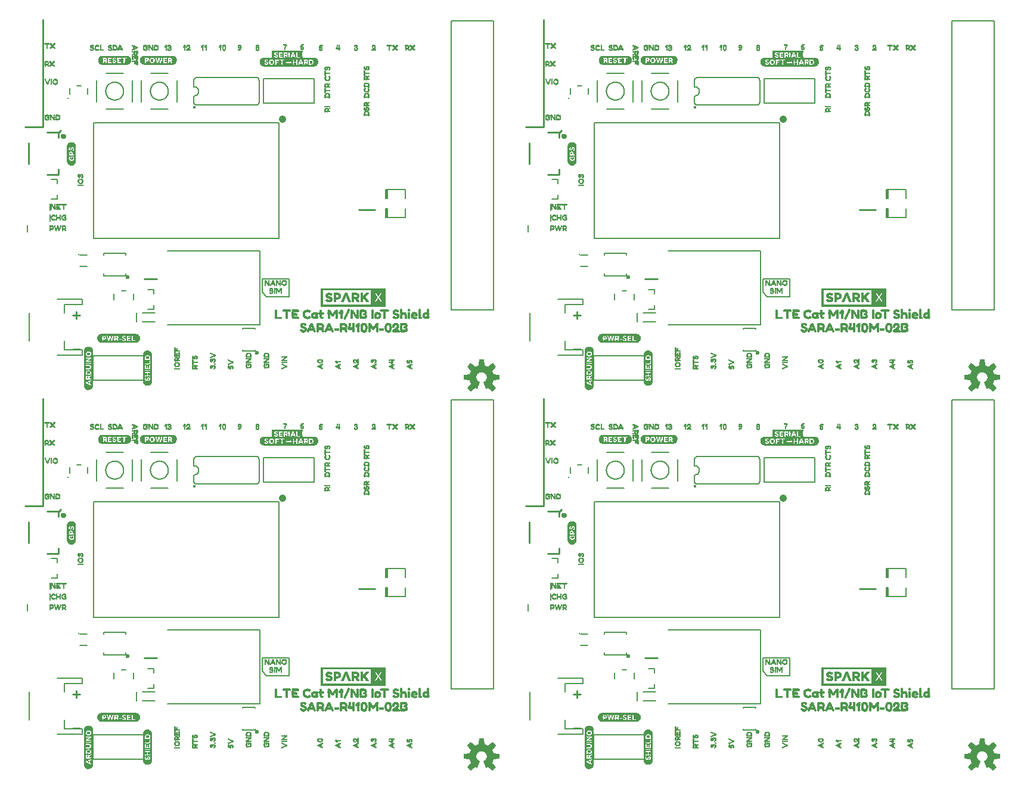
<source format=gto>
G75*
%MOIN*%
%OFA0B0*%
%FSLAX25Y25*%
%IPPOS*%
%LPD*%
%AMOC8*
5,1,8,0,0,1.08239X$1,22.5*
%
%ADD10C,0.01000*%
%ADD11C,0.00700*%
%ADD12C,0.00800*%
%ADD13C,0.03937*%
%ADD14C,0.01575*%
%ADD15C,0.00500*%
%ADD16C,0.02362*%
%ADD17C,0.01720*%
%ADD18C,0.01000*%
%ADD19C,0.01181*%
%ADD20R,0.00827X0.00118*%
%ADD21R,0.00591X0.00118*%
%ADD22R,0.00118X0.00118*%
%ADD23R,0.01417X0.00157*%
%ADD24R,0.01299X0.00157*%
%ADD25R,0.00591X0.00157*%
%ADD26R,0.01654X0.00118*%
%ADD27R,0.01772X0.00118*%
%ADD28R,0.01890X0.00118*%
%ADD29R,0.02126X0.00118*%
%ADD30R,0.02008X0.00118*%
%ADD31R,0.02244X0.00118*%
%ADD32R,0.02008X0.00157*%
%ADD33R,0.02362X0.00157*%
%ADD34R,0.00827X0.00157*%
%ADD35R,0.00709X0.00118*%
%ADD36R,0.02480X0.00118*%
%ADD37R,0.00354X0.00118*%
%ADD38R,0.01181X0.00118*%
%ADD39R,0.00945X0.00118*%
%ADD40R,0.01063X0.00118*%
%ADD41R,0.01535X0.00118*%
%ADD42R,0.01772X0.00157*%
%ADD43R,0.00945X0.00157*%
%ADD44R,0.02244X0.00157*%
%ADD45R,0.02480X0.00157*%
%ADD46R,0.02362X0.00118*%
%ADD47R,0.01535X0.00157*%
%ADD48R,0.01654X0.00157*%
%ADD49R,0.00236X0.00118*%
%ADD50R,0.01063X0.00157*%
%ADD51R,0.01299X0.00118*%
%ADD52R,0.01417X0.00118*%
%ADD53R,0.02598X0.00118*%
%ADD54R,0.02717X0.00118*%
%ADD55R,0.02835X0.00118*%
%ADD56R,0.02953X0.00157*%
%ADD57R,0.01890X0.00157*%
%ADD58R,0.00709X0.00157*%
%ADD59R,0.00472X0.00118*%
%ADD60R,0.00118X0.01063*%
%ADD61R,0.00118X0.01890*%
%ADD62R,0.00157X0.00591*%
%ADD63R,0.00157X0.01772*%
%ADD64R,0.00157X0.02362*%
%ADD65R,0.00118X0.00709*%
%ADD66R,0.00118X0.02008*%
%ADD67R,0.00118X0.02480*%
%ADD68R,0.00118X0.00827*%
%ADD69R,0.00118X0.02126*%
%ADD70R,0.00118X0.00945*%
%ADD71R,0.00118X0.02244*%
%ADD72R,0.00157X0.01063*%
%ADD73R,0.00157X0.02480*%
%ADD74R,0.00118X0.01181*%
%ADD75R,0.00118X0.02362*%
%ADD76R,0.00118X0.01299*%
%ADD77R,0.00118X0.01417*%
%ADD78R,0.00157X0.01535*%
%ADD79R,0.00157X0.00827*%
%ADD80R,0.00118X0.01654*%
%ADD81R,0.00118X0.01772*%
%ADD82R,0.00157X0.00945*%
%ADD83R,0.00157X0.02008*%
%ADD84R,0.00157X0.02244*%
%ADD85R,0.00118X0.02598*%
%ADD86R,0.00118X0.02717*%
%ADD87R,0.00118X0.02835*%
%ADD88R,0.00157X0.02953*%
%ADD89R,0.00157X0.00709*%
%ADD90R,0.00118X0.00591*%
%ADD91R,0.00118X0.00472*%
%ADD92R,0.02598X0.00157*%
%ADD93R,0.01181X0.00157*%
%ADD94R,0.02126X0.00157*%
%ADD95R,0.00354X0.00157*%
%ADD96R,0.00118X0.00157*%
%ADD97R,0.00472X0.00157*%
%ADD98R,0.03071X0.00118*%
%ADD99R,0.02953X0.00118*%
%ADD100R,0.02835X0.00157*%
%ADD101R,0.00157X0.01299*%
%ADD102R,0.00118X0.02953*%
%ADD103R,0.00118X0.03071*%
%ADD104R,0.00157X0.02835*%
%ADD105R,0.00157X0.01890*%
%ADD106R,0.00118X0.00236*%
%ADD107R,0.00118X0.01535*%
%ADD108R,0.00118X0.00354*%
%ADD109R,0.00157X0.02126*%
%ADD110R,0.00157X0.01654*%
%ADD111R,0.00157X0.01417*%
%ADD112R,0.00157X0.03071*%
%ADD113R,0.00157X0.00472*%
%ADD114R,0.00157X0.02598*%
%ADD115R,0.03071X0.00157*%
%ADD116R,0.03307X0.00157*%
%ADD117R,0.03307X0.00118*%
%ADD118R,0.00157X0.00354*%
%ADD119R,0.00157X0.01181*%
%ADD120R,0.03425X0.00118*%
%ADD121C,0.00039*%
%ADD122C,0.00300*%
%ADD123R,0.00787X0.00197*%
%ADD124R,0.00984X0.00197*%
%ADD125R,0.00197X0.00197*%
%ADD126R,0.04134X0.00197*%
%ADD127R,0.03150X0.00197*%
%ADD128R,0.01181X0.00197*%
%ADD129R,0.02165X0.00197*%
%ADD130R,0.00394X0.00197*%
%ADD131R,0.04331X0.00197*%
%ADD132R,0.01378X0.00197*%
%ADD133R,0.04921X0.00197*%
%ADD134R,0.03937X0.00197*%
%ADD135R,0.02362X0.00197*%
%ADD136R,0.05118X0.00197*%
%ADD137R,0.02953X0.00197*%
%ADD138R,0.03543X0.00197*%
%ADD139R,0.02756X0.00197*%
%ADD140R,0.01575X0.00197*%
%ADD141R,0.03740X0.00197*%
%ADD142R,0.01772X0.00197*%
%ADD143R,0.03346X0.00197*%
%ADD144R,0.04528X0.00197*%
%ADD145R,0.01969X0.00197*%
%ADD146R,0.04724X0.00197*%
%ADD147R,0.00591X0.00197*%
%ADD148R,0.02559X0.00197*%
%ADD149R,0.05709X0.00197*%
%ADD150R,0.01378X0.00236*%
%ADD151R,0.03346X0.00236*%
%ADD152R,0.01575X0.00236*%
%ADD153R,0.02165X0.00236*%
%ADD154R,0.02953X0.00236*%
%ADD155R,0.01181X0.00236*%
%ADD156R,0.02559X0.00236*%
%ADD157R,0.03543X0.00236*%
%ADD158R,0.01969X0.00236*%
%ADD159R,0.03740X0.00236*%
%ADD160R,0.04134X0.00236*%
%ADD161R,0.02756X0.00236*%
%ADD162R,0.02362X0.00236*%
%ADD163R,0.01772X0.00236*%
%ADD164R,0.05512X0.00197*%
%ADD165R,0.03937X0.00236*%
%ADD166R,0.04724X0.00236*%
%ADD167R,0.28937X0.00118*%
%ADD168R,0.29646X0.00118*%
%ADD169R,0.30118X0.00079*%
%ADD170R,0.30591X0.00157*%
%ADD171R,0.30827X0.00118*%
%ADD172R,0.31063X0.00118*%
%ADD173R,0.31299X0.00079*%
%ADD174R,0.25276X0.00118*%
%ADD175R,0.00236X0.00157*%
%ADD176R,0.04606X0.00157*%
%ADD177R,0.03189X0.00157*%
%ADD178R,0.04488X0.00118*%
%ADD179R,0.04606X0.00118*%
%ADD180R,0.02717X0.00157*%
%ADD181R,0.05669X0.00118*%
%ADD182R,0.05669X0.00157*%
%ADD183R,0.03189X0.00118*%
%ADD184R,0.03661X0.00118*%
%ADD185R,0.03898X0.00157*%
%ADD186R,0.05906X0.00118*%
%ADD187R,0.31299X0.00118*%
%ADD188R,0.30591X0.00118*%
%ADD189R,0.30118X0.00118*%
%ADD190R,0.17126X0.00118*%
%ADD191R,0.17126X0.00079*%
%ADD192R,0.17126X0.00157*%
%ADD193R,0.14409X0.00118*%
%ADD194R,0.16890X0.00118*%
%ADD195R,0.17598X0.00118*%
%ADD196R,0.18071X0.00079*%
%ADD197R,0.18543X0.00157*%
%ADD198R,0.18780X0.00118*%
%ADD199R,0.19016X0.00118*%
%ADD200R,0.19252X0.00079*%
%ADD201R,0.06024X0.00118*%
%ADD202R,0.07795X0.00118*%
%ADD203R,0.19252X0.00118*%
%ADD204R,0.18543X0.00118*%
%ADD205R,0.18071X0.00118*%
%ADD206R,0.14764X0.00118*%
%ADD207R,0.15472X0.00118*%
%ADD208R,0.15945X0.00079*%
%ADD209R,0.16417X0.00157*%
%ADD210R,0.16654X0.00118*%
%ADD211R,0.08150X0.00118*%
%ADD212R,0.08622X0.00118*%
%ADD213R,0.03425X0.00157*%
%ADD214R,0.16417X0.00118*%
%ADD215R,0.15945X0.00118*%
%ADD216R,0.00118X0.09331*%
%ADD217R,0.00118X0.10039*%
%ADD218R,0.00079X0.10512*%
%ADD219R,0.00157X0.10984*%
%ADD220R,0.00118X0.11220*%
%ADD221R,0.00118X0.11457*%
%ADD222R,0.00079X0.11693*%
%ADD223R,0.00118X0.03189*%
%ADD224R,0.00118X0.04606*%
%ADD225R,0.00118X0.03898*%
%ADD226R,0.00157X0.03780*%
%ADD227R,0.00118X0.03543*%
%ADD228R,0.00118X0.11693*%
%ADD229R,0.00118X0.10984*%
%ADD230R,0.00118X0.10512*%
%ADD231R,0.00118X0.20669*%
%ADD232R,0.00118X0.21378*%
%ADD233R,0.00079X0.21850*%
%ADD234R,0.00157X0.22323*%
%ADD235R,0.00118X0.22559*%
%ADD236R,0.00118X0.22795*%
%ADD237R,0.00079X0.23031*%
%ADD238R,0.00118X0.19488*%
%ADD239R,0.00118X0.03307*%
%ADD240R,0.00157X0.03425*%
%ADD241R,0.00157X0.03307*%
%ADD242R,0.00157X0.02717*%
%ADD243R,0.00157X0.00236*%
%ADD244R,0.00157X0.00118*%
%ADD245R,0.00118X0.23031*%
%ADD246R,0.00118X0.22323*%
%ADD247R,0.00118X0.21850*%
%ADD248R,0.00118X0.15945*%
%ADD249R,0.00118X0.16654*%
%ADD250R,0.00079X0.17126*%
%ADD251R,0.00157X0.17598*%
%ADD252R,0.00118X0.17835*%
%ADD253R,0.00118X0.18071*%
%ADD254R,0.00079X0.18307*%
%ADD255R,0.00118X0.15118*%
%ADD256R,0.00157X0.03189*%
%ADD257R,0.00118X0.03661*%
%ADD258R,0.00157X0.03898*%
%ADD259R,0.00118X0.18307*%
%ADD260R,0.00118X0.17598*%
%ADD261R,0.00118X0.17126*%
%ADD262R,0.20197X0.00118*%
%ADD263R,0.20906X0.00118*%
%ADD264R,0.21378X0.00079*%
%ADD265R,0.21850X0.00157*%
%ADD266R,0.22087X0.00118*%
%ADD267R,0.22323X0.00118*%
%ADD268R,0.22559X0.00079*%
%ADD269R,0.04961X0.00118*%
%ADD270R,0.08031X0.00118*%
%ADD271R,0.03661X0.00157*%
%ADD272R,0.03543X0.00118*%
%ADD273R,0.03780X0.00157*%
%ADD274R,0.03780X0.00118*%
%ADD275R,0.03898X0.00118*%
%ADD276R,0.22559X0.00118*%
%ADD277R,0.21850X0.00118*%
%ADD278R,0.21378X0.00118*%
D10*
X0089024Y0054000D02*
X0093024Y0054000D01*
X0091024Y0071000D02*
X0091024Y0075000D01*
X0089024Y0073000D02*
X0093024Y0073000D01*
X0129024Y0093500D02*
X0136024Y0093500D01*
X0081146Y0151689D02*
X0074650Y0151689D01*
X0081146Y0151689D02*
X0081146Y0154642D01*
X0064413Y0157594D02*
X0064413Y0169406D01*
X0062524Y0178500D02*
X0072524Y0178500D01*
X0072524Y0188500D01*
X0072524Y0238500D01*
X0089024Y0266000D02*
X0093024Y0266000D01*
X0091024Y0283000D02*
X0091024Y0287000D01*
X0089024Y0285000D02*
X0093024Y0285000D01*
X0129024Y0305500D02*
X0136024Y0305500D01*
X0081146Y0363689D02*
X0074650Y0363689D01*
X0081146Y0363689D02*
X0081146Y0366642D01*
X0064413Y0369594D02*
X0064413Y0381406D01*
X0062524Y0390500D02*
X0072524Y0390500D01*
X0072524Y0400500D01*
X0072524Y0450500D01*
X0082524Y0388500D02*
X0081024Y0387000D01*
X0081146Y0387311D02*
X0081146Y0384358D01*
X0081146Y0387311D02*
X0074650Y0387311D01*
X0249024Y0344000D02*
X0258024Y0344000D01*
X0344413Y0369594D02*
X0344413Y0381406D01*
X0342524Y0390500D02*
X0352524Y0390500D01*
X0352524Y0400500D01*
X0352524Y0450500D01*
X0362524Y0388500D02*
X0361024Y0387000D01*
X0361146Y0387311D02*
X0361146Y0384358D01*
X0361146Y0387311D02*
X0354650Y0387311D01*
X0361146Y0366642D02*
X0361146Y0363689D01*
X0354650Y0363689D01*
X0409024Y0305500D02*
X0416024Y0305500D01*
X0373024Y0285000D02*
X0369024Y0285000D01*
X0371024Y0287000D02*
X0371024Y0283000D01*
X0369024Y0266000D02*
X0373024Y0266000D01*
X0352524Y0238500D02*
X0352524Y0188500D01*
X0352524Y0178500D01*
X0342524Y0178500D01*
X0344413Y0169406D02*
X0344413Y0157594D01*
X0354650Y0151689D02*
X0361146Y0151689D01*
X0361146Y0154642D01*
X0361146Y0172358D02*
X0361146Y0175311D01*
X0354650Y0175311D01*
X0361024Y0175000D02*
X0362524Y0176500D01*
X0258024Y0132000D02*
X0249024Y0132000D01*
X0369024Y0073000D02*
X0373024Y0073000D01*
X0371024Y0075000D02*
X0371024Y0071000D01*
X0369024Y0054000D02*
X0373024Y0054000D01*
X0409024Y0093500D02*
X0416024Y0093500D01*
X0529024Y0132000D02*
X0538024Y0132000D01*
X0538024Y0344000D02*
X0529024Y0344000D01*
X0082524Y0176500D02*
X0081024Y0175000D01*
X0081146Y0175311D02*
X0081146Y0172358D01*
X0081146Y0175311D02*
X0074650Y0175311D01*
D11*
X0195024Y0093500D02*
X0210024Y0093500D01*
X0210024Y0083500D01*
X0197524Y0083500D01*
X0195024Y0086000D01*
X0195024Y0093500D01*
X0475024Y0093500D02*
X0475024Y0086000D01*
X0477524Y0083500D01*
X0490024Y0083500D01*
X0490024Y0093500D01*
X0475024Y0093500D01*
X0477524Y0295500D02*
X0490024Y0295500D01*
X0490024Y0305500D01*
X0475024Y0305500D01*
X0475024Y0298000D01*
X0477524Y0295500D01*
X0210024Y0295500D02*
X0210024Y0305500D01*
X0195024Y0305500D01*
X0195024Y0298000D01*
X0197524Y0295500D01*
X0210024Y0295500D01*
D12*
X0094240Y0050752D02*
X0080461Y0050752D01*
X0084398Y0053902D02*
X0084398Y0058626D01*
X0084398Y0053902D02*
X0094240Y0053902D01*
X0094240Y0050752D01*
X0100550Y0050390D02*
X0100550Y0036610D01*
X0128897Y0036610D01*
X0128897Y0050390D01*
X0100550Y0050390D01*
X0124555Y0069539D02*
X0124555Y0074461D01*
X0127980Y0074461D02*
X0135067Y0074461D01*
X0134280Y0076488D02*
X0131130Y0076488D01*
X0134280Y0076488D02*
X0134280Y0078850D01*
X0134280Y0085150D02*
X0134280Y0087512D01*
X0131130Y0087512D01*
X0123124Y0085191D02*
X0123124Y0081809D01*
X0118580Y0086691D02*
X0116467Y0086691D01*
X0111924Y0085191D02*
X0111924Y0081809D01*
X0106224Y0095201D02*
X0106224Y0096382D01*
X0106224Y0095201D02*
X0118823Y0095201D01*
X0118823Y0096382D01*
X0118823Y0106618D02*
X0118823Y0107799D01*
X0106224Y0107799D01*
X0106224Y0106618D01*
X0100555Y0116217D02*
X0204492Y0116217D01*
X0204492Y0180783D01*
X0100555Y0180783D01*
X0100555Y0116217D01*
X0080280Y0137988D02*
X0077130Y0137988D01*
X0080280Y0137988D02*
X0080280Y0140350D01*
X0080280Y0146650D02*
X0080280Y0149012D01*
X0077130Y0149012D01*
X0107642Y0188500D02*
X0117406Y0188500D01*
X0122524Y0192437D02*
X0122524Y0204563D01*
X0127524Y0204563D02*
X0127524Y0192437D01*
X0132642Y0188500D02*
X0142406Y0188500D01*
X0147524Y0192437D02*
X0147524Y0204563D01*
X0142524Y0208500D02*
X0132642Y0208500D01*
X0132524Y0198500D02*
X0132526Y0198641D01*
X0132532Y0198782D01*
X0132542Y0198922D01*
X0132556Y0199062D01*
X0132574Y0199202D01*
X0132595Y0199341D01*
X0132621Y0199480D01*
X0132650Y0199618D01*
X0132684Y0199754D01*
X0132721Y0199890D01*
X0132762Y0200025D01*
X0132807Y0200159D01*
X0132856Y0200291D01*
X0132908Y0200422D01*
X0132964Y0200551D01*
X0133024Y0200678D01*
X0133087Y0200804D01*
X0133153Y0200928D01*
X0133224Y0201051D01*
X0133297Y0201171D01*
X0133374Y0201289D01*
X0133454Y0201405D01*
X0133538Y0201518D01*
X0133624Y0201629D01*
X0133714Y0201738D01*
X0133807Y0201844D01*
X0133902Y0201947D01*
X0134001Y0202048D01*
X0134102Y0202146D01*
X0134206Y0202241D01*
X0134313Y0202333D01*
X0134422Y0202422D01*
X0134534Y0202507D01*
X0134648Y0202590D01*
X0134764Y0202670D01*
X0134883Y0202746D01*
X0135004Y0202818D01*
X0135126Y0202888D01*
X0135251Y0202953D01*
X0135377Y0203016D01*
X0135505Y0203074D01*
X0135635Y0203129D01*
X0135766Y0203181D01*
X0135899Y0203228D01*
X0136033Y0203272D01*
X0136168Y0203313D01*
X0136304Y0203349D01*
X0136441Y0203381D01*
X0136579Y0203410D01*
X0136717Y0203435D01*
X0136857Y0203455D01*
X0136997Y0203472D01*
X0137137Y0203485D01*
X0137278Y0203494D01*
X0137418Y0203499D01*
X0137559Y0203500D01*
X0137700Y0203497D01*
X0137841Y0203490D01*
X0137981Y0203479D01*
X0138121Y0203464D01*
X0138261Y0203445D01*
X0138400Y0203423D01*
X0138538Y0203396D01*
X0138676Y0203366D01*
X0138812Y0203331D01*
X0138948Y0203293D01*
X0139082Y0203251D01*
X0139216Y0203205D01*
X0139348Y0203156D01*
X0139478Y0203102D01*
X0139607Y0203045D01*
X0139734Y0202985D01*
X0139860Y0202921D01*
X0139983Y0202853D01*
X0140105Y0202782D01*
X0140225Y0202708D01*
X0140342Y0202630D01*
X0140457Y0202549D01*
X0140570Y0202465D01*
X0140681Y0202378D01*
X0140789Y0202287D01*
X0140894Y0202194D01*
X0140997Y0202097D01*
X0141097Y0201998D01*
X0141194Y0201896D01*
X0141288Y0201791D01*
X0141379Y0201684D01*
X0141467Y0201574D01*
X0141552Y0201462D01*
X0141634Y0201347D01*
X0141713Y0201230D01*
X0141788Y0201111D01*
X0141860Y0200990D01*
X0141928Y0200867D01*
X0141993Y0200742D01*
X0142055Y0200615D01*
X0142112Y0200486D01*
X0142167Y0200356D01*
X0142217Y0200225D01*
X0142264Y0200092D01*
X0142307Y0199958D01*
X0142346Y0199822D01*
X0142381Y0199686D01*
X0142413Y0199549D01*
X0142440Y0199411D01*
X0142464Y0199272D01*
X0142484Y0199132D01*
X0142500Y0198992D01*
X0142512Y0198852D01*
X0142520Y0198711D01*
X0142524Y0198570D01*
X0142524Y0198430D01*
X0142520Y0198289D01*
X0142512Y0198148D01*
X0142500Y0198008D01*
X0142484Y0197868D01*
X0142464Y0197728D01*
X0142440Y0197589D01*
X0142413Y0197451D01*
X0142381Y0197314D01*
X0142346Y0197178D01*
X0142307Y0197042D01*
X0142264Y0196908D01*
X0142217Y0196775D01*
X0142167Y0196644D01*
X0142112Y0196514D01*
X0142055Y0196385D01*
X0141993Y0196258D01*
X0141928Y0196133D01*
X0141860Y0196010D01*
X0141788Y0195889D01*
X0141713Y0195770D01*
X0141634Y0195653D01*
X0141552Y0195538D01*
X0141467Y0195426D01*
X0141379Y0195316D01*
X0141288Y0195209D01*
X0141194Y0195104D01*
X0141097Y0195002D01*
X0140997Y0194903D01*
X0140894Y0194806D01*
X0140789Y0194713D01*
X0140681Y0194622D01*
X0140570Y0194535D01*
X0140457Y0194451D01*
X0140342Y0194370D01*
X0140225Y0194292D01*
X0140105Y0194218D01*
X0139983Y0194147D01*
X0139860Y0194079D01*
X0139734Y0194015D01*
X0139607Y0193955D01*
X0139478Y0193898D01*
X0139348Y0193844D01*
X0139216Y0193795D01*
X0139082Y0193749D01*
X0138948Y0193707D01*
X0138812Y0193669D01*
X0138676Y0193634D01*
X0138538Y0193604D01*
X0138400Y0193577D01*
X0138261Y0193555D01*
X0138121Y0193536D01*
X0137981Y0193521D01*
X0137841Y0193510D01*
X0137700Y0193503D01*
X0137559Y0193500D01*
X0137418Y0193501D01*
X0137278Y0193506D01*
X0137137Y0193515D01*
X0136997Y0193528D01*
X0136857Y0193545D01*
X0136717Y0193565D01*
X0136579Y0193590D01*
X0136441Y0193619D01*
X0136304Y0193651D01*
X0136168Y0193687D01*
X0136033Y0193728D01*
X0135899Y0193772D01*
X0135766Y0193819D01*
X0135635Y0193871D01*
X0135505Y0193926D01*
X0135377Y0193984D01*
X0135251Y0194047D01*
X0135126Y0194112D01*
X0135004Y0194182D01*
X0134883Y0194254D01*
X0134764Y0194330D01*
X0134648Y0194410D01*
X0134534Y0194493D01*
X0134422Y0194578D01*
X0134313Y0194667D01*
X0134206Y0194759D01*
X0134102Y0194854D01*
X0134001Y0194952D01*
X0133902Y0195053D01*
X0133807Y0195156D01*
X0133714Y0195262D01*
X0133624Y0195371D01*
X0133538Y0195482D01*
X0133454Y0195595D01*
X0133374Y0195711D01*
X0133297Y0195829D01*
X0133224Y0195949D01*
X0133153Y0196072D01*
X0133087Y0196196D01*
X0133024Y0196322D01*
X0132964Y0196449D01*
X0132908Y0196578D01*
X0132856Y0196709D01*
X0132807Y0196841D01*
X0132762Y0196975D01*
X0132721Y0197110D01*
X0132684Y0197246D01*
X0132650Y0197382D01*
X0132621Y0197520D01*
X0132595Y0197659D01*
X0132574Y0197798D01*
X0132556Y0197938D01*
X0132542Y0198078D01*
X0132532Y0198218D01*
X0132526Y0198359D01*
X0132524Y0198500D01*
X0117524Y0208500D02*
X0107642Y0208500D01*
X0102524Y0204563D02*
X0102524Y0192437D01*
X0097524Y0196809D02*
X0097524Y0200191D01*
X0093580Y0201291D02*
X0091467Y0201291D01*
X0087524Y0200191D02*
X0087524Y0196809D01*
X0107524Y0198500D02*
X0107526Y0198641D01*
X0107532Y0198782D01*
X0107542Y0198922D01*
X0107556Y0199062D01*
X0107574Y0199202D01*
X0107595Y0199341D01*
X0107621Y0199480D01*
X0107650Y0199618D01*
X0107684Y0199754D01*
X0107721Y0199890D01*
X0107762Y0200025D01*
X0107807Y0200159D01*
X0107856Y0200291D01*
X0107908Y0200422D01*
X0107964Y0200551D01*
X0108024Y0200678D01*
X0108087Y0200804D01*
X0108153Y0200928D01*
X0108224Y0201051D01*
X0108297Y0201171D01*
X0108374Y0201289D01*
X0108454Y0201405D01*
X0108538Y0201518D01*
X0108624Y0201629D01*
X0108714Y0201738D01*
X0108807Y0201844D01*
X0108902Y0201947D01*
X0109001Y0202048D01*
X0109102Y0202146D01*
X0109206Y0202241D01*
X0109313Y0202333D01*
X0109422Y0202422D01*
X0109534Y0202507D01*
X0109648Y0202590D01*
X0109764Y0202670D01*
X0109883Y0202746D01*
X0110004Y0202818D01*
X0110126Y0202888D01*
X0110251Y0202953D01*
X0110377Y0203016D01*
X0110505Y0203074D01*
X0110635Y0203129D01*
X0110766Y0203181D01*
X0110899Y0203228D01*
X0111033Y0203272D01*
X0111168Y0203313D01*
X0111304Y0203349D01*
X0111441Y0203381D01*
X0111579Y0203410D01*
X0111717Y0203435D01*
X0111857Y0203455D01*
X0111997Y0203472D01*
X0112137Y0203485D01*
X0112278Y0203494D01*
X0112418Y0203499D01*
X0112559Y0203500D01*
X0112700Y0203497D01*
X0112841Y0203490D01*
X0112981Y0203479D01*
X0113121Y0203464D01*
X0113261Y0203445D01*
X0113400Y0203423D01*
X0113538Y0203396D01*
X0113676Y0203366D01*
X0113812Y0203331D01*
X0113948Y0203293D01*
X0114082Y0203251D01*
X0114216Y0203205D01*
X0114348Y0203156D01*
X0114478Y0203102D01*
X0114607Y0203045D01*
X0114734Y0202985D01*
X0114860Y0202921D01*
X0114983Y0202853D01*
X0115105Y0202782D01*
X0115225Y0202708D01*
X0115342Y0202630D01*
X0115457Y0202549D01*
X0115570Y0202465D01*
X0115681Y0202378D01*
X0115789Y0202287D01*
X0115894Y0202194D01*
X0115997Y0202097D01*
X0116097Y0201998D01*
X0116194Y0201896D01*
X0116288Y0201791D01*
X0116379Y0201684D01*
X0116467Y0201574D01*
X0116552Y0201462D01*
X0116634Y0201347D01*
X0116713Y0201230D01*
X0116788Y0201111D01*
X0116860Y0200990D01*
X0116928Y0200867D01*
X0116993Y0200742D01*
X0117055Y0200615D01*
X0117112Y0200486D01*
X0117167Y0200356D01*
X0117217Y0200225D01*
X0117264Y0200092D01*
X0117307Y0199958D01*
X0117346Y0199822D01*
X0117381Y0199686D01*
X0117413Y0199549D01*
X0117440Y0199411D01*
X0117464Y0199272D01*
X0117484Y0199132D01*
X0117500Y0198992D01*
X0117512Y0198852D01*
X0117520Y0198711D01*
X0117524Y0198570D01*
X0117524Y0198430D01*
X0117520Y0198289D01*
X0117512Y0198148D01*
X0117500Y0198008D01*
X0117484Y0197868D01*
X0117464Y0197728D01*
X0117440Y0197589D01*
X0117413Y0197451D01*
X0117381Y0197314D01*
X0117346Y0197178D01*
X0117307Y0197042D01*
X0117264Y0196908D01*
X0117217Y0196775D01*
X0117167Y0196644D01*
X0117112Y0196514D01*
X0117055Y0196385D01*
X0116993Y0196258D01*
X0116928Y0196133D01*
X0116860Y0196010D01*
X0116788Y0195889D01*
X0116713Y0195770D01*
X0116634Y0195653D01*
X0116552Y0195538D01*
X0116467Y0195426D01*
X0116379Y0195316D01*
X0116288Y0195209D01*
X0116194Y0195104D01*
X0116097Y0195002D01*
X0115997Y0194903D01*
X0115894Y0194806D01*
X0115789Y0194713D01*
X0115681Y0194622D01*
X0115570Y0194535D01*
X0115457Y0194451D01*
X0115342Y0194370D01*
X0115225Y0194292D01*
X0115105Y0194218D01*
X0114983Y0194147D01*
X0114860Y0194079D01*
X0114734Y0194015D01*
X0114607Y0193955D01*
X0114478Y0193898D01*
X0114348Y0193844D01*
X0114216Y0193795D01*
X0114082Y0193749D01*
X0113948Y0193707D01*
X0113812Y0193669D01*
X0113676Y0193634D01*
X0113538Y0193604D01*
X0113400Y0193577D01*
X0113261Y0193555D01*
X0113121Y0193536D01*
X0112981Y0193521D01*
X0112841Y0193510D01*
X0112700Y0193503D01*
X0112559Y0193500D01*
X0112418Y0193501D01*
X0112278Y0193506D01*
X0112137Y0193515D01*
X0111997Y0193528D01*
X0111857Y0193545D01*
X0111717Y0193565D01*
X0111579Y0193590D01*
X0111441Y0193619D01*
X0111304Y0193651D01*
X0111168Y0193687D01*
X0111033Y0193728D01*
X0110899Y0193772D01*
X0110766Y0193819D01*
X0110635Y0193871D01*
X0110505Y0193926D01*
X0110377Y0193984D01*
X0110251Y0194047D01*
X0110126Y0194112D01*
X0110004Y0194182D01*
X0109883Y0194254D01*
X0109764Y0194330D01*
X0109648Y0194410D01*
X0109534Y0194493D01*
X0109422Y0194578D01*
X0109313Y0194667D01*
X0109206Y0194759D01*
X0109102Y0194854D01*
X0109001Y0194952D01*
X0108902Y0195053D01*
X0108807Y0195156D01*
X0108714Y0195262D01*
X0108624Y0195371D01*
X0108538Y0195482D01*
X0108454Y0195595D01*
X0108374Y0195711D01*
X0108297Y0195829D01*
X0108224Y0195949D01*
X0108153Y0196072D01*
X0108087Y0196196D01*
X0108024Y0196322D01*
X0107964Y0196449D01*
X0107908Y0196578D01*
X0107856Y0196709D01*
X0107807Y0196841D01*
X0107762Y0196975D01*
X0107721Y0197110D01*
X0107684Y0197246D01*
X0107650Y0197382D01*
X0107621Y0197520D01*
X0107595Y0197659D01*
X0107574Y0197798D01*
X0107556Y0197938D01*
X0107542Y0198078D01*
X0107532Y0198218D01*
X0107526Y0198359D01*
X0107524Y0198500D01*
X0156824Y0200900D02*
X0156824Y0204219D01*
X0156823Y0204269D02*
X0156816Y0204350D01*
X0156812Y0204431D01*
X0156813Y0204512D01*
X0156817Y0204594D01*
X0156825Y0204674D01*
X0156837Y0204755D01*
X0156852Y0204835D01*
X0156872Y0204914D01*
X0156895Y0204992D01*
X0156922Y0205068D01*
X0156952Y0205144D01*
X0156986Y0205218D01*
X0157024Y0205290D01*
X0157065Y0205360D01*
X0157109Y0205428D01*
X0157156Y0205494D01*
X0157207Y0205558D01*
X0157260Y0205619D01*
X0157317Y0205678D01*
X0157376Y0205734D01*
X0157437Y0205787D01*
X0157501Y0205837D01*
X0157568Y0205884D01*
X0157636Y0205928D01*
X0157707Y0205968D01*
X0157779Y0206005D01*
X0157853Y0206039D01*
X0157929Y0206068D01*
X0158006Y0206095D01*
X0158084Y0206117D01*
X0158163Y0206136D01*
X0158243Y0206151D01*
X0158324Y0206163D01*
X0191724Y0206163D01*
X0191800Y0206161D01*
X0191875Y0206155D01*
X0191951Y0206146D01*
X0192026Y0206132D01*
X0192100Y0206115D01*
X0192173Y0206094D01*
X0192245Y0206070D01*
X0192315Y0206042D01*
X0192384Y0206010D01*
X0192452Y0205975D01*
X0192517Y0205936D01*
X0192581Y0205894D01*
X0192642Y0205849D01*
X0192701Y0205801D01*
X0192757Y0205750D01*
X0192811Y0205696D01*
X0192862Y0205640D01*
X0192910Y0205581D01*
X0192955Y0205520D01*
X0192997Y0205456D01*
X0193036Y0205391D01*
X0193071Y0205323D01*
X0193103Y0205254D01*
X0193131Y0205184D01*
X0193155Y0205112D01*
X0193176Y0205039D01*
X0193193Y0204965D01*
X0193207Y0204890D01*
X0193216Y0204814D01*
X0193222Y0204739D01*
X0193224Y0204663D01*
X0193224Y0192337D01*
X0193223Y0192338D02*
X0193232Y0192267D01*
X0193237Y0192196D01*
X0193238Y0192124D01*
X0193235Y0192053D01*
X0193228Y0191982D01*
X0193218Y0191911D01*
X0193204Y0191842D01*
X0193185Y0191772D01*
X0193164Y0191704D01*
X0193138Y0191638D01*
X0193109Y0191573D01*
X0193077Y0191509D01*
X0193041Y0191447D01*
X0193002Y0191388D01*
X0192959Y0191330D01*
X0192914Y0191275D01*
X0192865Y0191223D01*
X0192814Y0191173D01*
X0192761Y0191126D01*
X0192704Y0191082D01*
X0192646Y0191041D01*
X0192585Y0191003D01*
X0192523Y0190969D01*
X0192458Y0190938D01*
X0192392Y0190911D01*
X0192325Y0190887D01*
X0192257Y0190867D01*
X0192187Y0190850D01*
X0192117Y0190838D01*
X0192117Y0190837D02*
X0158324Y0190837D01*
X0158323Y0190838D02*
X0158253Y0190829D01*
X0158181Y0190824D01*
X0158110Y0190823D01*
X0158039Y0190826D01*
X0157968Y0190833D01*
X0157897Y0190843D01*
X0157827Y0190857D01*
X0157758Y0190875D01*
X0157690Y0190897D01*
X0157623Y0190923D01*
X0157558Y0190952D01*
X0157495Y0190984D01*
X0157433Y0191020D01*
X0157373Y0191059D01*
X0157316Y0191102D01*
X0157261Y0191147D01*
X0157208Y0191195D01*
X0157158Y0191247D01*
X0157111Y0191300D01*
X0157067Y0191356D01*
X0157027Y0191415D01*
X0156989Y0191476D01*
X0156955Y0191538D01*
X0156924Y0191602D01*
X0156896Y0191668D01*
X0156873Y0191736D01*
X0156853Y0191804D01*
X0156836Y0191874D01*
X0156824Y0191944D01*
X0156824Y0195900D01*
X0157024Y0195900D02*
X0157122Y0195902D01*
X0157220Y0195908D01*
X0157318Y0195917D01*
X0157415Y0195931D01*
X0157512Y0195948D01*
X0157608Y0195969D01*
X0157703Y0195994D01*
X0157797Y0196022D01*
X0157889Y0196055D01*
X0157981Y0196090D01*
X0158071Y0196130D01*
X0158159Y0196172D01*
X0158246Y0196219D01*
X0158330Y0196268D01*
X0158413Y0196321D01*
X0158493Y0196377D01*
X0158572Y0196437D01*
X0158648Y0196499D01*
X0158721Y0196564D01*
X0158792Y0196632D01*
X0158860Y0196703D01*
X0158925Y0196776D01*
X0158987Y0196852D01*
X0159047Y0196931D01*
X0159103Y0197011D01*
X0159156Y0197094D01*
X0159205Y0197178D01*
X0159252Y0197265D01*
X0159294Y0197353D01*
X0159334Y0197443D01*
X0159369Y0197535D01*
X0159402Y0197627D01*
X0159430Y0197721D01*
X0159455Y0197816D01*
X0159476Y0197912D01*
X0159493Y0198009D01*
X0159507Y0198106D01*
X0159516Y0198204D01*
X0159522Y0198302D01*
X0159524Y0198400D01*
X0159522Y0198498D01*
X0159516Y0198596D01*
X0159507Y0198694D01*
X0159493Y0198791D01*
X0159476Y0198888D01*
X0159455Y0198984D01*
X0159430Y0199079D01*
X0159402Y0199173D01*
X0159369Y0199265D01*
X0159334Y0199357D01*
X0159294Y0199447D01*
X0159252Y0199535D01*
X0159205Y0199622D01*
X0159156Y0199706D01*
X0159103Y0199789D01*
X0159047Y0199869D01*
X0158987Y0199948D01*
X0158925Y0200024D01*
X0158860Y0200097D01*
X0158792Y0200168D01*
X0158721Y0200236D01*
X0158648Y0200301D01*
X0158572Y0200363D01*
X0158493Y0200423D01*
X0158413Y0200479D01*
X0158330Y0200532D01*
X0158246Y0200581D01*
X0158159Y0200628D01*
X0158071Y0200670D01*
X0157981Y0200710D01*
X0157889Y0200745D01*
X0157797Y0200778D01*
X0157703Y0200806D01*
X0157608Y0200831D01*
X0157512Y0200852D01*
X0157415Y0200869D01*
X0157318Y0200883D01*
X0157220Y0200892D01*
X0157122Y0200898D01*
X0157024Y0200900D01*
X0195850Y0205390D02*
X0195850Y0191610D01*
X0224197Y0191610D01*
X0224197Y0205390D01*
X0195850Y0205390D01*
X0128897Y0248610D02*
X0100550Y0248610D01*
X0100550Y0262390D01*
X0128897Y0262390D01*
X0128897Y0248610D01*
X0094240Y0262752D02*
X0094240Y0265902D01*
X0084398Y0265902D01*
X0084398Y0270626D01*
X0080461Y0262752D02*
X0094240Y0262752D01*
X0124555Y0281539D02*
X0124555Y0286461D01*
X0127980Y0286461D02*
X0135067Y0286461D01*
X0134280Y0288488D02*
X0131130Y0288488D01*
X0134280Y0288488D02*
X0134280Y0290850D01*
X0123124Y0293809D02*
X0123124Y0297191D01*
X0118580Y0298691D02*
X0116467Y0298691D01*
X0111924Y0297191D02*
X0111924Y0293809D01*
X0094240Y0294248D02*
X0094240Y0291098D01*
X0084398Y0291098D01*
X0084398Y0286374D01*
X0080461Y0294248D02*
X0094240Y0294248D01*
X0106224Y0307201D02*
X0106224Y0308382D01*
X0106224Y0307201D02*
X0118823Y0307201D01*
X0118823Y0308382D01*
X0118823Y0318618D02*
X0118823Y0319799D01*
X0106224Y0319799D01*
X0106224Y0318618D01*
X0100555Y0328217D02*
X0204492Y0328217D01*
X0204492Y0392783D01*
X0100555Y0392783D01*
X0100555Y0328217D01*
X0080280Y0349988D02*
X0077130Y0349988D01*
X0080280Y0349988D02*
X0080280Y0352350D01*
X0080280Y0358650D02*
X0080280Y0361012D01*
X0077130Y0361012D01*
X0107642Y0400500D02*
X0117406Y0400500D01*
X0122524Y0404437D02*
X0122524Y0416563D01*
X0127524Y0416563D02*
X0127524Y0404437D01*
X0132642Y0400500D02*
X0142406Y0400500D01*
X0147524Y0404437D02*
X0147524Y0416563D01*
X0142524Y0420500D02*
X0132642Y0420500D01*
X0132524Y0410500D02*
X0132526Y0410641D01*
X0132532Y0410782D01*
X0132542Y0410922D01*
X0132556Y0411062D01*
X0132574Y0411202D01*
X0132595Y0411341D01*
X0132621Y0411480D01*
X0132650Y0411618D01*
X0132684Y0411754D01*
X0132721Y0411890D01*
X0132762Y0412025D01*
X0132807Y0412159D01*
X0132856Y0412291D01*
X0132908Y0412422D01*
X0132964Y0412551D01*
X0133024Y0412678D01*
X0133087Y0412804D01*
X0133153Y0412928D01*
X0133224Y0413051D01*
X0133297Y0413171D01*
X0133374Y0413289D01*
X0133454Y0413405D01*
X0133538Y0413518D01*
X0133624Y0413629D01*
X0133714Y0413738D01*
X0133807Y0413844D01*
X0133902Y0413947D01*
X0134001Y0414048D01*
X0134102Y0414146D01*
X0134206Y0414241D01*
X0134313Y0414333D01*
X0134422Y0414422D01*
X0134534Y0414507D01*
X0134648Y0414590D01*
X0134764Y0414670D01*
X0134883Y0414746D01*
X0135004Y0414818D01*
X0135126Y0414888D01*
X0135251Y0414953D01*
X0135377Y0415016D01*
X0135505Y0415074D01*
X0135635Y0415129D01*
X0135766Y0415181D01*
X0135899Y0415228D01*
X0136033Y0415272D01*
X0136168Y0415313D01*
X0136304Y0415349D01*
X0136441Y0415381D01*
X0136579Y0415410D01*
X0136717Y0415435D01*
X0136857Y0415455D01*
X0136997Y0415472D01*
X0137137Y0415485D01*
X0137278Y0415494D01*
X0137418Y0415499D01*
X0137559Y0415500D01*
X0137700Y0415497D01*
X0137841Y0415490D01*
X0137981Y0415479D01*
X0138121Y0415464D01*
X0138261Y0415445D01*
X0138400Y0415423D01*
X0138538Y0415396D01*
X0138676Y0415366D01*
X0138812Y0415331D01*
X0138948Y0415293D01*
X0139082Y0415251D01*
X0139216Y0415205D01*
X0139348Y0415156D01*
X0139478Y0415102D01*
X0139607Y0415045D01*
X0139734Y0414985D01*
X0139860Y0414921D01*
X0139983Y0414853D01*
X0140105Y0414782D01*
X0140225Y0414708D01*
X0140342Y0414630D01*
X0140457Y0414549D01*
X0140570Y0414465D01*
X0140681Y0414378D01*
X0140789Y0414287D01*
X0140894Y0414194D01*
X0140997Y0414097D01*
X0141097Y0413998D01*
X0141194Y0413896D01*
X0141288Y0413791D01*
X0141379Y0413684D01*
X0141467Y0413574D01*
X0141552Y0413462D01*
X0141634Y0413347D01*
X0141713Y0413230D01*
X0141788Y0413111D01*
X0141860Y0412990D01*
X0141928Y0412867D01*
X0141993Y0412742D01*
X0142055Y0412615D01*
X0142112Y0412486D01*
X0142167Y0412356D01*
X0142217Y0412225D01*
X0142264Y0412092D01*
X0142307Y0411958D01*
X0142346Y0411822D01*
X0142381Y0411686D01*
X0142413Y0411549D01*
X0142440Y0411411D01*
X0142464Y0411272D01*
X0142484Y0411132D01*
X0142500Y0410992D01*
X0142512Y0410852D01*
X0142520Y0410711D01*
X0142524Y0410570D01*
X0142524Y0410430D01*
X0142520Y0410289D01*
X0142512Y0410148D01*
X0142500Y0410008D01*
X0142484Y0409868D01*
X0142464Y0409728D01*
X0142440Y0409589D01*
X0142413Y0409451D01*
X0142381Y0409314D01*
X0142346Y0409178D01*
X0142307Y0409042D01*
X0142264Y0408908D01*
X0142217Y0408775D01*
X0142167Y0408644D01*
X0142112Y0408514D01*
X0142055Y0408385D01*
X0141993Y0408258D01*
X0141928Y0408133D01*
X0141860Y0408010D01*
X0141788Y0407889D01*
X0141713Y0407770D01*
X0141634Y0407653D01*
X0141552Y0407538D01*
X0141467Y0407426D01*
X0141379Y0407316D01*
X0141288Y0407209D01*
X0141194Y0407104D01*
X0141097Y0407002D01*
X0140997Y0406903D01*
X0140894Y0406806D01*
X0140789Y0406713D01*
X0140681Y0406622D01*
X0140570Y0406535D01*
X0140457Y0406451D01*
X0140342Y0406370D01*
X0140225Y0406292D01*
X0140105Y0406218D01*
X0139983Y0406147D01*
X0139860Y0406079D01*
X0139734Y0406015D01*
X0139607Y0405955D01*
X0139478Y0405898D01*
X0139348Y0405844D01*
X0139216Y0405795D01*
X0139082Y0405749D01*
X0138948Y0405707D01*
X0138812Y0405669D01*
X0138676Y0405634D01*
X0138538Y0405604D01*
X0138400Y0405577D01*
X0138261Y0405555D01*
X0138121Y0405536D01*
X0137981Y0405521D01*
X0137841Y0405510D01*
X0137700Y0405503D01*
X0137559Y0405500D01*
X0137418Y0405501D01*
X0137278Y0405506D01*
X0137137Y0405515D01*
X0136997Y0405528D01*
X0136857Y0405545D01*
X0136717Y0405565D01*
X0136579Y0405590D01*
X0136441Y0405619D01*
X0136304Y0405651D01*
X0136168Y0405687D01*
X0136033Y0405728D01*
X0135899Y0405772D01*
X0135766Y0405819D01*
X0135635Y0405871D01*
X0135505Y0405926D01*
X0135377Y0405984D01*
X0135251Y0406047D01*
X0135126Y0406112D01*
X0135004Y0406182D01*
X0134883Y0406254D01*
X0134764Y0406330D01*
X0134648Y0406410D01*
X0134534Y0406493D01*
X0134422Y0406578D01*
X0134313Y0406667D01*
X0134206Y0406759D01*
X0134102Y0406854D01*
X0134001Y0406952D01*
X0133902Y0407053D01*
X0133807Y0407156D01*
X0133714Y0407262D01*
X0133624Y0407371D01*
X0133538Y0407482D01*
X0133454Y0407595D01*
X0133374Y0407711D01*
X0133297Y0407829D01*
X0133224Y0407949D01*
X0133153Y0408072D01*
X0133087Y0408196D01*
X0133024Y0408322D01*
X0132964Y0408449D01*
X0132908Y0408578D01*
X0132856Y0408709D01*
X0132807Y0408841D01*
X0132762Y0408975D01*
X0132721Y0409110D01*
X0132684Y0409246D01*
X0132650Y0409382D01*
X0132621Y0409520D01*
X0132595Y0409659D01*
X0132574Y0409798D01*
X0132556Y0409938D01*
X0132542Y0410078D01*
X0132532Y0410218D01*
X0132526Y0410359D01*
X0132524Y0410500D01*
X0117524Y0420500D02*
X0107642Y0420500D01*
X0102524Y0416563D02*
X0102524Y0404437D01*
X0097524Y0408809D02*
X0097524Y0412191D01*
X0093580Y0413291D02*
X0091467Y0413291D01*
X0087524Y0412191D02*
X0087524Y0408809D01*
X0107524Y0410500D02*
X0107526Y0410641D01*
X0107532Y0410782D01*
X0107542Y0410922D01*
X0107556Y0411062D01*
X0107574Y0411202D01*
X0107595Y0411341D01*
X0107621Y0411480D01*
X0107650Y0411618D01*
X0107684Y0411754D01*
X0107721Y0411890D01*
X0107762Y0412025D01*
X0107807Y0412159D01*
X0107856Y0412291D01*
X0107908Y0412422D01*
X0107964Y0412551D01*
X0108024Y0412678D01*
X0108087Y0412804D01*
X0108153Y0412928D01*
X0108224Y0413051D01*
X0108297Y0413171D01*
X0108374Y0413289D01*
X0108454Y0413405D01*
X0108538Y0413518D01*
X0108624Y0413629D01*
X0108714Y0413738D01*
X0108807Y0413844D01*
X0108902Y0413947D01*
X0109001Y0414048D01*
X0109102Y0414146D01*
X0109206Y0414241D01*
X0109313Y0414333D01*
X0109422Y0414422D01*
X0109534Y0414507D01*
X0109648Y0414590D01*
X0109764Y0414670D01*
X0109883Y0414746D01*
X0110004Y0414818D01*
X0110126Y0414888D01*
X0110251Y0414953D01*
X0110377Y0415016D01*
X0110505Y0415074D01*
X0110635Y0415129D01*
X0110766Y0415181D01*
X0110899Y0415228D01*
X0111033Y0415272D01*
X0111168Y0415313D01*
X0111304Y0415349D01*
X0111441Y0415381D01*
X0111579Y0415410D01*
X0111717Y0415435D01*
X0111857Y0415455D01*
X0111997Y0415472D01*
X0112137Y0415485D01*
X0112278Y0415494D01*
X0112418Y0415499D01*
X0112559Y0415500D01*
X0112700Y0415497D01*
X0112841Y0415490D01*
X0112981Y0415479D01*
X0113121Y0415464D01*
X0113261Y0415445D01*
X0113400Y0415423D01*
X0113538Y0415396D01*
X0113676Y0415366D01*
X0113812Y0415331D01*
X0113948Y0415293D01*
X0114082Y0415251D01*
X0114216Y0415205D01*
X0114348Y0415156D01*
X0114478Y0415102D01*
X0114607Y0415045D01*
X0114734Y0414985D01*
X0114860Y0414921D01*
X0114983Y0414853D01*
X0115105Y0414782D01*
X0115225Y0414708D01*
X0115342Y0414630D01*
X0115457Y0414549D01*
X0115570Y0414465D01*
X0115681Y0414378D01*
X0115789Y0414287D01*
X0115894Y0414194D01*
X0115997Y0414097D01*
X0116097Y0413998D01*
X0116194Y0413896D01*
X0116288Y0413791D01*
X0116379Y0413684D01*
X0116467Y0413574D01*
X0116552Y0413462D01*
X0116634Y0413347D01*
X0116713Y0413230D01*
X0116788Y0413111D01*
X0116860Y0412990D01*
X0116928Y0412867D01*
X0116993Y0412742D01*
X0117055Y0412615D01*
X0117112Y0412486D01*
X0117167Y0412356D01*
X0117217Y0412225D01*
X0117264Y0412092D01*
X0117307Y0411958D01*
X0117346Y0411822D01*
X0117381Y0411686D01*
X0117413Y0411549D01*
X0117440Y0411411D01*
X0117464Y0411272D01*
X0117484Y0411132D01*
X0117500Y0410992D01*
X0117512Y0410852D01*
X0117520Y0410711D01*
X0117524Y0410570D01*
X0117524Y0410430D01*
X0117520Y0410289D01*
X0117512Y0410148D01*
X0117500Y0410008D01*
X0117484Y0409868D01*
X0117464Y0409728D01*
X0117440Y0409589D01*
X0117413Y0409451D01*
X0117381Y0409314D01*
X0117346Y0409178D01*
X0117307Y0409042D01*
X0117264Y0408908D01*
X0117217Y0408775D01*
X0117167Y0408644D01*
X0117112Y0408514D01*
X0117055Y0408385D01*
X0116993Y0408258D01*
X0116928Y0408133D01*
X0116860Y0408010D01*
X0116788Y0407889D01*
X0116713Y0407770D01*
X0116634Y0407653D01*
X0116552Y0407538D01*
X0116467Y0407426D01*
X0116379Y0407316D01*
X0116288Y0407209D01*
X0116194Y0407104D01*
X0116097Y0407002D01*
X0115997Y0406903D01*
X0115894Y0406806D01*
X0115789Y0406713D01*
X0115681Y0406622D01*
X0115570Y0406535D01*
X0115457Y0406451D01*
X0115342Y0406370D01*
X0115225Y0406292D01*
X0115105Y0406218D01*
X0114983Y0406147D01*
X0114860Y0406079D01*
X0114734Y0406015D01*
X0114607Y0405955D01*
X0114478Y0405898D01*
X0114348Y0405844D01*
X0114216Y0405795D01*
X0114082Y0405749D01*
X0113948Y0405707D01*
X0113812Y0405669D01*
X0113676Y0405634D01*
X0113538Y0405604D01*
X0113400Y0405577D01*
X0113261Y0405555D01*
X0113121Y0405536D01*
X0112981Y0405521D01*
X0112841Y0405510D01*
X0112700Y0405503D01*
X0112559Y0405500D01*
X0112418Y0405501D01*
X0112278Y0405506D01*
X0112137Y0405515D01*
X0111997Y0405528D01*
X0111857Y0405545D01*
X0111717Y0405565D01*
X0111579Y0405590D01*
X0111441Y0405619D01*
X0111304Y0405651D01*
X0111168Y0405687D01*
X0111033Y0405728D01*
X0110899Y0405772D01*
X0110766Y0405819D01*
X0110635Y0405871D01*
X0110505Y0405926D01*
X0110377Y0405984D01*
X0110251Y0406047D01*
X0110126Y0406112D01*
X0110004Y0406182D01*
X0109883Y0406254D01*
X0109764Y0406330D01*
X0109648Y0406410D01*
X0109534Y0406493D01*
X0109422Y0406578D01*
X0109313Y0406667D01*
X0109206Y0406759D01*
X0109102Y0406854D01*
X0109001Y0406952D01*
X0108902Y0407053D01*
X0108807Y0407156D01*
X0108714Y0407262D01*
X0108624Y0407371D01*
X0108538Y0407482D01*
X0108454Y0407595D01*
X0108374Y0407711D01*
X0108297Y0407829D01*
X0108224Y0407949D01*
X0108153Y0408072D01*
X0108087Y0408196D01*
X0108024Y0408322D01*
X0107964Y0408449D01*
X0107908Y0408578D01*
X0107856Y0408709D01*
X0107807Y0408841D01*
X0107762Y0408975D01*
X0107721Y0409110D01*
X0107684Y0409246D01*
X0107650Y0409382D01*
X0107621Y0409520D01*
X0107595Y0409659D01*
X0107574Y0409798D01*
X0107556Y0409938D01*
X0107542Y0410078D01*
X0107532Y0410218D01*
X0107526Y0410359D01*
X0107524Y0410500D01*
X0156824Y0412900D02*
X0156824Y0416219D01*
X0156823Y0416269D02*
X0156816Y0416350D01*
X0156812Y0416431D01*
X0156813Y0416512D01*
X0156817Y0416594D01*
X0156825Y0416674D01*
X0156837Y0416755D01*
X0156852Y0416835D01*
X0156872Y0416914D01*
X0156895Y0416992D01*
X0156922Y0417068D01*
X0156952Y0417144D01*
X0156986Y0417218D01*
X0157024Y0417290D01*
X0157065Y0417360D01*
X0157109Y0417428D01*
X0157156Y0417494D01*
X0157207Y0417558D01*
X0157260Y0417619D01*
X0157317Y0417678D01*
X0157376Y0417734D01*
X0157437Y0417787D01*
X0157501Y0417837D01*
X0157568Y0417884D01*
X0157636Y0417928D01*
X0157707Y0417968D01*
X0157779Y0418005D01*
X0157853Y0418039D01*
X0157929Y0418068D01*
X0158006Y0418095D01*
X0158084Y0418117D01*
X0158163Y0418136D01*
X0158243Y0418151D01*
X0158324Y0418163D01*
X0191724Y0418163D01*
X0191800Y0418161D01*
X0191875Y0418155D01*
X0191951Y0418146D01*
X0192026Y0418132D01*
X0192100Y0418115D01*
X0192173Y0418094D01*
X0192245Y0418070D01*
X0192315Y0418042D01*
X0192384Y0418010D01*
X0192452Y0417975D01*
X0192517Y0417936D01*
X0192581Y0417894D01*
X0192642Y0417849D01*
X0192701Y0417801D01*
X0192757Y0417750D01*
X0192811Y0417696D01*
X0192862Y0417640D01*
X0192910Y0417581D01*
X0192955Y0417520D01*
X0192997Y0417456D01*
X0193036Y0417391D01*
X0193071Y0417323D01*
X0193103Y0417254D01*
X0193131Y0417184D01*
X0193155Y0417112D01*
X0193176Y0417039D01*
X0193193Y0416965D01*
X0193207Y0416890D01*
X0193216Y0416814D01*
X0193222Y0416739D01*
X0193224Y0416663D01*
X0193224Y0404337D01*
X0193223Y0404338D02*
X0193232Y0404267D01*
X0193237Y0404196D01*
X0193238Y0404124D01*
X0193235Y0404053D01*
X0193228Y0403982D01*
X0193218Y0403911D01*
X0193204Y0403842D01*
X0193185Y0403772D01*
X0193164Y0403704D01*
X0193138Y0403638D01*
X0193109Y0403573D01*
X0193077Y0403509D01*
X0193041Y0403447D01*
X0193002Y0403388D01*
X0192959Y0403330D01*
X0192914Y0403275D01*
X0192865Y0403223D01*
X0192814Y0403173D01*
X0192761Y0403126D01*
X0192704Y0403082D01*
X0192646Y0403041D01*
X0192585Y0403003D01*
X0192523Y0402969D01*
X0192458Y0402938D01*
X0192392Y0402911D01*
X0192325Y0402887D01*
X0192257Y0402867D01*
X0192187Y0402850D01*
X0192117Y0402838D01*
X0192117Y0402837D02*
X0158324Y0402837D01*
X0158323Y0402838D02*
X0158253Y0402829D01*
X0158181Y0402824D01*
X0158110Y0402823D01*
X0158039Y0402826D01*
X0157968Y0402833D01*
X0157897Y0402843D01*
X0157827Y0402857D01*
X0157758Y0402875D01*
X0157690Y0402897D01*
X0157623Y0402923D01*
X0157558Y0402952D01*
X0157495Y0402984D01*
X0157433Y0403020D01*
X0157373Y0403059D01*
X0157316Y0403102D01*
X0157261Y0403147D01*
X0157208Y0403195D01*
X0157158Y0403247D01*
X0157111Y0403300D01*
X0157067Y0403356D01*
X0157027Y0403415D01*
X0156989Y0403476D01*
X0156955Y0403538D01*
X0156924Y0403602D01*
X0156896Y0403668D01*
X0156873Y0403736D01*
X0156853Y0403804D01*
X0156836Y0403874D01*
X0156824Y0403944D01*
X0156824Y0407900D01*
X0157024Y0407900D02*
X0157122Y0407902D01*
X0157220Y0407908D01*
X0157318Y0407917D01*
X0157415Y0407931D01*
X0157512Y0407948D01*
X0157608Y0407969D01*
X0157703Y0407994D01*
X0157797Y0408022D01*
X0157889Y0408055D01*
X0157981Y0408090D01*
X0158071Y0408130D01*
X0158159Y0408172D01*
X0158246Y0408219D01*
X0158330Y0408268D01*
X0158413Y0408321D01*
X0158493Y0408377D01*
X0158572Y0408437D01*
X0158648Y0408499D01*
X0158721Y0408564D01*
X0158792Y0408632D01*
X0158860Y0408703D01*
X0158925Y0408776D01*
X0158987Y0408852D01*
X0159047Y0408931D01*
X0159103Y0409011D01*
X0159156Y0409094D01*
X0159205Y0409178D01*
X0159252Y0409265D01*
X0159294Y0409353D01*
X0159334Y0409443D01*
X0159369Y0409535D01*
X0159402Y0409627D01*
X0159430Y0409721D01*
X0159455Y0409816D01*
X0159476Y0409912D01*
X0159493Y0410009D01*
X0159507Y0410106D01*
X0159516Y0410204D01*
X0159522Y0410302D01*
X0159524Y0410400D01*
X0159522Y0410498D01*
X0159516Y0410596D01*
X0159507Y0410694D01*
X0159493Y0410791D01*
X0159476Y0410888D01*
X0159455Y0410984D01*
X0159430Y0411079D01*
X0159402Y0411173D01*
X0159369Y0411265D01*
X0159334Y0411357D01*
X0159294Y0411447D01*
X0159252Y0411535D01*
X0159205Y0411622D01*
X0159156Y0411706D01*
X0159103Y0411789D01*
X0159047Y0411869D01*
X0158987Y0411948D01*
X0158925Y0412024D01*
X0158860Y0412097D01*
X0158792Y0412168D01*
X0158721Y0412236D01*
X0158648Y0412301D01*
X0158572Y0412363D01*
X0158493Y0412423D01*
X0158413Y0412479D01*
X0158330Y0412532D01*
X0158246Y0412581D01*
X0158159Y0412628D01*
X0158071Y0412670D01*
X0157981Y0412710D01*
X0157889Y0412745D01*
X0157797Y0412778D01*
X0157703Y0412806D01*
X0157608Y0412831D01*
X0157512Y0412852D01*
X0157415Y0412869D01*
X0157318Y0412883D01*
X0157220Y0412892D01*
X0157122Y0412898D01*
X0157024Y0412900D01*
X0195850Y0417390D02*
X0195850Y0403610D01*
X0224197Y0403610D01*
X0224197Y0417390D01*
X0195850Y0417390D01*
X0300581Y0449840D02*
X0324466Y0449840D01*
X0324466Y0288160D01*
X0300581Y0288160D01*
X0300581Y0449840D01*
X0367524Y0412191D02*
X0367524Y0408809D01*
X0371467Y0413291D02*
X0373580Y0413291D01*
X0377524Y0412191D02*
X0377524Y0408809D01*
X0382524Y0404437D02*
X0382524Y0416563D01*
X0387642Y0420500D02*
X0397524Y0420500D01*
X0402524Y0416563D02*
X0402524Y0404437D01*
X0407524Y0404437D02*
X0407524Y0416563D01*
X0412642Y0420500D02*
X0422524Y0420500D01*
X0427524Y0416563D02*
X0427524Y0404437D01*
X0422406Y0400500D02*
X0412642Y0400500D01*
X0412524Y0410500D02*
X0412526Y0410641D01*
X0412532Y0410782D01*
X0412542Y0410922D01*
X0412556Y0411062D01*
X0412574Y0411202D01*
X0412595Y0411341D01*
X0412621Y0411480D01*
X0412650Y0411618D01*
X0412684Y0411754D01*
X0412721Y0411890D01*
X0412762Y0412025D01*
X0412807Y0412159D01*
X0412856Y0412291D01*
X0412908Y0412422D01*
X0412964Y0412551D01*
X0413024Y0412678D01*
X0413087Y0412804D01*
X0413153Y0412928D01*
X0413224Y0413051D01*
X0413297Y0413171D01*
X0413374Y0413289D01*
X0413454Y0413405D01*
X0413538Y0413518D01*
X0413624Y0413629D01*
X0413714Y0413738D01*
X0413807Y0413844D01*
X0413902Y0413947D01*
X0414001Y0414048D01*
X0414102Y0414146D01*
X0414206Y0414241D01*
X0414313Y0414333D01*
X0414422Y0414422D01*
X0414534Y0414507D01*
X0414648Y0414590D01*
X0414764Y0414670D01*
X0414883Y0414746D01*
X0415004Y0414818D01*
X0415126Y0414888D01*
X0415251Y0414953D01*
X0415377Y0415016D01*
X0415505Y0415074D01*
X0415635Y0415129D01*
X0415766Y0415181D01*
X0415899Y0415228D01*
X0416033Y0415272D01*
X0416168Y0415313D01*
X0416304Y0415349D01*
X0416441Y0415381D01*
X0416579Y0415410D01*
X0416717Y0415435D01*
X0416857Y0415455D01*
X0416997Y0415472D01*
X0417137Y0415485D01*
X0417278Y0415494D01*
X0417418Y0415499D01*
X0417559Y0415500D01*
X0417700Y0415497D01*
X0417841Y0415490D01*
X0417981Y0415479D01*
X0418121Y0415464D01*
X0418261Y0415445D01*
X0418400Y0415423D01*
X0418538Y0415396D01*
X0418676Y0415366D01*
X0418812Y0415331D01*
X0418948Y0415293D01*
X0419082Y0415251D01*
X0419216Y0415205D01*
X0419348Y0415156D01*
X0419478Y0415102D01*
X0419607Y0415045D01*
X0419734Y0414985D01*
X0419860Y0414921D01*
X0419983Y0414853D01*
X0420105Y0414782D01*
X0420225Y0414708D01*
X0420342Y0414630D01*
X0420457Y0414549D01*
X0420570Y0414465D01*
X0420681Y0414378D01*
X0420789Y0414287D01*
X0420894Y0414194D01*
X0420997Y0414097D01*
X0421097Y0413998D01*
X0421194Y0413896D01*
X0421288Y0413791D01*
X0421379Y0413684D01*
X0421467Y0413574D01*
X0421552Y0413462D01*
X0421634Y0413347D01*
X0421713Y0413230D01*
X0421788Y0413111D01*
X0421860Y0412990D01*
X0421928Y0412867D01*
X0421993Y0412742D01*
X0422055Y0412615D01*
X0422112Y0412486D01*
X0422167Y0412356D01*
X0422217Y0412225D01*
X0422264Y0412092D01*
X0422307Y0411958D01*
X0422346Y0411822D01*
X0422381Y0411686D01*
X0422413Y0411549D01*
X0422440Y0411411D01*
X0422464Y0411272D01*
X0422484Y0411132D01*
X0422500Y0410992D01*
X0422512Y0410852D01*
X0422520Y0410711D01*
X0422524Y0410570D01*
X0422524Y0410430D01*
X0422520Y0410289D01*
X0422512Y0410148D01*
X0422500Y0410008D01*
X0422484Y0409868D01*
X0422464Y0409728D01*
X0422440Y0409589D01*
X0422413Y0409451D01*
X0422381Y0409314D01*
X0422346Y0409178D01*
X0422307Y0409042D01*
X0422264Y0408908D01*
X0422217Y0408775D01*
X0422167Y0408644D01*
X0422112Y0408514D01*
X0422055Y0408385D01*
X0421993Y0408258D01*
X0421928Y0408133D01*
X0421860Y0408010D01*
X0421788Y0407889D01*
X0421713Y0407770D01*
X0421634Y0407653D01*
X0421552Y0407538D01*
X0421467Y0407426D01*
X0421379Y0407316D01*
X0421288Y0407209D01*
X0421194Y0407104D01*
X0421097Y0407002D01*
X0420997Y0406903D01*
X0420894Y0406806D01*
X0420789Y0406713D01*
X0420681Y0406622D01*
X0420570Y0406535D01*
X0420457Y0406451D01*
X0420342Y0406370D01*
X0420225Y0406292D01*
X0420105Y0406218D01*
X0419983Y0406147D01*
X0419860Y0406079D01*
X0419734Y0406015D01*
X0419607Y0405955D01*
X0419478Y0405898D01*
X0419348Y0405844D01*
X0419216Y0405795D01*
X0419082Y0405749D01*
X0418948Y0405707D01*
X0418812Y0405669D01*
X0418676Y0405634D01*
X0418538Y0405604D01*
X0418400Y0405577D01*
X0418261Y0405555D01*
X0418121Y0405536D01*
X0417981Y0405521D01*
X0417841Y0405510D01*
X0417700Y0405503D01*
X0417559Y0405500D01*
X0417418Y0405501D01*
X0417278Y0405506D01*
X0417137Y0405515D01*
X0416997Y0405528D01*
X0416857Y0405545D01*
X0416717Y0405565D01*
X0416579Y0405590D01*
X0416441Y0405619D01*
X0416304Y0405651D01*
X0416168Y0405687D01*
X0416033Y0405728D01*
X0415899Y0405772D01*
X0415766Y0405819D01*
X0415635Y0405871D01*
X0415505Y0405926D01*
X0415377Y0405984D01*
X0415251Y0406047D01*
X0415126Y0406112D01*
X0415004Y0406182D01*
X0414883Y0406254D01*
X0414764Y0406330D01*
X0414648Y0406410D01*
X0414534Y0406493D01*
X0414422Y0406578D01*
X0414313Y0406667D01*
X0414206Y0406759D01*
X0414102Y0406854D01*
X0414001Y0406952D01*
X0413902Y0407053D01*
X0413807Y0407156D01*
X0413714Y0407262D01*
X0413624Y0407371D01*
X0413538Y0407482D01*
X0413454Y0407595D01*
X0413374Y0407711D01*
X0413297Y0407829D01*
X0413224Y0407949D01*
X0413153Y0408072D01*
X0413087Y0408196D01*
X0413024Y0408322D01*
X0412964Y0408449D01*
X0412908Y0408578D01*
X0412856Y0408709D01*
X0412807Y0408841D01*
X0412762Y0408975D01*
X0412721Y0409110D01*
X0412684Y0409246D01*
X0412650Y0409382D01*
X0412621Y0409520D01*
X0412595Y0409659D01*
X0412574Y0409798D01*
X0412556Y0409938D01*
X0412542Y0410078D01*
X0412532Y0410218D01*
X0412526Y0410359D01*
X0412524Y0410500D01*
X0397406Y0400500D02*
X0387642Y0400500D01*
X0380555Y0392783D02*
X0380555Y0328217D01*
X0484492Y0328217D01*
X0484492Y0392783D01*
X0380555Y0392783D01*
X0387524Y0410500D02*
X0387526Y0410641D01*
X0387532Y0410782D01*
X0387542Y0410922D01*
X0387556Y0411062D01*
X0387574Y0411202D01*
X0387595Y0411341D01*
X0387621Y0411480D01*
X0387650Y0411618D01*
X0387684Y0411754D01*
X0387721Y0411890D01*
X0387762Y0412025D01*
X0387807Y0412159D01*
X0387856Y0412291D01*
X0387908Y0412422D01*
X0387964Y0412551D01*
X0388024Y0412678D01*
X0388087Y0412804D01*
X0388153Y0412928D01*
X0388224Y0413051D01*
X0388297Y0413171D01*
X0388374Y0413289D01*
X0388454Y0413405D01*
X0388538Y0413518D01*
X0388624Y0413629D01*
X0388714Y0413738D01*
X0388807Y0413844D01*
X0388902Y0413947D01*
X0389001Y0414048D01*
X0389102Y0414146D01*
X0389206Y0414241D01*
X0389313Y0414333D01*
X0389422Y0414422D01*
X0389534Y0414507D01*
X0389648Y0414590D01*
X0389764Y0414670D01*
X0389883Y0414746D01*
X0390004Y0414818D01*
X0390126Y0414888D01*
X0390251Y0414953D01*
X0390377Y0415016D01*
X0390505Y0415074D01*
X0390635Y0415129D01*
X0390766Y0415181D01*
X0390899Y0415228D01*
X0391033Y0415272D01*
X0391168Y0415313D01*
X0391304Y0415349D01*
X0391441Y0415381D01*
X0391579Y0415410D01*
X0391717Y0415435D01*
X0391857Y0415455D01*
X0391997Y0415472D01*
X0392137Y0415485D01*
X0392278Y0415494D01*
X0392418Y0415499D01*
X0392559Y0415500D01*
X0392700Y0415497D01*
X0392841Y0415490D01*
X0392981Y0415479D01*
X0393121Y0415464D01*
X0393261Y0415445D01*
X0393400Y0415423D01*
X0393538Y0415396D01*
X0393676Y0415366D01*
X0393812Y0415331D01*
X0393948Y0415293D01*
X0394082Y0415251D01*
X0394216Y0415205D01*
X0394348Y0415156D01*
X0394478Y0415102D01*
X0394607Y0415045D01*
X0394734Y0414985D01*
X0394860Y0414921D01*
X0394983Y0414853D01*
X0395105Y0414782D01*
X0395225Y0414708D01*
X0395342Y0414630D01*
X0395457Y0414549D01*
X0395570Y0414465D01*
X0395681Y0414378D01*
X0395789Y0414287D01*
X0395894Y0414194D01*
X0395997Y0414097D01*
X0396097Y0413998D01*
X0396194Y0413896D01*
X0396288Y0413791D01*
X0396379Y0413684D01*
X0396467Y0413574D01*
X0396552Y0413462D01*
X0396634Y0413347D01*
X0396713Y0413230D01*
X0396788Y0413111D01*
X0396860Y0412990D01*
X0396928Y0412867D01*
X0396993Y0412742D01*
X0397055Y0412615D01*
X0397112Y0412486D01*
X0397167Y0412356D01*
X0397217Y0412225D01*
X0397264Y0412092D01*
X0397307Y0411958D01*
X0397346Y0411822D01*
X0397381Y0411686D01*
X0397413Y0411549D01*
X0397440Y0411411D01*
X0397464Y0411272D01*
X0397484Y0411132D01*
X0397500Y0410992D01*
X0397512Y0410852D01*
X0397520Y0410711D01*
X0397524Y0410570D01*
X0397524Y0410430D01*
X0397520Y0410289D01*
X0397512Y0410148D01*
X0397500Y0410008D01*
X0397484Y0409868D01*
X0397464Y0409728D01*
X0397440Y0409589D01*
X0397413Y0409451D01*
X0397381Y0409314D01*
X0397346Y0409178D01*
X0397307Y0409042D01*
X0397264Y0408908D01*
X0397217Y0408775D01*
X0397167Y0408644D01*
X0397112Y0408514D01*
X0397055Y0408385D01*
X0396993Y0408258D01*
X0396928Y0408133D01*
X0396860Y0408010D01*
X0396788Y0407889D01*
X0396713Y0407770D01*
X0396634Y0407653D01*
X0396552Y0407538D01*
X0396467Y0407426D01*
X0396379Y0407316D01*
X0396288Y0407209D01*
X0396194Y0407104D01*
X0396097Y0407002D01*
X0395997Y0406903D01*
X0395894Y0406806D01*
X0395789Y0406713D01*
X0395681Y0406622D01*
X0395570Y0406535D01*
X0395457Y0406451D01*
X0395342Y0406370D01*
X0395225Y0406292D01*
X0395105Y0406218D01*
X0394983Y0406147D01*
X0394860Y0406079D01*
X0394734Y0406015D01*
X0394607Y0405955D01*
X0394478Y0405898D01*
X0394348Y0405844D01*
X0394216Y0405795D01*
X0394082Y0405749D01*
X0393948Y0405707D01*
X0393812Y0405669D01*
X0393676Y0405634D01*
X0393538Y0405604D01*
X0393400Y0405577D01*
X0393261Y0405555D01*
X0393121Y0405536D01*
X0392981Y0405521D01*
X0392841Y0405510D01*
X0392700Y0405503D01*
X0392559Y0405500D01*
X0392418Y0405501D01*
X0392278Y0405506D01*
X0392137Y0405515D01*
X0391997Y0405528D01*
X0391857Y0405545D01*
X0391717Y0405565D01*
X0391579Y0405590D01*
X0391441Y0405619D01*
X0391304Y0405651D01*
X0391168Y0405687D01*
X0391033Y0405728D01*
X0390899Y0405772D01*
X0390766Y0405819D01*
X0390635Y0405871D01*
X0390505Y0405926D01*
X0390377Y0405984D01*
X0390251Y0406047D01*
X0390126Y0406112D01*
X0390004Y0406182D01*
X0389883Y0406254D01*
X0389764Y0406330D01*
X0389648Y0406410D01*
X0389534Y0406493D01*
X0389422Y0406578D01*
X0389313Y0406667D01*
X0389206Y0406759D01*
X0389102Y0406854D01*
X0389001Y0406952D01*
X0388902Y0407053D01*
X0388807Y0407156D01*
X0388714Y0407262D01*
X0388624Y0407371D01*
X0388538Y0407482D01*
X0388454Y0407595D01*
X0388374Y0407711D01*
X0388297Y0407829D01*
X0388224Y0407949D01*
X0388153Y0408072D01*
X0388087Y0408196D01*
X0388024Y0408322D01*
X0387964Y0408449D01*
X0387908Y0408578D01*
X0387856Y0408709D01*
X0387807Y0408841D01*
X0387762Y0408975D01*
X0387721Y0409110D01*
X0387684Y0409246D01*
X0387650Y0409382D01*
X0387621Y0409520D01*
X0387595Y0409659D01*
X0387574Y0409798D01*
X0387556Y0409938D01*
X0387542Y0410078D01*
X0387532Y0410218D01*
X0387526Y0410359D01*
X0387524Y0410500D01*
X0436824Y0412900D02*
X0436824Y0416219D01*
X0436823Y0416269D02*
X0436816Y0416350D01*
X0436812Y0416431D01*
X0436813Y0416512D01*
X0436817Y0416594D01*
X0436825Y0416674D01*
X0436837Y0416755D01*
X0436852Y0416835D01*
X0436872Y0416914D01*
X0436895Y0416992D01*
X0436922Y0417068D01*
X0436952Y0417144D01*
X0436986Y0417218D01*
X0437024Y0417290D01*
X0437065Y0417360D01*
X0437109Y0417428D01*
X0437156Y0417494D01*
X0437207Y0417558D01*
X0437260Y0417619D01*
X0437317Y0417678D01*
X0437376Y0417734D01*
X0437437Y0417787D01*
X0437501Y0417837D01*
X0437568Y0417884D01*
X0437636Y0417928D01*
X0437707Y0417968D01*
X0437779Y0418005D01*
X0437853Y0418039D01*
X0437929Y0418068D01*
X0438006Y0418095D01*
X0438084Y0418117D01*
X0438163Y0418136D01*
X0438243Y0418151D01*
X0438324Y0418163D01*
X0471724Y0418163D01*
X0471800Y0418161D01*
X0471875Y0418155D01*
X0471951Y0418146D01*
X0472026Y0418132D01*
X0472100Y0418115D01*
X0472173Y0418094D01*
X0472245Y0418070D01*
X0472315Y0418042D01*
X0472384Y0418010D01*
X0472452Y0417975D01*
X0472517Y0417936D01*
X0472581Y0417894D01*
X0472642Y0417849D01*
X0472701Y0417801D01*
X0472757Y0417750D01*
X0472811Y0417696D01*
X0472862Y0417640D01*
X0472910Y0417581D01*
X0472955Y0417520D01*
X0472997Y0417456D01*
X0473036Y0417391D01*
X0473071Y0417323D01*
X0473103Y0417254D01*
X0473131Y0417184D01*
X0473155Y0417112D01*
X0473176Y0417039D01*
X0473193Y0416965D01*
X0473207Y0416890D01*
X0473216Y0416814D01*
X0473222Y0416739D01*
X0473224Y0416663D01*
X0473224Y0404337D01*
X0473223Y0404338D02*
X0473232Y0404267D01*
X0473237Y0404196D01*
X0473238Y0404124D01*
X0473235Y0404053D01*
X0473228Y0403982D01*
X0473218Y0403911D01*
X0473204Y0403842D01*
X0473185Y0403772D01*
X0473164Y0403704D01*
X0473138Y0403638D01*
X0473109Y0403573D01*
X0473077Y0403509D01*
X0473041Y0403447D01*
X0473002Y0403388D01*
X0472959Y0403330D01*
X0472914Y0403275D01*
X0472865Y0403223D01*
X0472814Y0403173D01*
X0472761Y0403126D01*
X0472704Y0403082D01*
X0472646Y0403041D01*
X0472585Y0403003D01*
X0472523Y0402969D01*
X0472458Y0402938D01*
X0472392Y0402911D01*
X0472325Y0402887D01*
X0472257Y0402867D01*
X0472187Y0402850D01*
X0472117Y0402838D01*
X0472117Y0402837D02*
X0438324Y0402837D01*
X0438323Y0402838D02*
X0438253Y0402829D01*
X0438181Y0402824D01*
X0438110Y0402823D01*
X0438039Y0402826D01*
X0437968Y0402833D01*
X0437897Y0402843D01*
X0437827Y0402857D01*
X0437758Y0402875D01*
X0437690Y0402897D01*
X0437623Y0402923D01*
X0437558Y0402952D01*
X0437495Y0402984D01*
X0437433Y0403020D01*
X0437373Y0403059D01*
X0437316Y0403102D01*
X0437261Y0403147D01*
X0437208Y0403195D01*
X0437158Y0403247D01*
X0437111Y0403300D01*
X0437067Y0403356D01*
X0437027Y0403415D01*
X0436989Y0403476D01*
X0436955Y0403538D01*
X0436924Y0403602D01*
X0436896Y0403668D01*
X0436873Y0403736D01*
X0436853Y0403804D01*
X0436836Y0403874D01*
X0436824Y0403944D01*
X0436824Y0407900D01*
X0437024Y0407900D02*
X0437122Y0407902D01*
X0437220Y0407908D01*
X0437318Y0407917D01*
X0437415Y0407931D01*
X0437512Y0407948D01*
X0437608Y0407969D01*
X0437703Y0407994D01*
X0437797Y0408022D01*
X0437889Y0408055D01*
X0437981Y0408090D01*
X0438071Y0408130D01*
X0438159Y0408172D01*
X0438246Y0408219D01*
X0438330Y0408268D01*
X0438413Y0408321D01*
X0438493Y0408377D01*
X0438572Y0408437D01*
X0438648Y0408499D01*
X0438721Y0408564D01*
X0438792Y0408632D01*
X0438860Y0408703D01*
X0438925Y0408776D01*
X0438987Y0408852D01*
X0439047Y0408931D01*
X0439103Y0409011D01*
X0439156Y0409094D01*
X0439205Y0409178D01*
X0439252Y0409265D01*
X0439294Y0409353D01*
X0439334Y0409443D01*
X0439369Y0409535D01*
X0439402Y0409627D01*
X0439430Y0409721D01*
X0439455Y0409816D01*
X0439476Y0409912D01*
X0439493Y0410009D01*
X0439507Y0410106D01*
X0439516Y0410204D01*
X0439522Y0410302D01*
X0439524Y0410400D01*
X0439522Y0410498D01*
X0439516Y0410596D01*
X0439507Y0410694D01*
X0439493Y0410791D01*
X0439476Y0410888D01*
X0439455Y0410984D01*
X0439430Y0411079D01*
X0439402Y0411173D01*
X0439369Y0411265D01*
X0439334Y0411357D01*
X0439294Y0411447D01*
X0439252Y0411535D01*
X0439205Y0411622D01*
X0439156Y0411706D01*
X0439103Y0411789D01*
X0439047Y0411869D01*
X0438987Y0411948D01*
X0438925Y0412024D01*
X0438860Y0412097D01*
X0438792Y0412168D01*
X0438721Y0412236D01*
X0438648Y0412301D01*
X0438572Y0412363D01*
X0438493Y0412423D01*
X0438413Y0412479D01*
X0438330Y0412532D01*
X0438246Y0412581D01*
X0438159Y0412628D01*
X0438071Y0412670D01*
X0437981Y0412710D01*
X0437889Y0412745D01*
X0437797Y0412778D01*
X0437703Y0412806D01*
X0437608Y0412831D01*
X0437512Y0412852D01*
X0437415Y0412869D01*
X0437318Y0412883D01*
X0437220Y0412892D01*
X0437122Y0412898D01*
X0437024Y0412900D01*
X0475850Y0417390D02*
X0475850Y0403610D01*
X0504197Y0403610D01*
X0504197Y0417390D01*
X0475850Y0417390D01*
X0580581Y0449840D02*
X0604466Y0449840D01*
X0604466Y0288160D01*
X0580581Y0288160D01*
X0580581Y0449840D01*
X0473630Y0321109D02*
X0421917Y0321109D01*
X0398823Y0319799D02*
X0398823Y0318618D01*
X0398823Y0319799D02*
X0386224Y0319799D01*
X0386224Y0318618D01*
X0386224Y0308382D02*
X0386224Y0307201D01*
X0398823Y0307201D01*
X0398823Y0308382D01*
X0398580Y0298691D02*
X0396467Y0298691D01*
X0391924Y0297191D02*
X0391924Y0293809D01*
X0403124Y0293809D02*
X0403124Y0297191D01*
X0411130Y0299512D02*
X0414280Y0299512D01*
X0414280Y0297150D01*
X0414280Y0290850D02*
X0414280Y0288488D01*
X0411130Y0288488D01*
X0407980Y0286461D02*
X0415067Y0286461D01*
X0415067Y0281539D02*
X0407980Y0281539D01*
X0404555Y0281539D02*
X0404555Y0286461D01*
X0421917Y0279891D02*
X0473630Y0279891D01*
X0473630Y0321109D01*
X0471116Y0277752D02*
X0463931Y0277752D01*
X0463931Y0277266D01*
X0471116Y0277266D02*
X0471116Y0277752D01*
X0471116Y0265734D02*
X0471116Y0265248D01*
X0463931Y0265248D01*
X0463931Y0265734D01*
X0408897Y0262390D02*
X0408897Y0248610D01*
X0380550Y0248610D01*
X0380550Y0262390D01*
X0408897Y0262390D01*
X0374240Y0262752D02*
X0374240Y0265902D01*
X0364398Y0265902D01*
X0364398Y0270626D01*
X0360461Y0262752D02*
X0374240Y0262752D01*
X0344713Y0270626D02*
X0344713Y0286374D01*
X0360461Y0294248D02*
X0374240Y0294248D01*
X0374240Y0291098D01*
X0364398Y0291098D01*
X0364398Y0286374D01*
X0324466Y0237840D02*
X0300581Y0237840D01*
X0300581Y0076160D01*
X0324466Y0076160D01*
X0324466Y0237840D01*
X0371467Y0201291D02*
X0373580Y0201291D01*
X0377524Y0200191D02*
X0377524Y0196809D01*
X0382524Y0192437D02*
X0382524Y0204563D01*
X0387642Y0208500D02*
X0397524Y0208500D01*
X0402524Y0204563D02*
X0402524Y0192437D01*
X0407524Y0192437D02*
X0407524Y0204563D01*
X0412642Y0208500D02*
X0422524Y0208500D01*
X0427524Y0204563D02*
X0427524Y0192437D01*
X0422406Y0188500D02*
X0412642Y0188500D01*
X0412524Y0198500D02*
X0412526Y0198641D01*
X0412532Y0198782D01*
X0412542Y0198922D01*
X0412556Y0199062D01*
X0412574Y0199202D01*
X0412595Y0199341D01*
X0412621Y0199480D01*
X0412650Y0199618D01*
X0412684Y0199754D01*
X0412721Y0199890D01*
X0412762Y0200025D01*
X0412807Y0200159D01*
X0412856Y0200291D01*
X0412908Y0200422D01*
X0412964Y0200551D01*
X0413024Y0200678D01*
X0413087Y0200804D01*
X0413153Y0200928D01*
X0413224Y0201051D01*
X0413297Y0201171D01*
X0413374Y0201289D01*
X0413454Y0201405D01*
X0413538Y0201518D01*
X0413624Y0201629D01*
X0413714Y0201738D01*
X0413807Y0201844D01*
X0413902Y0201947D01*
X0414001Y0202048D01*
X0414102Y0202146D01*
X0414206Y0202241D01*
X0414313Y0202333D01*
X0414422Y0202422D01*
X0414534Y0202507D01*
X0414648Y0202590D01*
X0414764Y0202670D01*
X0414883Y0202746D01*
X0415004Y0202818D01*
X0415126Y0202888D01*
X0415251Y0202953D01*
X0415377Y0203016D01*
X0415505Y0203074D01*
X0415635Y0203129D01*
X0415766Y0203181D01*
X0415899Y0203228D01*
X0416033Y0203272D01*
X0416168Y0203313D01*
X0416304Y0203349D01*
X0416441Y0203381D01*
X0416579Y0203410D01*
X0416717Y0203435D01*
X0416857Y0203455D01*
X0416997Y0203472D01*
X0417137Y0203485D01*
X0417278Y0203494D01*
X0417418Y0203499D01*
X0417559Y0203500D01*
X0417700Y0203497D01*
X0417841Y0203490D01*
X0417981Y0203479D01*
X0418121Y0203464D01*
X0418261Y0203445D01*
X0418400Y0203423D01*
X0418538Y0203396D01*
X0418676Y0203366D01*
X0418812Y0203331D01*
X0418948Y0203293D01*
X0419082Y0203251D01*
X0419216Y0203205D01*
X0419348Y0203156D01*
X0419478Y0203102D01*
X0419607Y0203045D01*
X0419734Y0202985D01*
X0419860Y0202921D01*
X0419983Y0202853D01*
X0420105Y0202782D01*
X0420225Y0202708D01*
X0420342Y0202630D01*
X0420457Y0202549D01*
X0420570Y0202465D01*
X0420681Y0202378D01*
X0420789Y0202287D01*
X0420894Y0202194D01*
X0420997Y0202097D01*
X0421097Y0201998D01*
X0421194Y0201896D01*
X0421288Y0201791D01*
X0421379Y0201684D01*
X0421467Y0201574D01*
X0421552Y0201462D01*
X0421634Y0201347D01*
X0421713Y0201230D01*
X0421788Y0201111D01*
X0421860Y0200990D01*
X0421928Y0200867D01*
X0421993Y0200742D01*
X0422055Y0200615D01*
X0422112Y0200486D01*
X0422167Y0200356D01*
X0422217Y0200225D01*
X0422264Y0200092D01*
X0422307Y0199958D01*
X0422346Y0199822D01*
X0422381Y0199686D01*
X0422413Y0199549D01*
X0422440Y0199411D01*
X0422464Y0199272D01*
X0422484Y0199132D01*
X0422500Y0198992D01*
X0422512Y0198852D01*
X0422520Y0198711D01*
X0422524Y0198570D01*
X0422524Y0198430D01*
X0422520Y0198289D01*
X0422512Y0198148D01*
X0422500Y0198008D01*
X0422484Y0197868D01*
X0422464Y0197728D01*
X0422440Y0197589D01*
X0422413Y0197451D01*
X0422381Y0197314D01*
X0422346Y0197178D01*
X0422307Y0197042D01*
X0422264Y0196908D01*
X0422217Y0196775D01*
X0422167Y0196644D01*
X0422112Y0196514D01*
X0422055Y0196385D01*
X0421993Y0196258D01*
X0421928Y0196133D01*
X0421860Y0196010D01*
X0421788Y0195889D01*
X0421713Y0195770D01*
X0421634Y0195653D01*
X0421552Y0195538D01*
X0421467Y0195426D01*
X0421379Y0195316D01*
X0421288Y0195209D01*
X0421194Y0195104D01*
X0421097Y0195002D01*
X0420997Y0194903D01*
X0420894Y0194806D01*
X0420789Y0194713D01*
X0420681Y0194622D01*
X0420570Y0194535D01*
X0420457Y0194451D01*
X0420342Y0194370D01*
X0420225Y0194292D01*
X0420105Y0194218D01*
X0419983Y0194147D01*
X0419860Y0194079D01*
X0419734Y0194015D01*
X0419607Y0193955D01*
X0419478Y0193898D01*
X0419348Y0193844D01*
X0419216Y0193795D01*
X0419082Y0193749D01*
X0418948Y0193707D01*
X0418812Y0193669D01*
X0418676Y0193634D01*
X0418538Y0193604D01*
X0418400Y0193577D01*
X0418261Y0193555D01*
X0418121Y0193536D01*
X0417981Y0193521D01*
X0417841Y0193510D01*
X0417700Y0193503D01*
X0417559Y0193500D01*
X0417418Y0193501D01*
X0417278Y0193506D01*
X0417137Y0193515D01*
X0416997Y0193528D01*
X0416857Y0193545D01*
X0416717Y0193565D01*
X0416579Y0193590D01*
X0416441Y0193619D01*
X0416304Y0193651D01*
X0416168Y0193687D01*
X0416033Y0193728D01*
X0415899Y0193772D01*
X0415766Y0193819D01*
X0415635Y0193871D01*
X0415505Y0193926D01*
X0415377Y0193984D01*
X0415251Y0194047D01*
X0415126Y0194112D01*
X0415004Y0194182D01*
X0414883Y0194254D01*
X0414764Y0194330D01*
X0414648Y0194410D01*
X0414534Y0194493D01*
X0414422Y0194578D01*
X0414313Y0194667D01*
X0414206Y0194759D01*
X0414102Y0194854D01*
X0414001Y0194952D01*
X0413902Y0195053D01*
X0413807Y0195156D01*
X0413714Y0195262D01*
X0413624Y0195371D01*
X0413538Y0195482D01*
X0413454Y0195595D01*
X0413374Y0195711D01*
X0413297Y0195829D01*
X0413224Y0195949D01*
X0413153Y0196072D01*
X0413087Y0196196D01*
X0413024Y0196322D01*
X0412964Y0196449D01*
X0412908Y0196578D01*
X0412856Y0196709D01*
X0412807Y0196841D01*
X0412762Y0196975D01*
X0412721Y0197110D01*
X0412684Y0197246D01*
X0412650Y0197382D01*
X0412621Y0197520D01*
X0412595Y0197659D01*
X0412574Y0197798D01*
X0412556Y0197938D01*
X0412542Y0198078D01*
X0412532Y0198218D01*
X0412526Y0198359D01*
X0412524Y0198500D01*
X0397406Y0188500D02*
X0387642Y0188500D01*
X0380555Y0180783D02*
X0380555Y0116217D01*
X0484492Y0116217D01*
X0484492Y0180783D01*
X0380555Y0180783D01*
X0367524Y0196809D02*
X0367524Y0200191D01*
X0387524Y0198500D02*
X0387526Y0198641D01*
X0387532Y0198782D01*
X0387542Y0198922D01*
X0387556Y0199062D01*
X0387574Y0199202D01*
X0387595Y0199341D01*
X0387621Y0199480D01*
X0387650Y0199618D01*
X0387684Y0199754D01*
X0387721Y0199890D01*
X0387762Y0200025D01*
X0387807Y0200159D01*
X0387856Y0200291D01*
X0387908Y0200422D01*
X0387964Y0200551D01*
X0388024Y0200678D01*
X0388087Y0200804D01*
X0388153Y0200928D01*
X0388224Y0201051D01*
X0388297Y0201171D01*
X0388374Y0201289D01*
X0388454Y0201405D01*
X0388538Y0201518D01*
X0388624Y0201629D01*
X0388714Y0201738D01*
X0388807Y0201844D01*
X0388902Y0201947D01*
X0389001Y0202048D01*
X0389102Y0202146D01*
X0389206Y0202241D01*
X0389313Y0202333D01*
X0389422Y0202422D01*
X0389534Y0202507D01*
X0389648Y0202590D01*
X0389764Y0202670D01*
X0389883Y0202746D01*
X0390004Y0202818D01*
X0390126Y0202888D01*
X0390251Y0202953D01*
X0390377Y0203016D01*
X0390505Y0203074D01*
X0390635Y0203129D01*
X0390766Y0203181D01*
X0390899Y0203228D01*
X0391033Y0203272D01*
X0391168Y0203313D01*
X0391304Y0203349D01*
X0391441Y0203381D01*
X0391579Y0203410D01*
X0391717Y0203435D01*
X0391857Y0203455D01*
X0391997Y0203472D01*
X0392137Y0203485D01*
X0392278Y0203494D01*
X0392418Y0203499D01*
X0392559Y0203500D01*
X0392700Y0203497D01*
X0392841Y0203490D01*
X0392981Y0203479D01*
X0393121Y0203464D01*
X0393261Y0203445D01*
X0393400Y0203423D01*
X0393538Y0203396D01*
X0393676Y0203366D01*
X0393812Y0203331D01*
X0393948Y0203293D01*
X0394082Y0203251D01*
X0394216Y0203205D01*
X0394348Y0203156D01*
X0394478Y0203102D01*
X0394607Y0203045D01*
X0394734Y0202985D01*
X0394860Y0202921D01*
X0394983Y0202853D01*
X0395105Y0202782D01*
X0395225Y0202708D01*
X0395342Y0202630D01*
X0395457Y0202549D01*
X0395570Y0202465D01*
X0395681Y0202378D01*
X0395789Y0202287D01*
X0395894Y0202194D01*
X0395997Y0202097D01*
X0396097Y0201998D01*
X0396194Y0201896D01*
X0396288Y0201791D01*
X0396379Y0201684D01*
X0396467Y0201574D01*
X0396552Y0201462D01*
X0396634Y0201347D01*
X0396713Y0201230D01*
X0396788Y0201111D01*
X0396860Y0200990D01*
X0396928Y0200867D01*
X0396993Y0200742D01*
X0397055Y0200615D01*
X0397112Y0200486D01*
X0397167Y0200356D01*
X0397217Y0200225D01*
X0397264Y0200092D01*
X0397307Y0199958D01*
X0397346Y0199822D01*
X0397381Y0199686D01*
X0397413Y0199549D01*
X0397440Y0199411D01*
X0397464Y0199272D01*
X0397484Y0199132D01*
X0397500Y0198992D01*
X0397512Y0198852D01*
X0397520Y0198711D01*
X0397524Y0198570D01*
X0397524Y0198430D01*
X0397520Y0198289D01*
X0397512Y0198148D01*
X0397500Y0198008D01*
X0397484Y0197868D01*
X0397464Y0197728D01*
X0397440Y0197589D01*
X0397413Y0197451D01*
X0397381Y0197314D01*
X0397346Y0197178D01*
X0397307Y0197042D01*
X0397264Y0196908D01*
X0397217Y0196775D01*
X0397167Y0196644D01*
X0397112Y0196514D01*
X0397055Y0196385D01*
X0396993Y0196258D01*
X0396928Y0196133D01*
X0396860Y0196010D01*
X0396788Y0195889D01*
X0396713Y0195770D01*
X0396634Y0195653D01*
X0396552Y0195538D01*
X0396467Y0195426D01*
X0396379Y0195316D01*
X0396288Y0195209D01*
X0396194Y0195104D01*
X0396097Y0195002D01*
X0395997Y0194903D01*
X0395894Y0194806D01*
X0395789Y0194713D01*
X0395681Y0194622D01*
X0395570Y0194535D01*
X0395457Y0194451D01*
X0395342Y0194370D01*
X0395225Y0194292D01*
X0395105Y0194218D01*
X0394983Y0194147D01*
X0394860Y0194079D01*
X0394734Y0194015D01*
X0394607Y0193955D01*
X0394478Y0193898D01*
X0394348Y0193844D01*
X0394216Y0193795D01*
X0394082Y0193749D01*
X0393948Y0193707D01*
X0393812Y0193669D01*
X0393676Y0193634D01*
X0393538Y0193604D01*
X0393400Y0193577D01*
X0393261Y0193555D01*
X0393121Y0193536D01*
X0392981Y0193521D01*
X0392841Y0193510D01*
X0392700Y0193503D01*
X0392559Y0193500D01*
X0392418Y0193501D01*
X0392278Y0193506D01*
X0392137Y0193515D01*
X0391997Y0193528D01*
X0391857Y0193545D01*
X0391717Y0193565D01*
X0391579Y0193590D01*
X0391441Y0193619D01*
X0391304Y0193651D01*
X0391168Y0193687D01*
X0391033Y0193728D01*
X0390899Y0193772D01*
X0390766Y0193819D01*
X0390635Y0193871D01*
X0390505Y0193926D01*
X0390377Y0193984D01*
X0390251Y0194047D01*
X0390126Y0194112D01*
X0390004Y0194182D01*
X0389883Y0194254D01*
X0389764Y0194330D01*
X0389648Y0194410D01*
X0389534Y0194493D01*
X0389422Y0194578D01*
X0389313Y0194667D01*
X0389206Y0194759D01*
X0389102Y0194854D01*
X0389001Y0194952D01*
X0388902Y0195053D01*
X0388807Y0195156D01*
X0388714Y0195262D01*
X0388624Y0195371D01*
X0388538Y0195482D01*
X0388454Y0195595D01*
X0388374Y0195711D01*
X0388297Y0195829D01*
X0388224Y0195949D01*
X0388153Y0196072D01*
X0388087Y0196196D01*
X0388024Y0196322D01*
X0387964Y0196449D01*
X0387908Y0196578D01*
X0387856Y0196709D01*
X0387807Y0196841D01*
X0387762Y0196975D01*
X0387721Y0197110D01*
X0387684Y0197246D01*
X0387650Y0197382D01*
X0387621Y0197520D01*
X0387595Y0197659D01*
X0387574Y0197798D01*
X0387556Y0197938D01*
X0387542Y0198078D01*
X0387532Y0198218D01*
X0387526Y0198359D01*
X0387524Y0198500D01*
X0436824Y0200900D02*
X0436824Y0204219D01*
X0436823Y0204269D02*
X0436816Y0204350D01*
X0436812Y0204431D01*
X0436813Y0204512D01*
X0436817Y0204594D01*
X0436825Y0204674D01*
X0436837Y0204755D01*
X0436852Y0204835D01*
X0436872Y0204914D01*
X0436895Y0204992D01*
X0436922Y0205068D01*
X0436952Y0205144D01*
X0436986Y0205218D01*
X0437024Y0205290D01*
X0437065Y0205360D01*
X0437109Y0205428D01*
X0437156Y0205494D01*
X0437207Y0205558D01*
X0437260Y0205619D01*
X0437317Y0205678D01*
X0437376Y0205734D01*
X0437437Y0205787D01*
X0437501Y0205837D01*
X0437568Y0205884D01*
X0437636Y0205928D01*
X0437707Y0205968D01*
X0437779Y0206005D01*
X0437853Y0206039D01*
X0437929Y0206068D01*
X0438006Y0206095D01*
X0438084Y0206117D01*
X0438163Y0206136D01*
X0438243Y0206151D01*
X0438324Y0206163D01*
X0471724Y0206163D01*
X0471800Y0206161D01*
X0471875Y0206155D01*
X0471951Y0206146D01*
X0472026Y0206132D01*
X0472100Y0206115D01*
X0472173Y0206094D01*
X0472245Y0206070D01*
X0472315Y0206042D01*
X0472384Y0206010D01*
X0472452Y0205975D01*
X0472517Y0205936D01*
X0472581Y0205894D01*
X0472642Y0205849D01*
X0472701Y0205801D01*
X0472757Y0205750D01*
X0472811Y0205696D01*
X0472862Y0205640D01*
X0472910Y0205581D01*
X0472955Y0205520D01*
X0472997Y0205456D01*
X0473036Y0205391D01*
X0473071Y0205323D01*
X0473103Y0205254D01*
X0473131Y0205184D01*
X0473155Y0205112D01*
X0473176Y0205039D01*
X0473193Y0204965D01*
X0473207Y0204890D01*
X0473216Y0204814D01*
X0473222Y0204739D01*
X0473224Y0204663D01*
X0473224Y0192337D01*
X0473223Y0192338D02*
X0473232Y0192267D01*
X0473237Y0192196D01*
X0473238Y0192124D01*
X0473235Y0192053D01*
X0473228Y0191982D01*
X0473218Y0191911D01*
X0473204Y0191842D01*
X0473185Y0191772D01*
X0473164Y0191704D01*
X0473138Y0191638D01*
X0473109Y0191573D01*
X0473077Y0191509D01*
X0473041Y0191447D01*
X0473002Y0191388D01*
X0472959Y0191330D01*
X0472914Y0191275D01*
X0472865Y0191223D01*
X0472814Y0191173D01*
X0472761Y0191126D01*
X0472704Y0191082D01*
X0472646Y0191041D01*
X0472585Y0191003D01*
X0472523Y0190969D01*
X0472458Y0190938D01*
X0472392Y0190911D01*
X0472325Y0190887D01*
X0472257Y0190867D01*
X0472187Y0190850D01*
X0472117Y0190838D01*
X0472117Y0190837D02*
X0438324Y0190837D01*
X0438323Y0190838D02*
X0438253Y0190829D01*
X0438181Y0190824D01*
X0438110Y0190823D01*
X0438039Y0190826D01*
X0437968Y0190833D01*
X0437897Y0190843D01*
X0437827Y0190857D01*
X0437758Y0190875D01*
X0437690Y0190897D01*
X0437623Y0190923D01*
X0437558Y0190952D01*
X0437495Y0190984D01*
X0437433Y0191020D01*
X0437373Y0191059D01*
X0437316Y0191102D01*
X0437261Y0191147D01*
X0437208Y0191195D01*
X0437158Y0191247D01*
X0437111Y0191300D01*
X0437067Y0191356D01*
X0437027Y0191415D01*
X0436989Y0191476D01*
X0436955Y0191538D01*
X0436924Y0191602D01*
X0436896Y0191668D01*
X0436873Y0191736D01*
X0436853Y0191804D01*
X0436836Y0191874D01*
X0436824Y0191944D01*
X0436824Y0195900D01*
X0437024Y0195900D02*
X0437122Y0195902D01*
X0437220Y0195908D01*
X0437318Y0195917D01*
X0437415Y0195931D01*
X0437512Y0195948D01*
X0437608Y0195969D01*
X0437703Y0195994D01*
X0437797Y0196022D01*
X0437889Y0196055D01*
X0437981Y0196090D01*
X0438071Y0196130D01*
X0438159Y0196172D01*
X0438246Y0196219D01*
X0438330Y0196268D01*
X0438413Y0196321D01*
X0438493Y0196377D01*
X0438572Y0196437D01*
X0438648Y0196499D01*
X0438721Y0196564D01*
X0438792Y0196632D01*
X0438860Y0196703D01*
X0438925Y0196776D01*
X0438987Y0196852D01*
X0439047Y0196931D01*
X0439103Y0197011D01*
X0439156Y0197094D01*
X0439205Y0197178D01*
X0439252Y0197265D01*
X0439294Y0197353D01*
X0439334Y0197443D01*
X0439369Y0197535D01*
X0439402Y0197627D01*
X0439430Y0197721D01*
X0439455Y0197816D01*
X0439476Y0197912D01*
X0439493Y0198009D01*
X0439507Y0198106D01*
X0439516Y0198204D01*
X0439522Y0198302D01*
X0439524Y0198400D01*
X0439522Y0198498D01*
X0439516Y0198596D01*
X0439507Y0198694D01*
X0439493Y0198791D01*
X0439476Y0198888D01*
X0439455Y0198984D01*
X0439430Y0199079D01*
X0439402Y0199173D01*
X0439369Y0199265D01*
X0439334Y0199357D01*
X0439294Y0199447D01*
X0439252Y0199535D01*
X0439205Y0199622D01*
X0439156Y0199706D01*
X0439103Y0199789D01*
X0439047Y0199869D01*
X0438987Y0199948D01*
X0438925Y0200024D01*
X0438860Y0200097D01*
X0438792Y0200168D01*
X0438721Y0200236D01*
X0438648Y0200301D01*
X0438572Y0200363D01*
X0438493Y0200423D01*
X0438413Y0200479D01*
X0438330Y0200532D01*
X0438246Y0200581D01*
X0438159Y0200628D01*
X0438071Y0200670D01*
X0437981Y0200710D01*
X0437889Y0200745D01*
X0437797Y0200778D01*
X0437703Y0200806D01*
X0437608Y0200831D01*
X0437512Y0200852D01*
X0437415Y0200869D01*
X0437318Y0200883D01*
X0437220Y0200892D01*
X0437122Y0200898D01*
X0437024Y0200900D01*
X0475850Y0205390D02*
X0475850Y0191610D01*
X0504197Y0191610D01*
X0504197Y0205390D01*
X0475850Y0205390D01*
X0580581Y0237840D02*
X0604466Y0237840D01*
X0604466Y0076160D01*
X0580581Y0076160D01*
X0580581Y0237840D01*
X0473630Y0109109D02*
X0421917Y0109109D01*
X0398823Y0107799D02*
X0398823Y0106618D01*
X0398823Y0107799D02*
X0386224Y0107799D01*
X0386224Y0106618D01*
X0386224Y0096382D02*
X0386224Y0095201D01*
X0398823Y0095201D01*
X0398823Y0096382D01*
X0398580Y0086691D02*
X0396467Y0086691D01*
X0391924Y0085191D02*
X0391924Y0081809D01*
X0403124Y0081809D02*
X0403124Y0085191D01*
X0411130Y0087512D02*
X0414280Y0087512D01*
X0414280Y0085150D01*
X0414280Y0078850D02*
X0414280Y0076488D01*
X0411130Y0076488D01*
X0407980Y0074461D02*
X0415067Y0074461D01*
X0415067Y0069539D02*
X0407980Y0069539D01*
X0404555Y0069539D02*
X0404555Y0074461D01*
X0421917Y0067891D02*
X0473630Y0067891D01*
X0473630Y0109109D01*
X0471116Y0065752D02*
X0463931Y0065752D01*
X0463931Y0065266D01*
X0471116Y0065266D02*
X0471116Y0065752D01*
X0471116Y0053734D02*
X0471116Y0053248D01*
X0463931Y0053248D01*
X0463931Y0053734D01*
X0408897Y0050390D02*
X0408897Y0036610D01*
X0380550Y0036610D01*
X0380550Y0050390D01*
X0408897Y0050390D01*
X0374240Y0050752D02*
X0374240Y0053902D01*
X0364398Y0053902D01*
X0364398Y0058626D01*
X0360461Y0050752D02*
X0374240Y0050752D01*
X0344713Y0058626D02*
X0344713Y0074374D01*
X0360461Y0082248D02*
X0374240Y0082248D01*
X0374240Y0079098D01*
X0364398Y0079098D01*
X0364398Y0074374D01*
X0360280Y0137988D02*
X0357130Y0137988D01*
X0360280Y0137988D02*
X0360280Y0140350D01*
X0360280Y0146650D02*
X0360280Y0149012D01*
X0357130Y0149012D01*
X0193630Y0109109D02*
X0193630Y0067891D01*
X0141917Y0067891D01*
X0135067Y0069539D02*
X0127980Y0069539D01*
X0094240Y0079098D02*
X0094240Y0082248D01*
X0080461Y0082248D01*
X0084398Y0079098D02*
X0094240Y0079098D01*
X0084398Y0079098D02*
X0084398Y0074374D01*
X0064713Y0074374D02*
X0064713Y0058626D01*
X0141917Y0109109D02*
X0193630Y0109109D01*
X0191116Y0065752D02*
X0183931Y0065752D01*
X0183931Y0065266D01*
X0191116Y0065266D02*
X0191116Y0065752D01*
X0191116Y0053734D02*
X0191116Y0053248D01*
X0183931Y0053248D01*
X0183931Y0053734D01*
X0183931Y0265248D02*
X0183931Y0265734D01*
X0183931Y0265248D02*
X0191116Y0265248D01*
X0191116Y0265734D01*
X0191116Y0277266D02*
X0191116Y0277752D01*
X0183931Y0277752D01*
X0183931Y0277266D01*
X0193630Y0279891D02*
X0193630Y0321109D01*
X0141917Y0321109D01*
X0134280Y0299512D02*
X0131130Y0299512D01*
X0134280Y0299512D02*
X0134280Y0297150D01*
X0135067Y0281539D02*
X0127980Y0281539D01*
X0141917Y0279891D02*
X0193630Y0279891D01*
X0064713Y0286374D02*
X0064713Y0270626D01*
X0357130Y0349988D02*
X0360280Y0349988D01*
X0360280Y0352350D01*
X0360280Y0358650D02*
X0360280Y0361012D01*
X0357130Y0361012D01*
D13*
X0486461Y0394752D02*
X0486461Y0394752D01*
X0486461Y0394752D01*
X0486461Y0394752D01*
X0486461Y0394752D01*
X0486461Y0394752D01*
X0486461Y0394752D01*
X0486461Y0394752D01*
X0486461Y0394752D01*
X0206461Y0394752D02*
X0206461Y0394752D01*
X0206461Y0394752D01*
X0206461Y0394752D01*
X0206461Y0394752D01*
X0206461Y0394752D01*
X0206461Y0394752D01*
X0206461Y0394752D01*
X0206461Y0394752D01*
X0206461Y0182752D02*
X0206461Y0182752D01*
X0206461Y0182752D01*
X0206461Y0182752D01*
X0206461Y0182752D01*
X0206461Y0182752D01*
X0206461Y0182752D01*
X0206461Y0182752D01*
X0206461Y0182752D01*
X0486461Y0182752D02*
X0486461Y0182752D01*
X0486461Y0182752D01*
X0486461Y0182752D01*
X0486461Y0182752D01*
X0486461Y0182752D01*
X0486461Y0182752D01*
X0486461Y0182752D01*
X0486461Y0182752D01*
D14*
X0363148Y0173343D02*
X0363150Y0173390D01*
X0363156Y0173436D01*
X0363165Y0173482D01*
X0363179Y0173526D01*
X0363196Y0173570D01*
X0363217Y0173611D01*
X0363241Y0173651D01*
X0363268Y0173689D01*
X0363299Y0173724D01*
X0363332Y0173757D01*
X0363368Y0173787D01*
X0363407Y0173813D01*
X0363447Y0173837D01*
X0363489Y0173856D01*
X0363533Y0173873D01*
X0363578Y0173885D01*
X0363624Y0173894D01*
X0363670Y0173899D01*
X0363717Y0173900D01*
X0363763Y0173897D01*
X0363809Y0173890D01*
X0363855Y0173879D01*
X0363899Y0173865D01*
X0363942Y0173847D01*
X0363983Y0173825D01*
X0364023Y0173800D01*
X0364060Y0173772D01*
X0364095Y0173741D01*
X0364127Y0173707D01*
X0364156Y0173670D01*
X0364181Y0173632D01*
X0364204Y0173591D01*
X0364223Y0173548D01*
X0364238Y0173504D01*
X0364250Y0173459D01*
X0364258Y0173413D01*
X0364262Y0173366D01*
X0364262Y0173320D01*
X0364258Y0173273D01*
X0364250Y0173227D01*
X0364238Y0173182D01*
X0364223Y0173138D01*
X0364204Y0173095D01*
X0364181Y0173054D01*
X0364156Y0173016D01*
X0364127Y0172979D01*
X0364095Y0172945D01*
X0364060Y0172914D01*
X0364023Y0172886D01*
X0363984Y0172861D01*
X0363942Y0172839D01*
X0363899Y0172821D01*
X0363855Y0172807D01*
X0363809Y0172796D01*
X0363763Y0172789D01*
X0363717Y0172786D01*
X0363670Y0172787D01*
X0363624Y0172792D01*
X0363578Y0172801D01*
X0363533Y0172813D01*
X0363489Y0172830D01*
X0363447Y0172849D01*
X0363407Y0172873D01*
X0363368Y0172899D01*
X0363332Y0172929D01*
X0363299Y0172962D01*
X0363268Y0172997D01*
X0363241Y0173035D01*
X0363217Y0173075D01*
X0363196Y0173116D01*
X0363179Y0173160D01*
X0363165Y0173204D01*
X0363156Y0173250D01*
X0363150Y0173296D01*
X0363148Y0173343D01*
X0083148Y0173343D02*
X0083150Y0173390D01*
X0083156Y0173436D01*
X0083165Y0173482D01*
X0083179Y0173526D01*
X0083196Y0173570D01*
X0083217Y0173611D01*
X0083241Y0173651D01*
X0083268Y0173689D01*
X0083299Y0173724D01*
X0083332Y0173757D01*
X0083368Y0173787D01*
X0083407Y0173813D01*
X0083447Y0173837D01*
X0083489Y0173856D01*
X0083533Y0173873D01*
X0083578Y0173885D01*
X0083624Y0173894D01*
X0083670Y0173899D01*
X0083717Y0173900D01*
X0083763Y0173897D01*
X0083809Y0173890D01*
X0083855Y0173879D01*
X0083899Y0173865D01*
X0083942Y0173847D01*
X0083983Y0173825D01*
X0084023Y0173800D01*
X0084060Y0173772D01*
X0084095Y0173741D01*
X0084127Y0173707D01*
X0084156Y0173670D01*
X0084181Y0173632D01*
X0084204Y0173591D01*
X0084223Y0173548D01*
X0084238Y0173504D01*
X0084250Y0173459D01*
X0084258Y0173413D01*
X0084262Y0173366D01*
X0084262Y0173320D01*
X0084258Y0173273D01*
X0084250Y0173227D01*
X0084238Y0173182D01*
X0084223Y0173138D01*
X0084204Y0173095D01*
X0084181Y0173054D01*
X0084156Y0173016D01*
X0084127Y0172979D01*
X0084095Y0172945D01*
X0084060Y0172914D01*
X0084023Y0172886D01*
X0083984Y0172861D01*
X0083942Y0172839D01*
X0083899Y0172821D01*
X0083855Y0172807D01*
X0083809Y0172796D01*
X0083763Y0172789D01*
X0083717Y0172786D01*
X0083670Y0172787D01*
X0083624Y0172792D01*
X0083578Y0172801D01*
X0083533Y0172813D01*
X0083489Y0172830D01*
X0083447Y0172849D01*
X0083407Y0172873D01*
X0083368Y0172899D01*
X0083332Y0172929D01*
X0083299Y0172962D01*
X0083268Y0172997D01*
X0083241Y0173035D01*
X0083217Y0173075D01*
X0083196Y0173116D01*
X0083179Y0173160D01*
X0083165Y0173204D01*
X0083156Y0173250D01*
X0083150Y0173296D01*
X0083148Y0173343D01*
X0083148Y0385343D02*
X0083150Y0385390D01*
X0083156Y0385436D01*
X0083165Y0385482D01*
X0083179Y0385526D01*
X0083196Y0385570D01*
X0083217Y0385611D01*
X0083241Y0385651D01*
X0083268Y0385689D01*
X0083299Y0385724D01*
X0083332Y0385757D01*
X0083368Y0385787D01*
X0083407Y0385813D01*
X0083447Y0385837D01*
X0083489Y0385856D01*
X0083533Y0385873D01*
X0083578Y0385885D01*
X0083624Y0385894D01*
X0083670Y0385899D01*
X0083717Y0385900D01*
X0083763Y0385897D01*
X0083809Y0385890D01*
X0083855Y0385879D01*
X0083899Y0385865D01*
X0083942Y0385847D01*
X0083983Y0385825D01*
X0084023Y0385800D01*
X0084060Y0385772D01*
X0084095Y0385741D01*
X0084127Y0385707D01*
X0084156Y0385670D01*
X0084181Y0385632D01*
X0084204Y0385591D01*
X0084223Y0385548D01*
X0084238Y0385504D01*
X0084250Y0385459D01*
X0084258Y0385413D01*
X0084262Y0385366D01*
X0084262Y0385320D01*
X0084258Y0385273D01*
X0084250Y0385227D01*
X0084238Y0385182D01*
X0084223Y0385138D01*
X0084204Y0385095D01*
X0084181Y0385054D01*
X0084156Y0385016D01*
X0084127Y0384979D01*
X0084095Y0384945D01*
X0084060Y0384914D01*
X0084023Y0384886D01*
X0083984Y0384861D01*
X0083942Y0384839D01*
X0083899Y0384821D01*
X0083855Y0384807D01*
X0083809Y0384796D01*
X0083763Y0384789D01*
X0083717Y0384786D01*
X0083670Y0384787D01*
X0083624Y0384792D01*
X0083578Y0384801D01*
X0083533Y0384813D01*
X0083489Y0384830D01*
X0083447Y0384849D01*
X0083407Y0384873D01*
X0083368Y0384899D01*
X0083332Y0384929D01*
X0083299Y0384962D01*
X0083268Y0384997D01*
X0083241Y0385035D01*
X0083217Y0385075D01*
X0083196Y0385116D01*
X0083179Y0385160D01*
X0083165Y0385204D01*
X0083156Y0385250D01*
X0083150Y0385296D01*
X0083148Y0385343D01*
X0363148Y0385343D02*
X0363150Y0385390D01*
X0363156Y0385436D01*
X0363165Y0385482D01*
X0363179Y0385526D01*
X0363196Y0385570D01*
X0363217Y0385611D01*
X0363241Y0385651D01*
X0363268Y0385689D01*
X0363299Y0385724D01*
X0363332Y0385757D01*
X0363368Y0385787D01*
X0363407Y0385813D01*
X0363447Y0385837D01*
X0363489Y0385856D01*
X0363533Y0385873D01*
X0363578Y0385885D01*
X0363624Y0385894D01*
X0363670Y0385899D01*
X0363717Y0385900D01*
X0363763Y0385897D01*
X0363809Y0385890D01*
X0363855Y0385879D01*
X0363899Y0385865D01*
X0363942Y0385847D01*
X0363983Y0385825D01*
X0364023Y0385800D01*
X0364060Y0385772D01*
X0364095Y0385741D01*
X0364127Y0385707D01*
X0364156Y0385670D01*
X0364181Y0385632D01*
X0364204Y0385591D01*
X0364223Y0385548D01*
X0364238Y0385504D01*
X0364250Y0385459D01*
X0364258Y0385413D01*
X0364262Y0385366D01*
X0364262Y0385320D01*
X0364258Y0385273D01*
X0364250Y0385227D01*
X0364238Y0385182D01*
X0364223Y0385138D01*
X0364204Y0385095D01*
X0364181Y0385054D01*
X0364156Y0385016D01*
X0364127Y0384979D01*
X0364095Y0384945D01*
X0364060Y0384914D01*
X0364023Y0384886D01*
X0363984Y0384861D01*
X0363942Y0384839D01*
X0363899Y0384821D01*
X0363855Y0384807D01*
X0363809Y0384796D01*
X0363763Y0384789D01*
X0363717Y0384786D01*
X0363670Y0384787D01*
X0363624Y0384792D01*
X0363578Y0384801D01*
X0363533Y0384813D01*
X0363489Y0384830D01*
X0363447Y0384849D01*
X0363407Y0384873D01*
X0363368Y0384899D01*
X0363332Y0384929D01*
X0363299Y0384962D01*
X0363268Y0384997D01*
X0363241Y0385035D01*
X0363217Y0385075D01*
X0363196Y0385116D01*
X0363179Y0385160D01*
X0363165Y0385204D01*
X0363156Y0385250D01*
X0363150Y0385296D01*
X0363148Y0385343D01*
D15*
X0356274Y0347375D02*
X0356274Y0343625D01*
X0356274Y0341375D02*
X0356274Y0337625D01*
X0343774Y0335375D02*
X0343774Y0331625D01*
X0373055Y0318748D02*
X0376992Y0318748D01*
X0376992Y0312252D02*
X0373055Y0312252D01*
X0275142Y0339634D02*
X0275142Y0344752D01*
X0275142Y0339634D02*
X0264906Y0339634D01*
X0264118Y0339634D01*
X0264118Y0344752D01*
X0264906Y0344752D01*
X0264906Y0339634D01*
X0264512Y0339634D02*
X0264512Y0344752D01*
X0264512Y0350264D02*
X0264512Y0355382D01*
X0264118Y0355382D02*
X0264906Y0355382D01*
X0264906Y0350264D01*
X0264118Y0350264D01*
X0264118Y0355382D01*
X0264906Y0355382D02*
X0275142Y0355382D01*
X0275142Y0350264D01*
X0096992Y0318748D02*
X0093055Y0318748D01*
X0093055Y0312252D02*
X0096992Y0312252D01*
X0076274Y0337625D02*
X0076274Y0341375D01*
X0076274Y0343625D02*
X0076274Y0347375D01*
X0063774Y0335375D02*
X0063774Y0331625D01*
X0264118Y0143382D02*
X0264906Y0143382D01*
X0264906Y0138264D01*
X0264118Y0138264D01*
X0264118Y0143382D01*
X0264512Y0143382D02*
X0264512Y0138264D01*
X0264906Y0143382D02*
X0275142Y0143382D01*
X0275142Y0138264D01*
X0275142Y0132752D02*
X0275142Y0127634D01*
X0264906Y0127634D01*
X0264118Y0127634D01*
X0264118Y0132752D01*
X0264906Y0132752D01*
X0264906Y0127634D01*
X0264512Y0127634D02*
X0264512Y0132752D01*
X0343774Y0123375D02*
X0343774Y0119625D01*
X0356274Y0125625D02*
X0356274Y0129375D01*
X0356274Y0131625D02*
X0356274Y0135375D01*
X0373055Y0106748D02*
X0376992Y0106748D01*
X0376992Y0100252D02*
X0373055Y0100252D01*
X0544118Y0127634D02*
X0544906Y0127634D01*
X0555142Y0127634D01*
X0555142Y0132752D01*
X0555142Y0138264D02*
X0555142Y0143382D01*
X0544906Y0143382D01*
X0544118Y0143382D01*
X0544118Y0138264D01*
X0544906Y0138264D01*
X0544906Y0143382D01*
X0544512Y0143382D02*
X0544512Y0138264D01*
X0544512Y0132752D02*
X0544512Y0127634D01*
X0544906Y0127634D02*
X0544906Y0132752D01*
X0544118Y0132752D01*
X0544118Y0127634D01*
X0544118Y0339634D02*
X0544906Y0339634D01*
X0555142Y0339634D01*
X0555142Y0344752D01*
X0544906Y0344752D02*
X0544906Y0339634D01*
X0544512Y0339634D02*
X0544512Y0344752D01*
X0544118Y0344752D02*
X0544906Y0344752D01*
X0544118Y0344752D02*
X0544118Y0339634D01*
X0544118Y0350264D02*
X0544906Y0350264D01*
X0544906Y0355382D01*
X0544118Y0355382D01*
X0544118Y0350264D01*
X0544512Y0350264D02*
X0544512Y0355382D01*
X0544906Y0355382D02*
X0555142Y0355382D01*
X0555142Y0350264D01*
X0096992Y0106748D02*
X0093055Y0106748D01*
X0093055Y0100252D02*
X0096992Y0100252D01*
X0063774Y0119625D02*
X0063774Y0123375D01*
X0076274Y0125625D02*
X0076274Y0129375D01*
X0076274Y0131625D02*
X0076274Y0135375D01*
D16*
X0119610Y0094413D03*
X0192148Y0052213D03*
X0399610Y0094413D03*
X0472148Y0052213D03*
X0472148Y0264213D03*
X0399610Y0306413D03*
X0192148Y0264213D03*
X0119610Y0306413D03*
D17*
X0157024Y0401400D03*
X0437024Y0401400D03*
X0437024Y0189400D03*
X0157024Y0189400D03*
D18*
X0086224Y0194500D03*
X0366224Y0194500D03*
X0366224Y0406500D03*
X0086224Y0406500D03*
D19*
X0092268Y0319043D03*
X0372268Y0319043D03*
X0372268Y0107043D03*
X0092268Y0107043D03*
D20*
X0084957Y0120220D03*
X0084957Y0120339D03*
X0084839Y0120693D03*
X0084957Y0121717D03*
X0084957Y0121835D03*
X0084957Y0122110D03*
X0083304Y0122110D03*
X0083304Y0122228D03*
X0083304Y0121835D03*
X0083304Y0121717D03*
X0083304Y0121638D03*
X0083304Y0120693D03*
X0083304Y0120417D03*
X0083304Y0120339D03*
X0083304Y0120220D03*
X0082005Y0121638D03*
X0082005Y0121717D03*
X0082005Y0121835D03*
X0082123Y0122110D03*
X0082123Y0122228D03*
X0082241Y0122307D03*
X0082241Y0122583D03*
X0082359Y0122701D03*
X0080587Y0122701D03*
X0079170Y0122228D03*
X0079170Y0122110D03*
X0079052Y0122307D03*
X0079052Y0122583D03*
X0078934Y0122701D03*
X0078934Y0122780D03*
X0079288Y0121835D03*
X0079288Y0121717D03*
X0079288Y0121638D03*
X0078107Y0121638D03*
X0078107Y0121717D03*
X0078107Y0122110D03*
X0077272Y0127165D03*
X0077272Y0127717D03*
X0077272Y0127835D03*
X0077172Y0132220D03*
X0077172Y0132339D03*
X0077172Y0132417D03*
X0077172Y0132693D03*
X0077172Y0132772D03*
X0077172Y0132890D03*
X0077172Y0133165D03*
X0077172Y0133283D03*
X0077172Y0133362D03*
X0077172Y0134780D03*
X0079180Y0134780D03*
X0079180Y0134701D03*
X0079180Y0134583D03*
X0079180Y0134307D03*
X0079180Y0134228D03*
X0079180Y0134110D03*
X0079180Y0133835D03*
X0079180Y0133717D03*
X0079180Y0133638D03*
X0079180Y0133362D03*
X0080243Y0132890D03*
X0080243Y0132772D03*
X0080243Y0134110D03*
X0080243Y0134228D03*
X0081996Y0128701D03*
X0081996Y0128583D03*
X0081996Y0128307D03*
X0081996Y0128228D03*
X0081996Y0128110D03*
X0081996Y0127835D03*
X0081996Y0126890D03*
X0081996Y0126772D03*
X0081996Y0126693D03*
X0081996Y0126417D03*
X0081996Y0126339D03*
X0081996Y0126220D03*
X0083059Y0127283D03*
X0083059Y0127362D03*
X0083177Y0127165D03*
X0083059Y0127638D03*
X0083059Y0127717D03*
X0083177Y0127835D03*
X0084240Y0129055D03*
X0085067Y0126890D03*
X0085067Y0126772D03*
X0076724Y0182220D03*
X0076724Y0182339D03*
X0076724Y0182417D03*
X0076724Y0182693D03*
X0076724Y0182772D03*
X0076724Y0182890D03*
X0076724Y0183165D03*
X0076724Y0183283D03*
X0076724Y0183362D03*
X0075661Y0182890D03*
X0075661Y0182772D03*
X0073772Y0182890D03*
X0073654Y0183165D03*
X0073654Y0183283D03*
X0073654Y0183362D03*
X0073654Y0183638D03*
X0073654Y0183717D03*
X0073654Y0183835D03*
X0074835Y0185055D03*
X0076724Y0184780D03*
X0078732Y0184701D03*
X0078732Y0184583D03*
X0078732Y0184307D03*
X0078732Y0184228D03*
X0078732Y0184110D03*
X0078732Y0183835D03*
X0078732Y0183717D03*
X0078732Y0183638D03*
X0078732Y0183362D03*
X0079795Y0183362D03*
X0079795Y0183283D03*
X0079795Y0183165D03*
X0079795Y0182890D03*
X0079795Y0182772D03*
X0079795Y0183638D03*
X0079795Y0183717D03*
X0079795Y0183835D03*
X0079795Y0184110D03*
X0079795Y0184228D03*
X0081685Y0183835D03*
X0081685Y0183717D03*
X0081685Y0183165D03*
X0077079Y0202220D03*
X0077079Y0202339D03*
X0077079Y0202417D03*
X0077079Y0202693D03*
X0077079Y0202772D03*
X0077079Y0202890D03*
X0077079Y0203165D03*
X0077079Y0203283D03*
X0077079Y0203362D03*
X0077079Y0203638D03*
X0077079Y0203717D03*
X0077079Y0203835D03*
X0077079Y0204110D03*
X0077079Y0204228D03*
X0077079Y0204307D03*
X0077079Y0204583D03*
X0077079Y0204701D03*
X0077079Y0204780D03*
X0076016Y0204583D03*
X0075898Y0204307D03*
X0075898Y0204228D03*
X0075780Y0204110D03*
X0075661Y0203835D03*
X0075661Y0203717D03*
X0075543Y0203638D03*
X0075425Y0203362D03*
X0075425Y0203283D03*
X0074362Y0203283D03*
X0074362Y0203165D03*
X0074244Y0203362D03*
X0074126Y0203638D03*
X0074126Y0203717D03*
X0073890Y0204228D03*
X0073772Y0204583D03*
X0073654Y0204701D03*
X0073654Y0204780D03*
X0078142Y0203835D03*
X0078142Y0203717D03*
X0078142Y0203638D03*
X0078142Y0203362D03*
X0078142Y0203283D03*
X0078142Y0203165D03*
X0078260Y0202890D03*
X0080386Y0203165D03*
X0080504Y0203362D03*
X0080504Y0203638D03*
X0080386Y0203717D03*
X0080386Y0203835D03*
X0076370Y0212220D03*
X0075425Y0212220D03*
X0075425Y0212339D03*
X0075425Y0213717D03*
X0075425Y0213835D03*
X0075425Y0214110D03*
X0076370Y0214780D03*
X0073772Y0214228D03*
X0073772Y0214110D03*
X0073772Y0213835D03*
X0073772Y0213717D03*
X0073772Y0213638D03*
X0073772Y0212693D03*
X0073772Y0212417D03*
X0073772Y0212339D03*
X0073772Y0212220D03*
X0074717Y0222339D03*
X0074717Y0222417D03*
X0074717Y0222693D03*
X0074717Y0222772D03*
X0074717Y0222890D03*
X0074717Y0223165D03*
X0074717Y0223283D03*
X0074717Y0223362D03*
X0074717Y0223638D03*
X0074717Y0223717D03*
X0074717Y0223835D03*
X0074717Y0224110D03*
X0074717Y0224228D03*
X0074717Y0224307D03*
X0076724Y0224780D03*
X0078850Y0224780D03*
X0076724Y0222220D03*
X0099154Y0223110D03*
X0099272Y0223307D03*
X0099862Y0224055D03*
X0101634Y0222717D03*
X0101634Y0222638D03*
X0101634Y0222362D03*
X0101634Y0222283D03*
X0101634Y0222165D03*
X0101752Y0221890D03*
X0100689Y0221890D03*
X0100689Y0221772D03*
X0100571Y0221693D03*
X0104587Y0221693D03*
X0104587Y0221772D03*
X0104587Y0221890D03*
X0104587Y0222165D03*
X0104587Y0222283D03*
X0104587Y0222362D03*
X0104587Y0222638D03*
X0104587Y0222717D03*
X0104587Y0222835D03*
X0104587Y0223110D03*
X0104587Y0223228D03*
X0104587Y0223307D03*
X0104587Y0223583D03*
X0104587Y0223701D03*
X0104587Y0223780D03*
X0109272Y0223228D03*
X0109862Y0224055D03*
X0111752Y0223228D03*
X0111752Y0223110D03*
X0111752Y0222835D03*
X0111752Y0222717D03*
X0111752Y0222638D03*
X0111752Y0222362D03*
X0111752Y0222283D03*
X0111752Y0222165D03*
X0111752Y0221890D03*
X0111752Y0221772D03*
X0110689Y0221772D03*
X0110689Y0221890D03*
X0113642Y0222165D03*
X0113642Y0222283D03*
X0113642Y0222362D03*
X0113642Y0222638D03*
X0113642Y0222717D03*
X0113642Y0222835D03*
X0114941Y0222362D03*
X0115059Y0222638D03*
X0115531Y0223701D03*
X0116240Y0222283D03*
X0116713Y0221339D03*
X0116713Y0221220D03*
X0114469Y0221339D03*
X0114469Y0221417D03*
X0114350Y0221220D03*
X0110878Y0215717D03*
X0112295Y0214772D03*
X0108161Y0216780D03*
X0106980Y0216228D03*
X0106980Y0215638D03*
X0106980Y0214417D03*
X0128654Y0222165D03*
X0128654Y0222283D03*
X0128654Y0222362D03*
X0128654Y0222638D03*
X0128654Y0222717D03*
X0128654Y0222835D03*
X0128772Y0221890D03*
X0130661Y0221890D03*
X0130661Y0221772D03*
X0131724Y0221772D03*
X0131724Y0221693D03*
X0131724Y0221890D03*
X0131724Y0222165D03*
X0131724Y0222283D03*
X0131724Y0222362D03*
X0131724Y0221417D03*
X0131724Y0221339D03*
X0131724Y0221220D03*
X0133732Y0222362D03*
X0133732Y0222638D03*
X0133732Y0222717D03*
X0133732Y0222835D03*
X0133732Y0223110D03*
X0133732Y0223228D03*
X0133732Y0223307D03*
X0133732Y0223583D03*
X0133732Y0223701D03*
X0134795Y0223228D03*
X0134795Y0223110D03*
X0134795Y0222835D03*
X0134795Y0222717D03*
X0134795Y0222638D03*
X0134795Y0222362D03*
X0134795Y0222283D03*
X0134795Y0222165D03*
X0134795Y0221890D03*
X0134795Y0221772D03*
X0136685Y0222165D03*
X0136685Y0222717D03*
X0136685Y0222835D03*
X0141362Y0222638D03*
X0141362Y0222362D03*
X0141362Y0222283D03*
X0141362Y0222165D03*
X0141362Y0221890D03*
X0141362Y0221772D03*
X0141362Y0221693D03*
X0141362Y0221417D03*
X0141362Y0221339D03*
X0141362Y0221220D03*
X0142425Y0221772D03*
X0142543Y0223228D03*
X0141362Y0223780D03*
X0143961Y0223110D03*
X0143961Y0221890D03*
X0143961Y0221772D03*
X0143472Y0216110D03*
X0143472Y0215717D03*
X0143472Y0215638D03*
X0143472Y0214417D03*
X0143472Y0214339D03*
X0141937Y0215283D03*
X0141937Y0215362D03*
X0141937Y0215638D03*
X0141937Y0215717D03*
X0139220Y0215283D03*
X0139220Y0215165D03*
X0138039Y0216583D03*
X0136386Y0216583D03*
X0134850Y0216701D03*
X0130480Y0215638D03*
X0131724Y0223780D03*
X0129835Y0224055D03*
X0151862Y0223780D03*
X0151862Y0222638D03*
X0151862Y0222362D03*
X0151862Y0222283D03*
X0151862Y0222165D03*
X0151862Y0221890D03*
X0151862Y0221772D03*
X0151862Y0221693D03*
X0151862Y0221417D03*
X0151862Y0221339D03*
X0151862Y0221220D03*
X0152925Y0223110D03*
X0152925Y0223228D03*
X0154343Y0223228D03*
X0154343Y0223110D03*
X0154343Y0222835D03*
X0154343Y0222717D03*
X0161835Y0222638D03*
X0161835Y0222362D03*
X0161835Y0222283D03*
X0161835Y0222165D03*
X0161835Y0221890D03*
X0161835Y0221772D03*
X0161835Y0221693D03*
X0161835Y0221417D03*
X0161835Y0221339D03*
X0161835Y0221220D03*
X0163606Y0221220D03*
X0163606Y0221339D03*
X0163606Y0221417D03*
X0163606Y0221693D03*
X0163606Y0221772D03*
X0163606Y0221890D03*
X0163606Y0222165D03*
X0163606Y0222283D03*
X0163606Y0222362D03*
X0163606Y0222638D03*
X0163606Y0223780D03*
X0161835Y0223780D03*
X0171862Y0223780D03*
X0171862Y0222638D03*
X0171862Y0222362D03*
X0171862Y0222283D03*
X0171862Y0222165D03*
X0171862Y0221890D03*
X0171862Y0221772D03*
X0171862Y0221693D03*
X0171862Y0221417D03*
X0171862Y0221339D03*
X0171862Y0221220D03*
X0172925Y0221772D03*
X0172925Y0221890D03*
X0173043Y0221693D03*
X0172925Y0222165D03*
X0172925Y0222283D03*
X0172925Y0222362D03*
X0172925Y0222638D03*
X0172925Y0222717D03*
X0172925Y0222835D03*
X0172925Y0223110D03*
X0173043Y0223228D03*
X0174343Y0223228D03*
X0174461Y0223110D03*
X0174461Y0222835D03*
X0174461Y0222717D03*
X0174461Y0222638D03*
X0174461Y0222362D03*
X0174461Y0222283D03*
X0174461Y0222165D03*
X0174461Y0221890D03*
X0174343Y0221693D03*
X0181654Y0223110D03*
X0181654Y0223228D03*
X0181772Y0223307D03*
X0182362Y0224055D03*
X0182953Y0223307D03*
X0183071Y0223228D03*
X0183071Y0223110D03*
X0182953Y0222165D03*
X0182835Y0221890D03*
X0181890Y0220945D03*
X0191654Y0221693D03*
X0191654Y0221772D03*
X0191654Y0221890D03*
X0191654Y0223110D03*
X0191772Y0223307D03*
X0192362Y0224055D03*
X0193071Y0221890D03*
X0193071Y0221772D03*
X0193071Y0221693D03*
X0201732Y0215583D03*
X0201732Y0213339D03*
X0198780Y0213339D03*
X0197362Y0213772D03*
X0198543Y0215307D03*
X0202862Y0217772D03*
X0206642Y0218283D03*
X0206642Y0218362D03*
X0206642Y0218638D03*
X0206642Y0218717D03*
X0208177Y0218638D03*
X0208177Y0217417D03*
X0210894Y0218638D03*
X0213610Y0218638D03*
X0215197Y0214638D03*
X0218031Y0214362D03*
X0218031Y0214283D03*
X0219567Y0214638D03*
X0219567Y0214717D03*
X0219567Y0215110D03*
X0219567Y0213417D03*
X0219567Y0213339D03*
X0218071Y0222193D03*
X0218071Y0222272D03*
X0218071Y0222390D03*
X0216654Y0222390D03*
X0216654Y0222272D03*
X0216772Y0223335D03*
X0208453Y0223610D03*
X0208453Y0223728D03*
X0207862Y0222665D03*
X0207744Y0222390D03*
X0207626Y0222193D03*
X0207626Y0221917D03*
X0228453Y0221772D03*
X0228453Y0221693D03*
X0228453Y0222165D03*
X0236772Y0222638D03*
X0236772Y0222717D03*
X0236772Y0222835D03*
X0236890Y0223110D03*
X0236890Y0223228D03*
X0236890Y0223307D03*
X0237008Y0223583D03*
X0237008Y0223701D03*
X0237008Y0223780D03*
X0238189Y0223780D03*
X0238189Y0223701D03*
X0238189Y0223583D03*
X0238189Y0223307D03*
X0238189Y0223228D03*
X0238189Y0223110D03*
X0238189Y0222835D03*
X0238189Y0222717D03*
X0238189Y0222638D03*
X0238189Y0221693D03*
X0238189Y0221417D03*
X0238189Y0221339D03*
X0238189Y0221220D03*
X0246626Y0221772D03*
X0246626Y0221890D03*
X0246744Y0223228D03*
X0247453Y0224055D03*
X0248161Y0223228D03*
X0248161Y0223110D03*
X0248280Y0221890D03*
X0248280Y0221772D03*
X0248161Y0221693D03*
X0256654Y0222717D03*
X0256654Y0222835D03*
X0256654Y0223110D03*
X0256772Y0223228D03*
X0258189Y0223110D03*
X0258189Y0222835D03*
X0258189Y0222717D03*
X0266217Y0222717D03*
X0266217Y0222638D03*
X0266217Y0222835D03*
X0266217Y0223110D03*
X0266217Y0223228D03*
X0266217Y0223307D03*
X0266217Y0222362D03*
X0266217Y0222283D03*
X0266217Y0222165D03*
X0266217Y0221890D03*
X0266217Y0221772D03*
X0266217Y0221693D03*
X0266217Y0221417D03*
X0266217Y0221339D03*
X0268224Y0221220D03*
X0268224Y0223780D03*
X0270350Y0223780D03*
X0275272Y0223228D03*
X0275272Y0223110D03*
X0275272Y0222835D03*
X0275272Y0222717D03*
X0275272Y0222638D03*
X0275272Y0221693D03*
X0275272Y0221417D03*
X0275272Y0221339D03*
X0275272Y0221220D03*
X0276925Y0221220D03*
X0276925Y0221339D03*
X0277870Y0221220D03*
X0276925Y0222717D03*
X0276925Y0222835D03*
X0276925Y0223110D03*
X0277870Y0223780D03*
X0353772Y0214228D03*
X0353772Y0214110D03*
X0353772Y0213835D03*
X0353772Y0213717D03*
X0353772Y0213638D03*
X0353772Y0212693D03*
X0353772Y0212417D03*
X0353772Y0212339D03*
X0353772Y0212220D03*
X0355425Y0212220D03*
X0355425Y0212339D03*
X0356370Y0212220D03*
X0355425Y0213717D03*
X0355425Y0213835D03*
X0355425Y0214110D03*
X0356370Y0214780D03*
X0356724Y0222220D03*
X0354717Y0222339D03*
X0354717Y0222417D03*
X0354717Y0222693D03*
X0354717Y0222772D03*
X0354717Y0222890D03*
X0354717Y0223165D03*
X0354717Y0223283D03*
X0354717Y0223362D03*
X0354717Y0223638D03*
X0354717Y0223717D03*
X0354717Y0223835D03*
X0354717Y0224110D03*
X0354717Y0224228D03*
X0354717Y0224307D03*
X0356724Y0224780D03*
X0358850Y0224780D03*
X0379154Y0223110D03*
X0379272Y0223307D03*
X0379862Y0224055D03*
X0381634Y0222717D03*
X0381634Y0222638D03*
X0381634Y0222362D03*
X0381634Y0222283D03*
X0381634Y0222165D03*
X0381752Y0221890D03*
X0380689Y0221890D03*
X0380689Y0221772D03*
X0380571Y0221693D03*
X0384587Y0221693D03*
X0384587Y0221772D03*
X0384587Y0221890D03*
X0384587Y0222165D03*
X0384587Y0222283D03*
X0384587Y0222362D03*
X0384587Y0222638D03*
X0384587Y0222717D03*
X0384587Y0222835D03*
X0384587Y0223110D03*
X0384587Y0223228D03*
X0384587Y0223307D03*
X0384587Y0223583D03*
X0384587Y0223701D03*
X0384587Y0223780D03*
X0389272Y0223228D03*
X0389862Y0224055D03*
X0391752Y0223228D03*
X0391752Y0223110D03*
X0391752Y0222835D03*
X0391752Y0222717D03*
X0391752Y0222638D03*
X0391752Y0222362D03*
X0391752Y0222283D03*
X0391752Y0222165D03*
X0391752Y0221890D03*
X0391752Y0221772D03*
X0390689Y0221772D03*
X0390689Y0221890D03*
X0393642Y0222165D03*
X0393642Y0222283D03*
X0393642Y0222362D03*
X0393642Y0222638D03*
X0393642Y0222717D03*
X0393642Y0222835D03*
X0394941Y0222362D03*
X0395059Y0222638D03*
X0395531Y0223701D03*
X0396240Y0222283D03*
X0396713Y0221339D03*
X0396713Y0221220D03*
X0394469Y0221339D03*
X0394469Y0221417D03*
X0394350Y0221220D03*
X0390878Y0215717D03*
X0392295Y0214772D03*
X0388161Y0216780D03*
X0386980Y0216228D03*
X0386980Y0215638D03*
X0386980Y0214417D03*
X0408654Y0222165D03*
X0408654Y0222283D03*
X0408654Y0222362D03*
X0408654Y0222638D03*
X0408654Y0222717D03*
X0408654Y0222835D03*
X0408772Y0221890D03*
X0410661Y0221890D03*
X0410661Y0221772D03*
X0411724Y0221772D03*
X0411724Y0221693D03*
X0411724Y0221890D03*
X0411724Y0222165D03*
X0411724Y0222283D03*
X0411724Y0222362D03*
X0411724Y0221417D03*
X0411724Y0221339D03*
X0411724Y0221220D03*
X0413732Y0222362D03*
X0413732Y0222638D03*
X0413732Y0222717D03*
X0413732Y0222835D03*
X0413732Y0223110D03*
X0413732Y0223228D03*
X0413732Y0223307D03*
X0413732Y0223583D03*
X0413732Y0223701D03*
X0414795Y0223228D03*
X0414795Y0223110D03*
X0414795Y0222835D03*
X0414795Y0222717D03*
X0414795Y0222638D03*
X0414795Y0222362D03*
X0414795Y0222283D03*
X0414795Y0222165D03*
X0414795Y0221890D03*
X0414795Y0221772D03*
X0416685Y0222165D03*
X0416685Y0222717D03*
X0416685Y0222835D03*
X0421362Y0222638D03*
X0421362Y0222362D03*
X0421362Y0222283D03*
X0421362Y0222165D03*
X0421362Y0221890D03*
X0421362Y0221772D03*
X0421362Y0221693D03*
X0421362Y0221417D03*
X0421362Y0221339D03*
X0421362Y0221220D03*
X0422425Y0221772D03*
X0422543Y0223228D03*
X0421362Y0223780D03*
X0423961Y0223110D03*
X0423961Y0221890D03*
X0423961Y0221772D03*
X0423472Y0216110D03*
X0423472Y0215717D03*
X0423472Y0215638D03*
X0423472Y0214417D03*
X0423472Y0214339D03*
X0421937Y0215283D03*
X0421937Y0215362D03*
X0421937Y0215638D03*
X0421937Y0215717D03*
X0419220Y0215283D03*
X0419220Y0215165D03*
X0418039Y0216583D03*
X0416386Y0216583D03*
X0414850Y0216701D03*
X0410480Y0215638D03*
X0411724Y0223780D03*
X0409835Y0224055D03*
X0431862Y0223780D03*
X0431862Y0222638D03*
X0431862Y0222362D03*
X0431862Y0222283D03*
X0431862Y0222165D03*
X0431862Y0221890D03*
X0431862Y0221772D03*
X0431862Y0221693D03*
X0431862Y0221417D03*
X0431862Y0221339D03*
X0431862Y0221220D03*
X0432925Y0223110D03*
X0432925Y0223228D03*
X0434343Y0223228D03*
X0434343Y0223110D03*
X0434343Y0222835D03*
X0434343Y0222717D03*
X0441835Y0222638D03*
X0441835Y0222362D03*
X0441835Y0222283D03*
X0441835Y0222165D03*
X0441835Y0221890D03*
X0441835Y0221772D03*
X0441835Y0221693D03*
X0441835Y0221417D03*
X0441835Y0221339D03*
X0441835Y0221220D03*
X0443606Y0221220D03*
X0443606Y0221339D03*
X0443606Y0221417D03*
X0443606Y0221693D03*
X0443606Y0221772D03*
X0443606Y0221890D03*
X0443606Y0222165D03*
X0443606Y0222283D03*
X0443606Y0222362D03*
X0443606Y0222638D03*
X0443606Y0223780D03*
X0441835Y0223780D03*
X0451862Y0223780D03*
X0451862Y0222638D03*
X0451862Y0222362D03*
X0451862Y0222283D03*
X0451862Y0222165D03*
X0451862Y0221890D03*
X0451862Y0221772D03*
X0451862Y0221693D03*
X0451862Y0221417D03*
X0451862Y0221339D03*
X0451862Y0221220D03*
X0452925Y0221772D03*
X0452925Y0221890D03*
X0453043Y0221693D03*
X0452925Y0222165D03*
X0452925Y0222283D03*
X0452925Y0222362D03*
X0452925Y0222638D03*
X0452925Y0222717D03*
X0452925Y0222835D03*
X0452925Y0223110D03*
X0453043Y0223228D03*
X0454343Y0223228D03*
X0454461Y0223110D03*
X0454461Y0222835D03*
X0454461Y0222717D03*
X0454461Y0222638D03*
X0454461Y0222362D03*
X0454461Y0222283D03*
X0454461Y0222165D03*
X0454461Y0221890D03*
X0454343Y0221693D03*
X0461654Y0223110D03*
X0461654Y0223228D03*
X0461772Y0223307D03*
X0462362Y0224055D03*
X0462953Y0223307D03*
X0463071Y0223228D03*
X0463071Y0223110D03*
X0462953Y0222165D03*
X0462835Y0221890D03*
X0461890Y0220945D03*
X0471654Y0221693D03*
X0471654Y0221772D03*
X0471654Y0221890D03*
X0471654Y0223110D03*
X0471772Y0223307D03*
X0472362Y0224055D03*
X0473071Y0221890D03*
X0473071Y0221772D03*
X0473071Y0221693D03*
X0482862Y0217772D03*
X0481732Y0215583D03*
X0481732Y0213339D03*
X0478780Y0213339D03*
X0477362Y0213772D03*
X0478543Y0215307D03*
X0486642Y0218283D03*
X0486642Y0218362D03*
X0486642Y0218638D03*
X0486642Y0218717D03*
X0488177Y0218638D03*
X0488177Y0217417D03*
X0490894Y0218638D03*
X0493610Y0218638D03*
X0495197Y0214638D03*
X0498031Y0214362D03*
X0498031Y0214283D03*
X0499567Y0214638D03*
X0499567Y0214717D03*
X0499567Y0215110D03*
X0499567Y0213417D03*
X0499567Y0213339D03*
X0498071Y0222193D03*
X0498071Y0222272D03*
X0498071Y0222390D03*
X0496654Y0222390D03*
X0496654Y0222272D03*
X0496772Y0223335D03*
X0488453Y0223610D03*
X0488453Y0223728D03*
X0487862Y0222665D03*
X0487744Y0222390D03*
X0487626Y0222193D03*
X0487626Y0221917D03*
X0508453Y0221772D03*
X0508453Y0221693D03*
X0508453Y0222165D03*
X0516772Y0222638D03*
X0516772Y0222717D03*
X0516772Y0222835D03*
X0516890Y0223110D03*
X0516890Y0223228D03*
X0516890Y0223307D03*
X0517008Y0223583D03*
X0517008Y0223701D03*
X0517008Y0223780D03*
X0518189Y0223780D03*
X0518189Y0223701D03*
X0518189Y0223583D03*
X0518189Y0223307D03*
X0518189Y0223228D03*
X0518189Y0223110D03*
X0518189Y0222835D03*
X0518189Y0222717D03*
X0518189Y0222638D03*
X0518189Y0221693D03*
X0518189Y0221417D03*
X0518189Y0221339D03*
X0518189Y0221220D03*
X0526626Y0221772D03*
X0526626Y0221890D03*
X0526744Y0223228D03*
X0527453Y0224055D03*
X0528161Y0223228D03*
X0528161Y0223110D03*
X0528280Y0221890D03*
X0528280Y0221772D03*
X0528161Y0221693D03*
X0536654Y0222717D03*
X0536654Y0222835D03*
X0536654Y0223110D03*
X0536772Y0223228D03*
X0538189Y0223110D03*
X0538189Y0222835D03*
X0538189Y0222717D03*
X0546217Y0222717D03*
X0546217Y0222638D03*
X0546217Y0222835D03*
X0546217Y0223110D03*
X0546217Y0223228D03*
X0546217Y0223307D03*
X0546217Y0222362D03*
X0546217Y0222283D03*
X0546217Y0222165D03*
X0546217Y0221890D03*
X0546217Y0221772D03*
X0546217Y0221693D03*
X0546217Y0221417D03*
X0546217Y0221339D03*
X0548224Y0221220D03*
X0548224Y0223780D03*
X0550350Y0223780D03*
X0555272Y0223228D03*
X0555272Y0223110D03*
X0555272Y0222835D03*
X0555272Y0222717D03*
X0555272Y0222638D03*
X0555272Y0221693D03*
X0555272Y0221417D03*
X0555272Y0221339D03*
X0555272Y0221220D03*
X0556925Y0221220D03*
X0556925Y0221339D03*
X0557870Y0221220D03*
X0556925Y0222717D03*
X0556925Y0222835D03*
X0556925Y0223110D03*
X0557870Y0223780D03*
X0485613Y0297220D03*
X0485613Y0297339D03*
X0485613Y0297417D03*
X0485613Y0297693D03*
X0485613Y0297772D03*
X0485613Y0297890D03*
X0485613Y0298165D03*
X0485613Y0298283D03*
X0485613Y0298362D03*
X0485613Y0299780D03*
X0483015Y0299780D03*
X0481952Y0299780D03*
X0481952Y0299701D03*
X0481952Y0299583D03*
X0481952Y0299307D03*
X0481952Y0299228D03*
X0481952Y0299110D03*
X0481952Y0298835D03*
X0481952Y0298717D03*
X0481952Y0298638D03*
X0481952Y0298362D03*
X0481952Y0298283D03*
X0481952Y0298165D03*
X0481952Y0297890D03*
X0481952Y0297772D03*
X0481952Y0297693D03*
X0481952Y0297417D03*
X0481952Y0297339D03*
X0481952Y0297220D03*
X0483015Y0297220D03*
X0483015Y0297339D03*
X0483015Y0297417D03*
X0483015Y0297693D03*
X0483015Y0297772D03*
X0483015Y0297890D03*
X0483015Y0298165D03*
X0483015Y0298283D03*
X0483015Y0298362D03*
X0480889Y0297890D03*
X0480889Y0297772D03*
X0480889Y0297693D03*
X0479472Y0297693D03*
X0479472Y0299110D03*
X0479472Y0299228D03*
X0480180Y0300055D03*
X0479724Y0301720D03*
X0479843Y0301917D03*
X0480315Y0302862D03*
X0480433Y0303138D03*
X0481496Y0302862D03*
X0481614Y0302783D03*
X0481969Y0301917D03*
X0482087Y0301720D03*
X0483150Y0304201D03*
X0483150Y0304280D03*
X0485039Y0304280D03*
X0485039Y0304201D03*
X0485039Y0304083D03*
X0485039Y0303807D03*
X0485039Y0303728D03*
X0485039Y0303610D03*
X0485039Y0303335D03*
X0485039Y0303217D03*
X0485039Y0303138D03*
X0486102Y0303138D03*
X0486102Y0303217D03*
X0486102Y0303335D03*
X0486102Y0302862D03*
X0486102Y0302783D03*
X0486102Y0302665D03*
X0486220Y0302390D03*
X0488346Y0302665D03*
X0488465Y0302862D03*
X0488465Y0303138D03*
X0488346Y0303217D03*
X0488346Y0303335D03*
X0480906Y0304201D03*
X0478780Y0304201D03*
X0478780Y0304083D03*
X0478780Y0303807D03*
X0478780Y0303728D03*
X0478780Y0303610D03*
X0478780Y0303335D03*
X0478780Y0303217D03*
X0478780Y0303138D03*
X0478780Y0302862D03*
X0476772Y0302862D03*
X0476772Y0302783D03*
X0476772Y0302665D03*
X0476772Y0302390D03*
X0476772Y0302272D03*
X0476772Y0302193D03*
X0476772Y0301917D03*
X0476772Y0301839D03*
X0476772Y0301720D03*
X0476772Y0304280D03*
X0401598Y0272217D03*
X0401598Y0272138D03*
X0401598Y0271862D03*
X0401598Y0271783D03*
X0397819Y0271272D03*
X0393449Y0270917D03*
X0393449Y0270839D03*
X0393449Y0270720D03*
X0393449Y0272138D03*
X0393449Y0272217D03*
X0393449Y0272335D03*
X0393449Y0272610D03*
X0391795Y0271390D03*
X0391795Y0271272D03*
X0389906Y0270917D03*
X0388016Y0271783D03*
X0386598Y0272138D03*
X0386598Y0272217D03*
X0386598Y0272610D03*
X0389079Y0273083D03*
X0390732Y0273083D03*
X0364957Y0332220D03*
X0364957Y0332339D03*
X0364839Y0332693D03*
X0364957Y0333717D03*
X0364957Y0333835D03*
X0364957Y0334110D03*
X0363304Y0334110D03*
X0363304Y0334228D03*
X0363304Y0333835D03*
X0363304Y0333717D03*
X0363304Y0333638D03*
X0363304Y0332693D03*
X0363304Y0332417D03*
X0363304Y0332339D03*
X0363304Y0332220D03*
X0362005Y0333638D03*
X0362005Y0333717D03*
X0362005Y0333835D03*
X0362123Y0334110D03*
X0362123Y0334228D03*
X0362241Y0334307D03*
X0362241Y0334583D03*
X0362359Y0334701D03*
X0360587Y0334701D03*
X0359170Y0334228D03*
X0359170Y0334110D03*
X0359052Y0334307D03*
X0359052Y0334583D03*
X0358934Y0334701D03*
X0358934Y0334780D03*
X0359288Y0333835D03*
X0359288Y0333717D03*
X0359288Y0333638D03*
X0358107Y0333638D03*
X0358107Y0333717D03*
X0358107Y0334110D03*
X0357272Y0339165D03*
X0357272Y0339717D03*
X0357272Y0339835D03*
X0357172Y0344220D03*
X0357172Y0344339D03*
X0357172Y0344417D03*
X0357172Y0344693D03*
X0357172Y0344772D03*
X0357172Y0344890D03*
X0357172Y0345165D03*
X0357172Y0345283D03*
X0357172Y0345362D03*
X0357172Y0346780D03*
X0359180Y0346780D03*
X0359180Y0346701D03*
X0359180Y0346583D03*
X0359180Y0346307D03*
X0359180Y0346228D03*
X0359180Y0346110D03*
X0359180Y0345835D03*
X0359180Y0345717D03*
X0359180Y0345638D03*
X0359180Y0345362D03*
X0360243Y0344890D03*
X0360243Y0344772D03*
X0360243Y0346110D03*
X0360243Y0346228D03*
X0361996Y0340701D03*
X0361996Y0340583D03*
X0361996Y0340307D03*
X0361996Y0340228D03*
X0361996Y0340110D03*
X0361996Y0339835D03*
X0361996Y0338890D03*
X0361996Y0338772D03*
X0361996Y0338693D03*
X0361996Y0338417D03*
X0361996Y0338339D03*
X0361996Y0338220D03*
X0363059Y0339283D03*
X0363059Y0339362D03*
X0363177Y0339165D03*
X0363059Y0339638D03*
X0363059Y0339717D03*
X0363177Y0339835D03*
X0364240Y0341055D03*
X0365067Y0338890D03*
X0365067Y0338772D03*
X0356724Y0394220D03*
X0356724Y0394339D03*
X0356724Y0394417D03*
X0356724Y0394693D03*
X0356724Y0394772D03*
X0356724Y0394890D03*
X0356724Y0395165D03*
X0356724Y0395283D03*
X0356724Y0395362D03*
X0355661Y0394890D03*
X0355661Y0394772D03*
X0353772Y0394890D03*
X0353654Y0395165D03*
X0353654Y0395283D03*
X0353654Y0395362D03*
X0353654Y0395638D03*
X0353654Y0395717D03*
X0353654Y0395835D03*
X0354835Y0397055D03*
X0356724Y0396780D03*
X0358732Y0396701D03*
X0358732Y0396583D03*
X0358732Y0396307D03*
X0358732Y0396228D03*
X0358732Y0396110D03*
X0358732Y0395835D03*
X0358732Y0395717D03*
X0358732Y0395638D03*
X0358732Y0395362D03*
X0359795Y0395362D03*
X0359795Y0395283D03*
X0359795Y0395165D03*
X0359795Y0394890D03*
X0359795Y0394772D03*
X0359795Y0395638D03*
X0359795Y0395717D03*
X0359795Y0395835D03*
X0359795Y0396110D03*
X0359795Y0396228D03*
X0361685Y0395835D03*
X0361685Y0395717D03*
X0361685Y0395165D03*
X0357079Y0414220D03*
X0357079Y0414339D03*
X0357079Y0414417D03*
X0357079Y0414693D03*
X0357079Y0414772D03*
X0357079Y0414890D03*
X0357079Y0415165D03*
X0357079Y0415283D03*
X0357079Y0415362D03*
X0357079Y0415638D03*
X0357079Y0415717D03*
X0357079Y0415835D03*
X0357079Y0416110D03*
X0357079Y0416228D03*
X0357079Y0416307D03*
X0357079Y0416583D03*
X0357079Y0416701D03*
X0357079Y0416780D03*
X0356016Y0416583D03*
X0355898Y0416307D03*
X0355898Y0416228D03*
X0355780Y0416110D03*
X0355661Y0415835D03*
X0355661Y0415717D03*
X0355543Y0415638D03*
X0355425Y0415362D03*
X0355425Y0415283D03*
X0354362Y0415283D03*
X0354362Y0415165D03*
X0354244Y0415362D03*
X0354126Y0415638D03*
X0354126Y0415717D03*
X0353890Y0416228D03*
X0353772Y0416583D03*
X0353654Y0416701D03*
X0353654Y0416780D03*
X0358142Y0415835D03*
X0358142Y0415717D03*
X0358142Y0415638D03*
X0358142Y0415362D03*
X0358142Y0415283D03*
X0358142Y0415165D03*
X0358260Y0414890D03*
X0360386Y0415165D03*
X0360504Y0415362D03*
X0360504Y0415638D03*
X0360386Y0415717D03*
X0360386Y0415835D03*
X0356370Y0424220D03*
X0355425Y0424220D03*
X0355425Y0424339D03*
X0355425Y0425717D03*
X0355425Y0425835D03*
X0355425Y0426110D03*
X0356370Y0426780D03*
X0353772Y0426228D03*
X0353772Y0426110D03*
X0353772Y0425835D03*
X0353772Y0425717D03*
X0353772Y0425638D03*
X0353772Y0424693D03*
X0353772Y0424417D03*
X0353772Y0424339D03*
X0353772Y0424220D03*
X0354717Y0434339D03*
X0354717Y0434417D03*
X0354717Y0434693D03*
X0354717Y0434772D03*
X0354717Y0434890D03*
X0354717Y0435165D03*
X0354717Y0435283D03*
X0354717Y0435362D03*
X0354717Y0435638D03*
X0354717Y0435717D03*
X0354717Y0435835D03*
X0354717Y0436110D03*
X0354717Y0436228D03*
X0354717Y0436307D03*
X0356724Y0436780D03*
X0358850Y0436780D03*
X0356724Y0434220D03*
X0379154Y0435110D03*
X0379272Y0435307D03*
X0379862Y0436055D03*
X0381634Y0434717D03*
X0381634Y0434638D03*
X0381634Y0434362D03*
X0381634Y0434283D03*
X0381634Y0434165D03*
X0381752Y0433890D03*
X0380689Y0433890D03*
X0380689Y0433772D03*
X0380571Y0433693D03*
X0384587Y0433693D03*
X0384587Y0433772D03*
X0384587Y0433890D03*
X0384587Y0434165D03*
X0384587Y0434283D03*
X0384587Y0434362D03*
X0384587Y0434638D03*
X0384587Y0434717D03*
X0384587Y0434835D03*
X0384587Y0435110D03*
X0384587Y0435228D03*
X0384587Y0435307D03*
X0384587Y0435583D03*
X0384587Y0435701D03*
X0384587Y0435780D03*
X0389272Y0435228D03*
X0389862Y0436055D03*
X0391752Y0435228D03*
X0391752Y0435110D03*
X0391752Y0434835D03*
X0391752Y0434717D03*
X0391752Y0434638D03*
X0391752Y0434362D03*
X0391752Y0434283D03*
X0391752Y0434165D03*
X0391752Y0433890D03*
X0391752Y0433772D03*
X0390689Y0433772D03*
X0390689Y0433890D03*
X0393642Y0434165D03*
X0393642Y0434283D03*
X0393642Y0434362D03*
X0393642Y0434638D03*
X0393642Y0434717D03*
X0393642Y0434835D03*
X0394941Y0434362D03*
X0395059Y0434638D03*
X0395531Y0435701D03*
X0396240Y0434283D03*
X0396713Y0433339D03*
X0396713Y0433220D03*
X0394469Y0433339D03*
X0394469Y0433417D03*
X0394350Y0433220D03*
X0390878Y0427717D03*
X0392295Y0426772D03*
X0388161Y0428780D03*
X0386980Y0428228D03*
X0386980Y0427638D03*
X0386980Y0426417D03*
X0408654Y0434165D03*
X0408654Y0434283D03*
X0408654Y0434362D03*
X0408654Y0434638D03*
X0408654Y0434717D03*
X0408654Y0434835D03*
X0408772Y0433890D03*
X0410661Y0433890D03*
X0410661Y0433772D03*
X0411724Y0433772D03*
X0411724Y0433693D03*
X0411724Y0433890D03*
X0411724Y0434165D03*
X0411724Y0434283D03*
X0411724Y0434362D03*
X0411724Y0433417D03*
X0411724Y0433339D03*
X0411724Y0433220D03*
X0413732Y0434362D03*
X0413732Y0434638D03*
X0413732Y0434717D03*
X0413732Y0434835D03*
X0413732Y0435110D03*
X0413732Y0435228D03*
X0413732Y0435307D03*
X0413732Y0435583D03*
X0413732Y0435701D03*
X0414795Y0435228D03*
X0414795Y0435110D03*
X0414795Y0434835D03*
X0414795Y0434717D03*
X0414795Y0434638D03*
X0414795Y0434362D03*
X0414795Y0434283D03*
X0414795Y0434165D03*
X0414795Y0433890D03*
X0414795Y0433772D03*
X0416685Y0434165D03*
X0416685Y0434717D03*
X0416685Y0434835D03*
X0421362Y0434638D03*
X0421362Y0434362D03*
X0421362Y0434283D03*
X0421362Y0434165D03*
X0421362Y0433890D03*
X0421362Y0433772D03*
X0421362Y0433693D03*
X0421362Y0433417D03*
X0421362Y0433339D03*
X0421362Y0433220D03*
X0422425Y0433772D03*
X0422543Y0435228D03*
X0421362Y0435780D03*
X0423961Y0435110D03*
X0423961Y0433890D03*
X0423961Y0433772D03*
X0423472Y0428110D03*
X0423472Y0427717D03*
X0423472Y0427638D03*
X0423472Y0426417D03*
X0423472Y0426339D03*
X0421937Y0427283D03*
X0421937Y0427362D03*
X0421937Y0427638D03*
X0421937Y0427717D03*
X0419220Y0427283D03*
X0419220Y0427165D03*
X0418039Y0428583D03*
X0416386Y0428583D03*
X0414850Y0428701D03*
X0410480Y0427638D03*
X0411724Y0435780D03*
X0409835Y0436055D03*
X0431862Y0435780D03*
X0431862Y0434638D03*
X0431862Y0434362D03*
X0431862Y0434283D03*
X0431862Y0434165D03*
X0431862Y0433890D03*
X0431862Y0433772D03*
X0431862Y0433693D03*
X0431862Y0433417D03*
X0431862Y0433339D03*
X0431862Y0433220D03*
X0432925Y0435110D03*
X0432925Y0435228D03*
X0434343Y0435228D03*
X0434343Y0435110D03*
X0434343Y0434835D03*
X0434343Y0434717D03*
X0441835Y0434638D03*
X0441835Y0434362D03*
X0441835Y0434283D03*
X0441835Y0434165D03*
X0441835Y0433890D03*
X0441835Y0433772D03*
X0441835Y0433693D03*
X0441835Y0433417D03*
X0441835Y0433339D03*
X0441835Y0433220D03*
X0443606Y0433220D03*
X0443606Y0433339D03*
X0443606Y0433417D03*
X0443606Y0433693D03*
X0443606Y0433772D03*
X0443606Y0433890D03*
X0443606Y0434165D03*
X0443606Y0434283D03*
X0443606Y0434362D03*
X0443606Y0434638D03*
X0443606Y0435780D03*
X0441835Y0435780D03*
X0451862Y0435780D03*
X0451862Y0434638D03*
X0451862Y0434362D03*
X0451862Y0434283D03*
X0451862Y0434165D03*
X0451862Y0433890D03*
X0451862Y0433772D03*
X0451862Y0433693D03*
X0451862Y0433417D03*
X0451862Y0433339D03*
X0451862Y0433220D03*
X0452925Y0433772D03*
X0452925Y0433890D03*
X0453043Y0433693D03*
X0452925Y0434165D03*
X0452925Y0434283D03*
X0452925Y0434362D03*
X0452925Y0434638D03*
X0452925Y0434717D03*
X0452925Y0434835D03*
X0452925Y0435110D03*
X0453043Y0435228D03*
X0454343Y0435228D03*
X0454461Y0435110D03*
X0454461Y0434835D03*
X0454461Y0434717D03*
X0454461Y0434638D03*
X0454461Y0434362D03*
X0454461Y0434283D03*
X0454461Y0434165D03*
X0454461Y0433890D03*
X0454343Y0433693D03*
X0461654Y0435110D03*
X0461654Y0435228D03*
X0461772Y0435307D03*
X0462362Y0436055D03*
X0462953Y0435307D03*
X0463071Y0435228D03*
X0463071Y0435110D03*
X0462953Y0434165D03*
X0462835Y0433890D03*
X0461890Y0432945D03*
X0471654Y0433693D03*
X0471654Y0433772D03*
X0471654Y0433890D03*
X0471654Y0435110D03*
X0471772Y0435307D03*
X0472362Y0436055D03*
X0473071Y0433890D03*
X0473071Y0433772D03*
X0473071Y0433693D03*
X0478543Y0427307D03*
X0477362Y0425772D03*
X0478780Y0425339D03*
X0481732Y0425339D03*
X0481732Y0427583D03*
X0482862Y0429772D03*
X0486642Y0430283D03*
X0486642Y0430362D03*
X0486642Y0430638D03*
X0486642Y0430717D03*
X0488177Y0430638D03*
X0488177Y0429417D03*
X0490894Y0430638D03*
X0493610Y0430638D03*
X0495197Y0426638D03*
X0498031Y0426362D03*
X0498031Y0426283D03*
X0499567Y0426638D03*
X0499567Y0426717D03*
X0499567Y0427110D03*
X0499567Y0425417D03*
X0499567Y0425339D03*
X0498071Y0434193D03*
X0498071Y0434272D03*
X0498071Y0434390D03*
X0496654Y0434390D03*
X0496654Y0434272D03*
X0496772Y0435335D03*
X0488453Y0435610D03*
X0488453Y0435728D03*
X0487862Y0434665D03*
X0487744Y0434390D03*
X0487626Y0434193D03*
X0487626Y0433917D03*
X0508453Y0433772D03*
X0508453Y0433693D03*
X0508453Y0434165D03*
X0516772Y0434638D03*
X0516772Y0434717D03*
X0516772Y0434835D03*
X0516890Y0435110D03*
X0516890Y0435228D03*
X0516890Y0435307D03*
X0517008Y0435583D03*
X0517008Y0435701D03*
X0517008Y0435780D03*
X0518189Y0435780D03*
X0518189Y0435701D03*
X0518189Y0435583D03*
X0518189Y0435307D03*
X0518189Y0435228D03*
X0518189Y0435110D03*
X0518189Y0434835D03*
X0518189Y0434717D03*
X0518189Y0434638D03*
X0518189Y0433693D03*
X0518189Y0433417D03*
X0518189Y0433339D03*
X0518189Y0433220D03*
X0526626Y0433772D03*
X0526626Y0433890D03*
X0526744Y0435228D03*
X0527453Y0436055D03*
X0528161Y0435228D03*
X0528161Y0435110D03*
X0528280Y0433890D03*
X0528280Y0433772D03*
X0528161Y0433693D03*
X0536654Y0434717D03*
X0536654Y0434835D03*
X0536654Y0435110D03*
X0536772Y0435228D03*
X0538189Y0435110D03*
X0538189Y0434835D03*
X0538189Y0434717D03*
X0546217Y0434717D03*
X0546217Y0434638D03*
X0546217Y0434835D03*
X0546217Y0435110D03*
X0546217Y0435228D03*
X0546217Y0435307D03*
X0546217Y0434362D03*
X0546217Y0434283D03*
X0546217Y0434165D03*
X0546217Y0433890D03*
X0546217Y0433772D03*
X0546217Y0433693D03*
X0546217Y0433417D03*
X0546217Y0433339D03*
X0548224Y0433220D03*
X0548224Y0435780D03*
X0550350Y0435780D03*
X0555272Y0435228D03*
X0555272Y0435110D03*
X0555272Y0434835D03*
X0555272Y0434717D03*
X0555272Y0434638D03*
X0555272Y0433693D03*
X0555272Y0433417D03*
X0555272Y0433339D03*
X0555272Y0433220D03*
X0556925Y0433220D03*
X0556925Y0433339D03*
X0557870Y0433220D03*
X0556925Y0434717D03*
X0556925Y0434835D03*
X0556925Y0435110D03*
X0557870Y0435780D03*
X0277870Y0435780D03*
X0276925Y0435110D03*
X0276925Y0434835D03*
X0276925Y0434717D03*
X0276925Y0433339D03*
X0276925Y0433220D03*
X0277870Y0433220D03*
X0275272Y0433220D03*
X0275272Y0433339D03*
X0275272Y0433417D03*
X0275272Y0433693D03*
X0275272Y0434638D03*
X0275272Y0434717D03*
X0275272Y0434835D03*
X0275272Y0435110D03*
X0275272Y0435228D03*
X0270350Y0435780D03*
X0268224Y0435780D03*
X0266217Y0435307D03*
X0266217Y0435228D03*
X0266217Y0435110D03*
X0266217Y0434835D03*
X0266217Y0434717D03*
X0266217Y0434638D03*
X0266217Y0434362D03*
X0266217Y0434283D03*
X0266217Y0434165D03*
X0266217Y0433890D03*
X0266217Y0433772D03*
X0266217Y0433693D03*
X0266217Y0433417D03*
X0266217Y0433339D03*
X0268224Y0433220D03*
X0258189Y0434717D03*
X0258189Y0434835D03*
X0258189Y0435110D03*
X0256772Y0435228D03*
X0256654Y0435110D03*
X0256654Y0434835D03*
X0256654Y0434717D03*
X0248280Y0433890D03*
X0248280Y0433772D03*
X0248161Y0433693D03*
X0248161Y0435110D03*
X0248161Y0435228D03*
X0247453Y0436055D03*
X0246744Y0435228D03*
X0246626Y0433890D03*
X0246626Y0433772D03*
X0238189Y0433693D03*
X0238189Y0433417D03*
X0238189Y0433339D03*
X0238189Y0433220D03*
X0238189Y0434638D03*
X0238189Y0434717D03*
X0238189Y0434835D03*
X0238189Y0435110D03*
X0238189Y0435228D03*
X0238189Y0435307D03*
X0238189Y0435583D03*
X0238189Y0435701D03*
X0238189Y0435780D03*
X0237008Y0435780D03*
X0237008Y0435701D03*
X0237008Y0435583D03*
X0236890Y0435307D03*
X0236890Y0435228D03*
X0236890Y0435110D03*
X0236772Y0434835D03*
X0236772Y0434717D03*
X0236772Y0434638D03*
X0228453Y0434165D03*
X0228453Y0433772D03*
X0228453Y0433693D03*
X0218071Y0434193D03*
X0218071Y0434272D03*
X0218071Y0434390D03*
X0216654Y0434390D03*
X0216654Y0434272D03*
X0216772Y0435335D03*
X0213610Y0430638D03*
X0210894Y0430638D03*
X0208177Y0430638D03*
X0208177Y0429417D03*
X0206642Y0430283D03*
X0206642Y0430362D03*
X0206642Y0430638D03*
X0206642Y0430717D03*
X0207626Y0433917D03*
X0207626Y0434193D03*
X0207744Y0434390D03*
X0207862Y0434665D03*
X0208453Y0435610D03*
X0208453Y0435728D03*
X0202862Y0429772D03*
X0201732Y0427583D03*
X0201732Y0425339D03*
X0198780Y0425339D03*
X0197362Y0425772D03*
X0198543Y0427307D03*
X0193071Y0433693D03*
X0193071Y0433772D03*
X0193071Y0433890D03*
X0191654Y0433890D03*
X0191654Y0433772D03*
X0191654Y0433693D03*
X0191654Y0435110D03*
X0191772Y0435307D03*
X0192362Y0436055D03*
X0183071Y0435228D03*
X0183071Y0435110D03*
X0182953Y0435307D03*
X0182362Y0436055D03*
X0181772Y0435307D03*
X0181654Y0435228D03*
X0181654Y0435110D03*
X0182953Y0434165D03*
X0182835Y0433890D03*
X0181890Y0432945D03*
X0174461Y0433890D03*
X0174343Y0433693D03*
X0174461Y0434165D03*
X0174461Y0434283D03*
X0174461Y0434362D03*
X0174461Y0434638D03*
X0174461Y0434717D03*
X0174461Y0434835D03*
X0174461Y0435110D03*
X0174343Y0435228D03*
X0173043Y0435228D03*
X0172925Y0435110D03*
X0172925Y0434835D03*
X0172925Y0434717D03*
X0172925Y0434638D03*
X0172925Y0434362D03*
X0172925Y0434283D03*
X0172925Y0434165D03*
X0172925Y0433890D03*
X0172925Y0433772D03*
X0173043Y0433693D03*
X0171862Y0433693D03*
X0171862Y0433772D03*
X0171862Y0433890D03*
X0171862Y0434165D03*
X0171862Y0434283D03*
X0171862Y0434362D03*
X0171862Y0434638D03*
X0171862Y0435780D03*
X0171862Y0433417D03*
X0171862Y0433339D03*
X0171862Y0433220D03*
X0163606Y0433220D03*
X0163606Y0433339D03*
X0163606Y0433417D03*
X0163606Y0433693D03*
X0163606Y0433772D03*
X0163606Y0433890D03*
X0163606Y0434165D03*
X0163606Y0434283D03*
X0163606Y0434362D03*
X0163606Y0434638D03*
X0163606Y0435780D03*
X0161835Y0435780D03*
X0161835Y0434638D03*
X0161835Y0434362D03*
X0161835Y0434283D03*
X0161835Y0434165D03*
X0161835Y0433890D03*
X0161835Y0433772D03*
X0161835Y0433693D03*
X0161835Y0433417D03*
X0161835Y0433339D03*
X0161835Y0433220D03*
X0154343Y0434717D03*
X0154343Y0434835D03*
X0154343Y0435110D03*
X0154343Y0435228D03*
X0152925Y0435228D03*
X0152925Y0435110D03*
X0151862Y0434638D03*
X0151862Y0434362D03*
X0151862Y0434283D03*
X0151862Y0434165D03*
X0151862Y0433890D03*
X0151862Y0433772D03*
X0151862Y0433693D03*
X0151862Y0433417D03*
X0151862Y0433339D03*
X0151862Y0433220D03*
X0151862Y0435780D03*
X0143961Y0435110D03*
X0143961Y0433890D03*
X0143961Y0433772D03*
X0142425Y0433772D03*
X0141362Y0433772D03*
X0141362Y0433693D03*
X0141362Y0433890D03*
X0141362Y0434165D03*
X0141362Y0434283D03*
X0141362Y0434362D03*
X0141362Y0434638D03*
X0141362Y0435780D03*
X0142543Y0435228D03*
X0141362Y0433417D03*
X0141362Y0433339D03*
X0141362Y0433220D03*
X0136685Y0434165D03*
X0136685Y0434717D03*
X0136685Y0434835D03*
X0134795Y0434835D03*
X0134795Y0434717D03*
X0134795Y0434638D03*
X0134795Y0434362D03*
X0134795Y0434283D03*
X0134795Y0434165D03*
X0134795Y0433890D03*
X0134795Y0433772D03*
X0133732Y0434362D03*
X0133732Y0434638D03*
X0133732Y0434717D03*
X0133732Y0434835D03*
X0133732Y0435110D03*
X0133732Y0435228D03*
X0133732Y0435307D03*
X0133732Y0435583D03*
X0133732Y0435701D03*
X0134795Y0435228D03*
X0134795Y0435110D03*
X0131724Y0435780D03*
X0131724Y0434362D03*
X0131724Y0434283D03*
X0131724Y0434165D03*
X0131724Y0433890D03*
X0131724Y0433772D03*
X0131724Y0433693D03*
X0131724Y0433417D03*
X0131724Y0433339D03*
X0131724Y0433220D03*
X0130661Y0433772D03*
X0130661Y0433890D03*
X0128772Y0433890D03*
X0128654Y0434165D03*
X0128654Y0434283D03*
X0128654Y0434362D03*
X0128654Y0434638D03*
X0128654Y0434717D03*
X0128654Y0434835D03*
X0129835Y0436055D03*
X0116713Y0433339D03*
X0116713Y0433220D03*
X0116240Y0434283D03*
X0115059Y0434638D03*
X0114941Y0434362D03*
X0114469Y0433417D03*
X0114469Y0433339D03*
X0114350Y0433220D03*
X0113642Y0434165D03*
X0113642Y0434283D03*
X0113642Y0434362D03*
X0113642Y0434638D03*
X0113642Y0434717D03*
X0113642Y0434835D03*
X0111752Y0434835D03*
X0111752Y0434717D03*
X0111752Y0434638D03*
X0111752Y0434362D03*
X0111752Y0434283D03*
X0111752Y0434165D03*
X0111752Y0433890D03*
X0111752Y0433772D03*
X0110689Y0433772D03*
X0110689Y0433890D03*
X0111752Y0435110D03*
X0111752Y0435228D03*
X0109862Y0436055D03*
X0109272Y0435228D03*
X0104587Y0435228D03*
X0104587Y0435307D03*
X0104587Y0435110D03*
X0104587Y0434835D03*
X0104587Y0434717D03*
X0104587Y0434638D03*
X0104587Y0434362D03*
X0104587Y0434283D03*
X0104587Y0434165D03*
X0104587Y0433890D03*
X0104587Y0433772D03*
X0104587Y0433693D03*
X0104587Y0435583D03*
X0104587Y0435701D03*
X0104587Y0435780D03*
X0101634Y0434717D03*
X0101634Y0434638D03*
X0101634Y0434362D03*
X0101634Y0434283D03*
X0101634Y0434165D03*
X0101752Y0433890D03*
X0100689Y0433890D03*
X0100689Y0433772D03*
X0100571Y0433693D03*
X0099154Y0435110D03*
X0099272Y0435307D03*
X0099862Y0436055D03*
X0106980Y0428228D03*
X0106980Y0427638D03*
X0106980Y0426417D03*
X0108161Y0428780D03*
X0110878Y0427717D03*
X0112295Y0426772D03*
X0115531Y0435701D03*
X0130480Y0427638D03*
X0134850Y0428701D03*
X0136386Y0428583D03*
X0138039Y0428583D03*
X0139220Y0427283D03*
X0139220Y0427165D03*
X0141937Y0427283D03*
X0141937Y0427362D03*
X0141937Y0427638D03*
X0141937Y0427717D03*
X0143472Y0427717D03*
X0143472Y0427638D03*
X0143472Y0428110D03*
X0143472Y0426417D03*
X0143472Y0426339D03*
X0080504Y0415638D03*
X0080386Y0415717D03*
X0080386Y0415835D03*
X0080504Y0415362D03*
X0080386Y0415165D03*
X0078260Y0414890D03*
X0078142Y0415165D03*
X0078142Y0415283D03*
X0078142Y0415362D03*
X0078142Y0415638D03*
X0078142Y0415717D03*
X0078142Y0415835D03*
X0077079Y0415835D03*
X0077079Y0415717D03*
X0077079Y0415638D03*
X0077079Y0415362D03*
X0077079Y0415283D03*
X0077079Y0415165D03*
X0077079Y0414890D03*
X0077079Y0414772D03*
X0077079Y0414693D03*
X0077079Y0414417D03*
X0077079Y0414339D03*
X0077079Y0414220D03*
X0077079Y0416110D03*
X0077079Y0416228D03*
X0077079Y0416307D03*
X0077079Y0416583D03*
X0077079Y0416701D03*
X0077079Y0416780D03*
X0076016Y0416583D03*
X0075898Y0416307D03*
X0075898Y0416228D03*
X0075780Y0416110D03*
X0075661Y0415835D03*
X0075661Y0415717D03*
X0075543Y0415638D03*
X0075425Y0415362D03*
X0075425Y0415283D03*
X0074362Y0415283D03*
X0074362Y0415165D03*
X0074244Y0415362D03*
X0074126Y0415638D03*
X0074126Y0415717D03*
X0073890Y0416228D03*
X0073772Y0416583D03*
X0073654Y0416701D03*
X0073654Y0416780D03*
X0073772Y0424220D03*
X0073772Y0424339D03*
X0073772Y0424417D03*
X0073772Y0424693D03*
X0073772Y0425638D03*
X0073772Y0425717D03*
X0073772Y0425835D03*
X0073772Y0426110D03*
X0073772Y0426228D03*
X0075425Y0426110D03*
X0075425Y0425835D03*
X0075425Y0425717D03*
X0075425Y0424339D03*
X0075425Y0424220D03*
X0076370Y0424220D03*
X0076370Y0426780D03*
X0076724Y0434220D03*
X0074717Y0434339D03*
X0074717Y0434417D03*
X0074717Y0434693D03*
X0074717Y0434772D03*
X0074717Y0434890D03*
X0074717Y0435165D03*
X0074717Y0435283D03*
X0074717Y0435362D03*
X0074717Y0435638D03*
X0074717Y0435717D03*
X0074717Y0435835D03*
X0074717Y0436110D03*
X0074717Y0436228D03*
X0074717Y0436307D03*
X0076724Y0436780D03*
X0078850Y0436780D03*
X0074835Y0397055D03*
X0073654Y0395835D03*
X0073654Y0395717D03*
X0073654Y0395638D03*
X0073654Y0395362D03*
X0073654Y0395283D03*
X0073654Y0395165D03*
X0073772Y0394890D03*
X0075661Y0394890D03*
X0075661Y0394772D03*
X0076724Y0394772D03*
X0076724Y0394693D03*
X0076724Y0394890D03*
X0076724Y0395165D03*
X0076724Y0395283D03*
X0076724Y0395362D03*
X0076724Y0394417D03*
X0076724Y0394339D03*
X0076724Y0394220D03*
X0078732Y0395362D03*
X0078732Y0395638D03*
X0078732Y0395717D03*
X0078732Y0395835D03*
X0078732Y0396110D03*
X0078732Y0396228D03*
X0078732Y0396307D03*
X0078732Y0396583D03*
X0078732Y0396701D03*
X0079795Y0396228D03*
X0079795Y0396110D03*
X0079795Y0395835D03*
X0079795Y0395717D03*
X0079795Y0395638D03*
X0079795Y0395362D03*
X0079795Y0395283D03*
X0079795Y0395165D03*
X0079795Y0394890D03*
X0079795Y0394772D03*
X0081685Y0395165D03*
X0081685Y0395717D03*
X0081685Y0395835D03*
X0076724Y0396780D03*
X0077172Y0346780D03*
X0077172Y0345362D03*
X0077172Y0345283D03*
X0077172Y0345165D03*
X0077172Y0344890D03*
X0077172Y0344772D03*
X0077172Y0344693D03*
X0077172Y0344417D03*
X0077172Y0344339D03*
X0077172Y0344220D03*
X0079180Y0345362D03*
X0079180Y0345638D03*
X0079180Y0345717D03*
X0079180Y0345835D03*
X0079180Y0346110D03*
X0079180Y0346228D03*
X0079180Y0346307D03*
X0079180Y0346583D03*
X0079180Y0346701D03*
X0079180Y0346780D03*
X0080243Y0346228D03*
X0080243Y0346110D03*
X0080243Y0344890D03*
X0080243Y0344772D03*
X0081996Y0340701D03*
X0081996Y0340583D03*
X0081996Y0340307D03*
X0081996Y0340228D03*
X0081996Y0340110D03*
X0081996Y0339835D03*
X0081996Y0338890D03*
X0081996Y0338772D03*
X0081996Y0338693D03*
X0081996Y0338417D03*
X0081996Y0338339D03*
X0081996Y0338220D03*
X0083059Y0339283D03*
X0083059Y0339362D03*
X0083177Y0339165D03*
X0083059Y0339638D03*
X0083059Y0339717D03*
X0083177Y0339835D03*
X0084240Y0341055D03*
X0085067Y0338890D03*
X0085067Y0338772D03*
X0084957Y0334110D03*
X0084957Y0333835D03*
X0084957Y0333717D03*
X0084839Y0332693D03*
X0084957Y0332339D03*
X0084957Y0332220D03*
X0083304Y0332220D03*
X0083304Y0332339D03*
X0083304Y0332417D03*
X0083304Y0332693D03*
X0083304Y0333638D03*
X0083304Y0333717D03*
X0083304Y0333835D03*
X0083304Y0334110D03*
X0083304Y0334228D03*
X0082359Y0334701D03*
X0082241Y0334583D03*
X0082241Y0334307D03*
X0082123Y0334228D03*
X0082123Y0334110D03*
X0082005Y0333835D03*
X0082005Y0333717D03*
X0082005Y0333638D03*
X0080587Y0334701D03*
X0079170Y0334228D03*
X0079170Y0334110D03*
X0079052Y0334307D03*
X0079052Y0334583D03*
X0078934Y0334701D03*
X0078934Y0334780D03*
X0079288Y0333835D03*
X0079288Y0333717D03*
X0079288Y0333638D03*
X0078107Y0333638D03*
X0078107Y0333717D03*
X0078107Y0334110D03*
X0077272Y0339165D03*
X0077272Y0339717D03*
X0077272Y0339835D03*
X0109079Y0273083D03*
X0110732Y0273083D03*
X0111795Y0271390D03*
X0111795Y0271272D03*
X0113449Y0270917D03*
X0113449Y0270839D03*
X0113449Y0270720D03*
X0113449Y0272138D03*
X0113449Y0272217D03*
X0113449Y0272335D03*
X0113449Y0272610D03*
X0109906Y0270917D03*
X0108016Y0271783D03*
X0106598Y0272138D03*
X0106598Y0272217D03*
X0106598Y0272610D03*
X0117819Y0271272D03*
X0121598Y0271783D03*
X0121598Y0271862D03*
X0121598Y0272138D03*
X0121598Y0272217D03*
X0196772Y0301720D03*
X0196772Y0301839D03*
X0196772Y0301917D03*
X0196772Y0302193D03*
X0196772Y0302272D03*
X0196772Y0302390D03*
X0196772Y0302665D03*
X0196772Y0302783D03*
X0196772Y0302862D03*
X0196772Y0304280D03*
X0198780Y0304201D03*
X0198780Y0304083D03*
X0198780Y0303807D03*
X0198780Y0303728D03*
X0198780Y0303610D03*
X0198780Y0303335D03*
X0198780Y0303217D03*
X0198780Y0303138D03*
X0198780Y0302862D03*
X0199843Y0301917D03*
X0199724Y0301720D03*
X0200315Y0302862D03*
X0200433Y0303138D03*
X0201496Y0302862D03*
X0201614Y0302783D03*
X0201969Y0301917D03*
X0202087Y0301720D03*
X0201952Y0299780D03*
X0201952Y0299701D03*
X0201952Y0299583D03*
X0201952Y0299307D03*
X0201952Y0299228D03*
X0201952Y0299110D03*
X0201952Y0298835D03*
X0201952Y0298717D03*
X0201952Y0298638D03*
X0201952Y0298362D03*
X0201952Y0298283D03*
X0201952Y0298165D03*
X0201952Y0297890D03*
X0201952Y0297772D03*
X0201952Y0297693D03*
X0201952Y0297417D03*
X0201952Y0297339D03*
X0201952Y0297220D03*
X0203015Y0297220D03*
X0203015Y0297339D03*
X0203015Y0297417D03*
X0203015Y0297693D03*
X0203015Y0297772D03*
X0203015Y0297890D03*
X0203015Y0298165D03*
X0203015Y0298283D03*
X0203015Y0298362D03*
X0203015Y0299780D03*
X0205613Y0299780D03*
X0205613Y0298362D03*
X0205613Y0298283D03*
X0205613Y0298165D03*
X0205613Y0297890D03*
X0205613Y0297772D03*
X0205613Y0297693D03*
X0205613Y0297417D03*
X0205613Y0297339D03*
X0205613Y0297220D03*
X0200889Y0297693D03*
X0200889Y0297772D03*
X0200889Y0297890D03*
X0199472Y0297693D03*
X0199472Y0299110D03*
X0199472Y0299228D03*
X0200180Y0300055D03*
X0200906Y0304201D03*
X0203150Y0304201D03*
X0203150Y0304280D03*
X0205039Y0304280D03*
X0205039Y0304201D03*
X0205039Y0304083D03*
X0205039Y0303807D03*
X0205039Y0303728D03*
X0205039Y0303610D03*
X0205039Y0303335D03*
X0205039Y0303217D03*
X0205039Y0303138D03*
X0206102Y0303138D03*
X0206102Y0303217D03*
X0206102Y0303335D03*
X0206102Y0302862D03*
X0206102Y0302783D03*
X0206102Y0302665D03*
X0206220Y0302390D03*
X0208346Y0302665D03*
X0208465Y0302862D03*
X0208465Y0303138D03*
X0208346Y0303217D03*
X0208346Y0303335D03*
X0353654Y0204780D03*
X0353654Y0204701D03*
X0353772Y0204583D03*
X0353890Y0204228D03*
X0354126Y0203717D03*
X0354126Y0203638D03*
X0354244Y0203362D03*
X0354362Y0203283D03*
X0354362Y0203165D03*
X0355425Y0203283D03*
X0355425Y0203362D03*
X0355543Y0203638D03*
X0355661Y0203717D03*
X0355661Y0203835D03*
X0355780Y0204110D03*
X0355898Y0204228D03*
X0355898Y0204307D03*
X0356016Y0204583D03*
X0357079Y0204583D03*
X0357079Y0204701D03*
X0357079Y0204780D03*
X0357079Y0204307D03*
X0357079Y0204228D03*
X0357079Y0204110D03*
X0357079Y0203835D03*
X0357079Y0203717D03*
X0357079Y0203638D03*
X0357079Y0203362D03*
X0357079Y0203283D03*
X0357079Y0203165D03*
X0357079Y0202890D03*
X0357079Y0202772D03*
X0357079Y0202693D03*
X0357079Y0202417D03*
X0357079Y0202339D03*
X0357079Y0202220D03*
X0358260Y0202890D03*
X0358142Y0203165D03*
X0358142Y0203283D03*
X0358142Y0203362D03*
X0358142Y0203638D03*
X0358142Y0203717D03*
X0358142Y0203835D03*
X0360386Y0203835D03*
X0360386Y0203717D03*
X0360504Y0203638D03*
X0360504Y0203362D03*
X0360386Y0203165D03*
X0358732Y0184701D03*
X0358732Y0184583D03*
X0358732Y0184307D03*
X0358732Y0184228D03*
X0358732Y0184110D03*
X0358732Y0183835D03*
X0358732Y0183717D03*
X0358732Y0183638D03*
X0358732Y0183362D03*
X0359795Y0183362D03*
X0359795Y0183283D03*
X0359795Y0183165D03*
X0359795Y0182890D03*
X0359795Y0182772D03*
X0359795Y0183638D03*
X0359795Y0183717D03*
X0359795Y0183835D03*
X0359795Y0184110D03*
X0359795Y0184228D03*
X0361685Y0183835D03*
X0361685Y0183717D03*
X0361685Y0183165D03*
X0356724Y0183165D03*
X0356724Y0183283D03*
X0356724Y0183362D03*
X0356724Y0182890D03*
X0356724Y0182772D03*
X0356724Y0182693D03*
X0356724Y0182417D03*
X0356724Y0182339D03*
X0356724Y0182220D03*
X0355661Y0182772D03*
X0355661Y0182890D03*
X0353772Y0182890D03*
X0353654Y0183165D03*
X0353654Y0183283D03*
X0353654Y0183362D03*
X0353654Y0183638D03*
X0353654Y0183717D03*
X0353654Y0183835D03*
X0354835Y0185055D03*
X0356724Y0184780D03*
X0357172Y0134780D03*
X0357172Y0133362D03*
X0357172Y0133283D03*
X0357172Y0133165D03*
X0357172Y0132890D03*
X0357172Y0132772D03*
X0357172Y0132693D03*
X0357172Y0132417D03*
X0357172Y0132339D03*
X0357172Y0132220D03*
X0359180Y0133362D03*
X0359180Y0133638D03*
X0359180Y0133717D03*
X0359180Y0133835D03*
X0359180Y0134110D03*
X0359180Y0134228D03*
X0359180Y0134307D03*
X0359180Y0134583D03*
X0359180Y0134701D03*
X0359180Y0134780D03*
X0360243Y0134228D03*
X0360243Y0134110D03*
X0360243Y0132890D03*
X0360243Y0132772D03*
X0361996Y0128701D03*
X0361996Y0128583D03*
X0361996Y0128307D03*
X0361996Y0128228D03*
X0361996Y0128110D03*
X0361996Y0127835D03*
X0361996Y0126890D03*
X0361996Y0126772D03*
X0361996Y0126693D03*
X0361996Y0126417D03*
X0361996Y0126339D03*
X0361996Y0126220D03*
X0363059Y0127283D03*
X0363059Y0127362D03*
X0363177Y0127165D03*
X0363059Y0127638D03*
X0363059Y0127717D03*
X0363177Y0127835D03*
X0364240Y0129055D03*
X0365067Y0126890D03*
X0365067Y0126772D03*
X0364957Y0122110D03*
X0364957Y0121835D03*
X0364957Y0121717D03*
X0364839Y0120693D03*
X0364957Y0120339D03*
X0364957Y0120220D03*
X0363304Y0120220D03*
X0363304Y0120339D03*
X0363304Y0120417D03*
X0363304Y0120693D03*
X0363304Y0121638D03*
X0363304Y0121717D03*
X0363304Y0121835D03*
X0363304Y0122110D03*
X0363304Y0122228D03*
X0362359Y0122701D03*
X0362241Y0122583D03*
X0362241Y0122307D03*
X0362123Y0122228D03*
X0362123Y0122110D03*
X0362005Y0121835D03*
X0362005Y0121717D03*
X0362005Y0121638D03*
X0360587Y0122701D03*
X0359170Y0122228D03*
X0359170Y0122110D03*
X0359052Y0122307D03*
X0359052Y0122583D03*
X0358934Y0122701D03*
X0358934Y0122780D03*
X0359288Y0121835D03*
X0359288Y0121717D03*
X0359288Y0121638D03*
X0358107Y0121638D03*
X0358107Y0121717D03*
X0358107Y0122110D03*
X0357272Y0127165D03*
X0357272Y0127717D03*
X0357272Y0127835D03*
X0386598Y0060610D03*
X0386598Y0060217D03*
X0386598Y0060138D03*
X0388016Y0059783D03*
X0389079Y0061083D03*
X0390732Y0061083D03*
X0391795Y0059390D03*
X0391795Y0059272D03*
X0393449Y0058917D03*
X0393449Y0058839D03*
X0393449Y0058720D03*
X0393449Y0060138D03*
X0393449Y0060217D03*
X0393449Y0060335D03*
X0393449Y0060610D03*
X0389906Y0058917D03*
X0397819Y0059272D03*
X0401598Y0059783D03*
X0401598Y0059862D03*
X0401598Y0060138D03*
X0401598Y0060217D03*
X0476772Y0089720D03*
X0476772Y0089839D03*
X0476772Y0089917D03*
X0476772Y0090193D03*
X0476772Y0090272D03*
X0476772Y0090390D03*
X0476772Y0090665D03*
X0476772Y0090783D03*
X0476772Y0090862D03*
X0476772Y0092280D03*
X0478780Y0092201D03*
X0478780Y0092083D03*
X0478780Y0091807D03*
X0478780Y0091728D03*
X0478780Y0091610D03*
X0478780Y0091335D03*
X0478780Y0091217D03*
X0478780Y0091138D03*
X0478780Y0090862D03*
X0479843Y0089917D03*
X0479724Y0089720D03*
X0480315Y0090862D03*
X0480433Y0091138D03*
X0481496Y0090862D03*
X0481614Y0090783D03*
X0481969Y0089917D03*
X0482087Y0089720D03*
X0481952Y0087780D03*
X0481952Y0087701D03*
X0481952Y0087583D03*
X0481952Y0087307D03*
X0481952Y0087228D03*
X0481952Y0087110D03*
X0481952Y0086835D03*
X0481952Y0086717D03*
X0481952Y0086638D03*
X0481952Y0086362D03*
X0481952Y0086283D03*
X0481952Y0086165D03*
X0481952Y0085890D03*
X0481952Y0085772D03*
X0481952Y0085693D03*
X0481952Y0085417D03*
X0481952Y0085339D03*
X0481952Y0085220D03*
X0483015Y0085220D03*
X0483015Y0085339D03*
X0483015Y0085417D03*
X0483015Y0085693D03*
X0483015Y0085772D03*
X0483015Y0085890D03*
X0483015Y0086165D03*
X0483015Y0086283D03*
X0483015Y0086362D03*
X0483015Y0087780D03*
X0485613Y0087780D03*
X0485613Y0086362D03*
X0485613Y0086283D03*
X0485613Y0086165D03*
X0485613Y0085890D03*
X0485613Y0085772D03*
X0485613Y0085693D03*
X0485613Y0085417D03*
X0485613Y0085339D03*
X0485613Y0085220D03*
X0480889Y0085693D03*
X0480889Y0085772D03*
X0480889Y0085890D03*
X0479472Y0085693D03*
X0479472Y0087110D03*
X0479472Y0087228D03*
X0480180Y0088055D03*
X0480906Y0092201D03*
X0483150Y0092201D03*
X0483150Y0092280D03*
X0485039Y0092280D03*
X0485039Y0092201D03*
X0485039Y0092083D03*
X0485039Y0091807D03*
X0485039Y0091728D03*
X0485039Y0091610D03*
X0485039Y0091335D03*
X0485039Y0091217D03*
X0485039Y0091138D03*
X0486102Y0091138D03*
X0486102Y0091217D03*
X0486102Y0091335D03*
X0486102Y0090862D03*
X0486102Y0090783D03*
X0486102Y0090665D03*
X0486220Y0090390D03*
X0488346Y0090665D03*
X0488465Y0090862D03*
X0488465Y0091138D03*
X0488346Y0091217D03*
X0488346Y0091335D03*
X0208465Y0091138D03*
X0208346Y0091217D03*
X0208346Y0091335D03*
X0208465Y0090862D03*
X0208346Y0090665D03*
X0206220Y0090390D03*
X0206102Y0090665D03*
X0206102Y0090783D03*
X0206102Y0090862D03*
X0206102Y0091138D03*
X0206102Y0091217D03*
X0206102Y0091335D03*
X0205039Y0091335D03*
X0205039Y0091217D03*
X0205039Y0091138D03*
X0205039Y0091610D03*
X0205039Y0091728D03*
X0205039Y0091807D03*
X0205039Y0092083D03*
X0205039Y0092201D03*
X0205039Y0092280D03*
X0203150Y0092280D03*
X0203150Y0092201D03*
X0201614Y0090783D03*
X0201496Y0090862D03*
X0201969Y0089917D03*
X0202087Y0089720D03*
X0201952Y0087780D03*
X0201952Y0087701D03*
X0201952Y0087583D03*
X0201952Y0087307D03*
X0201952Y0087228D03*
X0201952Y0087110D03*
X0201952Y0086835D03*
X0201952Y0086717D03*
X0201952Y0086638D03*
X0201952Y0086362D03*
X0201952Y0086283D03*
X0201952Y0086165D03*
X0201952Y0085890D03*
X0201952Y0085772D03*
X0201952Y0085693D03*
X0201952Y0085417D03*
X0201952Y0085339D03*
X0201952Y0085220D03*
X0203015Y0085220D03*
X0203015Y0085339D03*
X0203015Y0085417D03*
X0203015Y0085693D03*
X0203015Y0085772D03*
X0203015Y0085890D03*
X0203015Y0086165D03*
X0203015Y0086283D03*
X0203015Y0086362D03*
X0203015Y0087780D03*
X0205613Y0087780D03*
X0205613Y0086362D03*
X0205613Y0086283D03*
X0205613Y0086165D03*
X0205613Y0085890D03*
X0205613Y0085772D03*
X0205613Y0085693D03*
X0205613Y0085417D03*
X0205613Y0085339D03*
X0205613Y0085220D03*
X0200889Y0085693D03*
X0200889Y0085772D03*
X0200889Y0085890D03*
X0199472Y0085693D03*
X0199472Y0087110D03*
X0199472Y0087228D03*
X0200180Y0088055D03*
X0199724Y0089720D03*
X0199843Y0089917D03*
X0200315Y0090862D03*
X0200433Y0091138D03*
X0200906Y0092201D03*
X0198780Y0092201D03*
X0198780Y0092083D03*
X0198780Y0091807D03*
X0198780Y0091728D03*
X0198780Y0091610D03*
X0198780Y0091335D03*
X0198780Y0091217D03*
X0198780Y0091138D03*
X0198780Y0090862D03*
X0196772Y0090862D03*
X0196772Y0090783D03*
X0196772Y0090665D03*
X0196772Y0090390D03*
X0196772Y0090272D03*
X0196772Y0090193D03*
X0196772Y0089917D03*
X0196772Y0089839D03*
X0196772Y0089720D03*
X0196772Y0092280D03*
X0121598Y0060217D03*
X0121598Y0060138D03*
X0121598Y0059862D03*
X0121598Y0059783D03*
X0117819Y0059272D03*
X0113449Y0058917D03*
X0113449Y0058839D03*
X0113449Y0058720D03*
X0113449Y0060138D03*
X0113449Y0060217D03*
X0113449Y0060335D03*
X0113449Y0060610D03*
X0111795Y0059390D03*
X0111795Y0059272D03*
X0109906Y0058917D03*
X0108016Y0059783D03*
X0106598Y0060138D03*
X0106598Y0060217D03*
X0106598Y0060610D03*
X0109079Y0061083D03*
X0110732Y0061083D03*
X0219567Y0425339D03*
X0219567Y0425417D03*
X0219567Y0426638D03*
X0219567Y0426717D03*
X0219567Y0427110D03*
X0218031Y0426362D03*
X0218031Y0426283D03*
X0215197Y0426638D03*
D21*
X0215079Y0425890D03*
X0214961Y0424945D03*
X0218150Y0425772D03*
X0218150Y0425890D03*
X0218268Y0424945D03*
X0220866Y0424945D03*
X0220748Y0426165D03*
X0220748Y0427701D03*
X0213728Y0430165D03*
X0210776Y0429890D03*
X0210657Y0428945D03*
X0211890Y0426362D03*
X0211890Y0426283D03*
X0206878Y0428945D03*
X0204043Y0429220D03*
X0204043Y0431307D03*
X0204043Y0431780D03*
X0201850Y0427307D03*
X0201850Y0425693D03*
X0198425Y0426638D03*
X0197362Y0425693D03*
X0209358Y0431701D03*
X0227272Y0433693D03*
X0238189Y0432945D03*
X0256654Y0434638D03*
X0266217Y0432945D03*
X0275272Y0432945D03*
X0276925Y0432945D03*
X0353772Y0423945D03*
X0355425Y0423945D03*
X0354717Y0433945D03*
X0379154Y0433772D03*
X0382815Y0436055D03*
X0383524Y0435228D03*
X0388280Y0428701D03*
X0388280Y0427165D03*
X0388280Y0426890D03*
X0388398Y0425945D03*
X0391232Y0428780D03*
X0393476Y0428780D03*
X0393476Y0428307D03*
X0393476Y0426220D03*
X0396713Y0432945D03*
X0411724Y0432945D03*
X0413732Y0432945D03*
X0415087Y0428307D03*
X0415323Y0427638D03*
X0415323Y0427362D03*
X0416386Y0428228D03*
X0419339Y0427835D03*
X0419339Y0427717D03*
X0422173Y0425945D03*
X0421362Y0432945D03*
X0422543Y0435110D03*
X0431862Y0432945D03*
X0441835Y0432945D03*
X0443606Y0432945D03*
X0451862Y0432945D03*
X0477362Y0425693D03*
X0478425Y0426638D03*
X0481850Y0427307D03*
X0481850Y0425693D03*
X0484043Y0429220D03*
X0484043Y0431307D03*
X0484043Y0431780D03*
X0486878Y0428945D03*
X0489358Y0431701D03*
X0490776Y0429890D03*
X0490657Y0428945D03*
X0491890Y0426362D03*
X0491890Y0426283D03*
X0495079Y0425890D03*
X0494961Y0424945D03*
X0498150Y0425772D03*
X0498150Y0425890D03*
X0498268Y0424945D03*
X0500866Y0424945D03*
X0500748Y0426165D03*
X0500748Y0427701D03*
X0493728Y0430165D03*
X0507272Y0433693D03*
X0518189Y0432945D03*
X0536654Y0434638D03*
X0546217Y0432945D03*
X0555272Y0432945D03*
X0556925Y0432945D03*
X0411898Y0428307D03*
X0357079Y0413945D03*
X0356724Y0393945D03*
X0358732Y0393945D03*
X0359180Y0343945D03*
X0357172Y0343945D03*
X0358453Y0341055D03*
X0359043Y0340228D03*
X0361996Y0337945D03*
X0364949Y0340228D03*
X0364957Y0331945D03*
X0363304Y0331945D03*
X0387661Y0273280D03*
X0388016Y0271862D03*
X0389079Y0272728D03*
X0390732Y0272728D03*
X0391913Y0272217D03*
X0391913Y0272138D03*
X0389906Y0271272D03*
X0389906Y0271193D03*
X0397819Y0271193D03*
X0399000Y0270720D03*
X0399000Y0273083D03*
X0399000Y0273201D03*
X0476772Y0301445D03*
X0478780Y0301445D03*
X0483031Y0301445D03*
X0485039Y0301445D03*
X0484314Y0297772D03*
X0483015Y0296945D03*
X0481952Y0296945D03*
X0485613Y0296945D03*
X0507272Y0221693D03*
X0500748Y0215701D03*
X0500748Y0214165D03*
X0500866Y0212945D03*
X0498268Y0212945D03*
X0498150Y0213772D03*
X0498150Y0213890D03*
X0495079Y0213890D03*
X0494961Y0212945D03*
X0491890Y0214283D03*
X0491890Y0214362D03*
X0490657Y0216945D03*
X0490776Y0217890D03*
X0489358Y0219701D03*
X0486878Y0216945D03*
X0484043Y0217220D03*
X0484043Y0219307D03*
X0484043Y0219780D03*
X0481850Y0215307D03*
X0481850Y0213693D03*
X0478425Y0214638D03*
X0477362Y0213693D03*
X0493728Y0218165D03*
X0518189Y0220945D03*
X0536654Y0222638D03*
X0546217Y0220945D03*
X0555272Y0220945D03*
X0556925Y0220945D03*
X0451862Y0220945D03*
X0443606Y0220945D03*
X0441835Y0220945D03*
X0431862Y0220945D03*
X0422543Y0223110D03*
X0421362Y0220945D03*
X0419339Y0215835D03*
X0419339Y0215717D03*
X0416386Y0216228D03*
X0415323Y0215638D03*
X0415323Y0215362D03*
X0415087Y0216307D03*
X0411898Y0216307D03*
X0411724Y0220945D03*
X0413732Y0220945D03*
X0422173Y0213945D03*
X0396713Y0220945D03*
X0393476Y0216780D03*
X0393476Y0216307D03*
X0393476Y0214220D03*
X0391232Y0216780D03*
X0388280Y0216701D03*
X0388280Y0215165D03*
X0388280Y0214890D03*
X0388398Y0213945D03*
X0383524Y0223228D03*
X0382815Y0224055D03*
X0379154Y0221772D03*
X0354717Y0221945D03*
X0355425Y0211945D03*
X0353772Y0211945D03*
X0357079Y0201945D03*
X0356724Y0181945D03*
X0358732Y0181945D03*
X0359180Y0131945D03*
X0357172Y0131945D03*
X0358453Y0129055D03*
X0359043Y0128228D03*
X0361996Y0125945D03*
X0364949Y0128228D03*
X0364957Y0119945D03*
X0363304Y0119945D03*
X0387661Y0061280D03*
X0388016Y0059862D03*
X0389079Y0060728D03*
X0390732Y0060728D03*
X0391913Y0060217D03*
X0391913Y0060138D03*
X0389906Y0059272D03*
X0389906Y0059193D03*
X0397819Y0059193D03*
X0399000Y0058720D03*
X0399000Y0061083D03*
X0399000Y0061201D03*
X0476772Y0089445D03*
X0478780Y0089445D03*
X0483031Y0089445D03*
X0485039Y0089445D03*
X0484314Y0085772D03*
X0483015Y0084945D03*
X0481952Y0084945D03*
X0485613Y0084945D03*
X0276925Y0220945D03*
X0275272Y0220945D03*
X0266217Y0220945D03*
X0256654Y0222638D03*
X0238189Y0220945D03*
X0227272Y0221693D03*
X0220748Y0215701D03*
X0220748Y0214165D03*
X0220866Y0212945D03*
X0218268Y0212945D03*
X0218150Y0213772D03*
X0218150Y0213890D03*
X0215079Y0213890D03*
X0214961Y0212945D03*
X0211890Y0214283D03*
X0211890Y0214362D03*
X0210657Y0216945D03*
X0210776Y0217890D03*
X0209358Y0219701D03*
X0206878Y0216945D03*
X0204043Y0217220D03*
X0204043Y0219307D03*
X0204043Y0219780D03*
X0201850Y0215307D03*
X0201850Y0213693D03*
X0198425Y0214638D03*
X0197362Y0213693D03*
X0213728Y0218165D03*
X0171862Y0220945D03*
X0163606Y0220945D03*
X0161835Y0220945D03*
X0151862Y0220945D03*
X0142543Y0223110D03*
X0141362Y0220945D03*
X0139339Y0215835D03*
X0139339Y0215717D03*
X0136386Y0216228D03*
X0135323Y0215638D03*
X0135323Y0215362D03*
X0135087Y0216307D03*
X0131898Y0216307D03*
X0131724Y0220945D03*
X0133732Y0220945D03*
X0142173Y0213945D03*
X0116713Y0220945D03*
X0113476Y0216780D03*
X0113476Y0216307D03*
X0113476Y0214220D03*
X0111232Y0216780D03*
X0108280Y0216701D03*
X0108280Y0215165D03*
X0108280Y0214890D03*
X0108398Y0213945D03*
X0103524Y0223228D03*
X0102815Y0224055D03*
X0099154Y0221772D03*
X0074717Y0221945D03*
X0075425Y0211945D03*
X0073772Y0211945D03*
X0077079Y0201945D03*
X0076724Y0181945D03*
X0078732Y0181945D03*
X0079180Y0131945D03*
X0077172Y0131945D03*
X0078453Y0129055D03*
X0079043Y0128228D03*
X0081996Y0125945D03*
X0084949Y0128228D03*
X0084957Y0119945D03*
X0083304Y0119945D03*
X0107661Y0061280D03*
X0108016Y0059862D03*
X0109079Y0060728D03*
X0110732Y0060728D03*
X0111913Y0060217D03*
X0111913Y0060138D03*
X0109906Y0059272D03*
X0109906Y0059193D03*
X0117819Y0059193D03*
X0119000Y0058720D03*
X0119000Y0061083D03*
X0119000Y0061201D03*
X0196772Y0089445D03*
X0198780Y0089445D03*
X0203031Y0089445D03*
X0205039Y0089445D03*
X0204314Y0085772D03*
X0203015Y0084945D03*
X0201952Y0084945D03*
X0205613Y0084945D03*
X0119000Y0270720D03*
X0117819Y0271193D03*
X0119000Y0273083D03*
X0119000Y0273201D03*
X0111913Y0272217D03*
X0111913Y0272138D03*
X0110732Y0272728D03*
X0109079Y0272728D03*
X0108016Y0271862D03*
X0107661Y0273280D03*
X0109906Y0271272D03*
X0109906Y0271193D03*
X0196772Y0301445D03*
X0198780Y0301445D03*
X0203031Y0301445D03*
X0205039Y0301445D03*
X0204314Y0297772D03*
X0203015Y0296945D03*
X0201952Y0296945D03*
X0205613Y0296945D03*
X0084957Y0331945D03*
X0083304Y0331945D03*
X0081996Y0337945D03*
X0079043Y0340228D03*
X0078453Y0341055D03*
X0079180Y0343945D03*
X0077172Y0343945D03*
X0084949Y0340228D03*
X0078732Y0393945D03*
X0076724Y0393945D03*
X0077079Y0413945D03*
X0075425Y0423945D03*
X0073772Y0423945D03*
X0074717Y0433945D03*
X0099154Y0433772D03*
X0102815Y0436055D03*
X0103524Y0435228D03*
X0108280Y0428701D03*
X0108280Y0427165D03*
X0108280Y0426890D03*
X0108398Y0425945D03*
X0111232Y0428780D03*
X0113476Y0428780D03*
X0113476Y0428307D03*
X0113476Y0426220D03*
X0116713Y0432945D03*
X0131724Y0432945D03*
X0133732Y0432945D03*
X0135087Y0428307D03*
X0135323Y0427638D03*
X0135323Y0427362D03*
X0136386Y0428228D03*
X0139339Y0427835D03*
X0139339Y0427717D03*
X0142173Y0425945D03*
X0131898Y0428307D03*
X0141362Y0432945D03*
X0142543Y0435110D03*
X0151862Y0432945D03*
X0161835Y0432945D03*
X0163606Y0432945D03*
X0171862Y0432945D03*
D22*
X0171154Y0434638D03*
X0171862Y0436055D03*
X0163606Y0436055D03*
X0162898Y0434638D03*
X0161126Y0434638D03*
X0151862Y0436055D03*
X0151154Y0434638D03*
X0141362Y0436055D03*
X0140654Y0434638D03*
X0133732Y0436055D03*
X0131724Y0436055D03*
X0130543Y0435110D03*
X0125579Y0434689D03*
X0115531Y0436055D03*
X0104587Y0436055D03*
X0077079Y0417055D03*
X0076724Y0397055D03*
X0075543Y0396110D03*
X0078732Y0397055D03*
X0091969Y0357748D03*
X0079180Y0347055D03*
X0077172Y0347055D03*
X0084949Y0340110D03*
X0078453Y0337827D03*
X0109906Y0271862D03*
X0098161Y0260776D03*
X0104587Y0224055D03*
X0115531Y0224055D03*
X0125579Y0222689D03*
X0130543Y0223110D03*
X0131724Y0224055D03*
X0133732Y0224055D03*
X0140654Y0222638D03*
X0141362Y0224055D03*
X0151154Y0222638D03*
X0151862Y0224055D03*
X0161126Y0222638D03*
X0162898Y0222638D03*
X0163606Y0224055D03*
X0171154Y0222638D03*
X0171862Y0224055D03*
X0204567Y0215780D03*
X0204567Y0215701D03*
X0233297Y0211162D03*
X0233297Y0205729D03*
X0235969Y0256411D03*
X0235969Y0259246D03*
X0245969Y0256411D03*
X0255969Y0256411D03*
X0265969Y0256293D03*
X0275969Y0256411D03*
X0225969Y0256411D03*
X0205969Y0258655D03*
X0205969Y0261726D03*
X0196913Y0257520D03*
X0195969Y0258701D03*
X0195969Y0260709D03*
X0186913Y0257520D03*
X0185969Y0258701D03*
X0185969Y0260709D03*
X0201952Y0300055D03*
X0203015Y0300055D03*
X0205613Y0300055D03*
X0205039Y0304555D03*
X0200906Y0304555D03*
X0198780Y0304555D03*
X0196772Y0304555D03*
X0077079Y0205055D03*
X0076724Y0185055D03*
X0075543Y0184110D03*
X0078732Y0185055D03*
X0091969Y0145748D03*
X0079180Y0135055D03*
X0077172Y0135055D03*
X0078453Y0125827D03*
X0084949Y0128110D03*
X0109906Y0059862D03*
X0098161Y0048776D03*
X0185969Y0048709D03*
X0185969Y0046701D03*
X0186913Y0045520D03*
X0195969Y0046701D03*
X0196913Y0045520D03*
X0195969Y0048709D03*
X0205969Y0049726D03*
X0205969Y0046655D03*
X0225969Y0044411D03*
X0235969Y0044411D03*
X0235969Y0047246D03*
X0245969Y0044411D03*
X0255969Y0044411D03*
X0265969Y0044293D03*
X0275969Y0044411D03*
X0205613Y0088055D03*
X0203015Y0088055D03*
X0201952Y0088055D03*
X0200906Y0092555D03*
X0198780Y0092555D03*
X0196772Y0092555D03*
X0205039Y0092555D03*
X0358453Y0125827D03*
X0364949Y0128110D03*
X0359180Y0135055D03*
X0357172Y0135055D03*
X0371969Y0145748D03*
X0358732Y0185055D03*
X0356724Y0185055D03*
X0355543Y0184110D03*
X0357079Y0205055D03*
X0384587Y0224055D03*
X0395531Y0224055D03*
X0405579Y0222689D03*
X0410543Y0223110D03*
X0411724Y0224055D03*
X0413732Y0224055D03*
X0420654Y0222638D03*
X0421362Y0224055D03*
X0431154Y0222638D03*
X0431862Y0224055D03*
X0441126Y0222638D03*
X0442898Y0222638D03*
X0443606Y0224055D03*
X0451154Y0222638D03*
X0451862Y0224055D03*
X0484567Y0215780D03*
X0484567Y0215701D03*
X0513297Y0211162D03*
X0513297Y0205729D03*
X0515969Y0256411D03*
X0515969Y0259246D03*
X0525969Y0256411D03*
X0535969Y0256411D03*
X0545969Y0256293D03*
X0555969Y0256411D03*
X0505969Y0256411D03*
X0485969Y0258655D03*
X0485969Y0261726D03*
X0476913Y0257520D03*
X0475969Y0258701D03*
X0475969Y0260709D03*
X0466913Y0257520D03*
X0465969Y0258701D03*
X0465969Y0260709D03*
X0481952Y0300055D03*
X0483015Y0300055D03*
X0485613Y0300055D03*
X0485039Y0304555D03*
X0480906Y0304555D03*
X0478780Y0304555D03*
X0476772Y0304555D03*
X0389906Y0271862D03*
X0378161Y0260776D03*
X0358453Y0337827D03*
X0364949Y0340110D03*
X0359180Y0347055D03*
X0357172Y0347055D03*
X0371969Y0357748D03*
X0358732Y0397055D03*
X0356724Y0397055D03*
X0355543Y0396110D03*
X0357079Y0417055D03*
X0384587Y0436055D03*
X0395531Y0436055D03*
X0405579Y0434689D03*
X0410543Y0435110D03*
X0411724Y0436055D03*
X0413732Y0436055D03*
X0420654Y0434638D03*
X0421362Y0436055D03*
X0431154Y0434638D03*
X0431862Y0436055D03*
X0441126Y0434638D03*
X0442898Y0434638D03*
X0443606Y0436055D03*
X0451154Y0434638D03*
X0451862Y0436055D03*
X0484567Y0427780D03*
X0484567Y0427701D03*
X0513297Y0423162D03*
X0513297Y0417729D03*
X0233297Y0417729D03*
X0233297Y0423162D03*
X0204567Y0427701D03*
X0204567Y0427780D03*
X0476772Y0092555D03*
X0478780Y0092555D03*
X0480906Y0092555D03*
X0485039Y0092555D03*
X0485613Y0088055D03*
X0483015Y0088055D03*
X0481952Y0088055D03*
X0485969Y0049726D03*
X0485969Y0046655D03*
X0476913Y0045520D03*
X0475969Y0046701D03*
X0475969Y0048709D03*
X0466913Y0045520D03*
X0465969Y0046701D03*
X0465969Y0048709D03*
X0505969Y0044411D03*
X0515969Y0044411D03*
X0515969Y0047246D03*
X0525969Y0044411D03*
X0535969Y0044411D03*
X0545969Y0044293D03*
X0555969Y0044411D03*
X0389906Y0059862D03*
X0378161Y0048776D03*
D23*
X0477067Y0091472D03*
X0483445Y0091472D03*
X0485318Y0086972D03*
X0364772Y0127500D03*
X0364299Y0128917D03*
X0361473Y0121028D03*
X0359820Y0121028D03*
X0355248Y0183500D03*
X0354776Y0184917D03*
X0357020Y0183972D03*
X0396843Y0214083D03*
X0389921Y0223917D03*
X0379921Y0223917D03*
X0409776Y0223917D03*
X0410248Y0222500D03*
X0412020Y0222972D03*
X0413492Y0215028D03*
X0433693Y0222028D03*
X0453693Y0221083D03*
X0480256Y0214028D03*
X0481150Y0218972D03*
X0481150Y0219445D03*
X0497421Y0221583D03*
X0497736Y0215445D03*
X0485318Y0298972D03*
X0483445Y0303472D03*
X0477067Y0303472D03*
X0364772Y0339500D03*
X0364299Y0340917D03*
X0361473Y0333028D03*
X0359820Y0333028D03*
X0355248Y0395500D03*
X0354776Y0396917D03*
X0357020Y0395972D03*
X0396843Y0426083D03*
X0410248Y0434500D03*
X0409776Y0435917D03*
X0412020Y0434972D03*
X0413492Y0427028D03*
X0433693Y0434028D03*
X0453693Y0433083D03*
X0480256Y0426028D03*
X0481150Y0430972D03*
X0481150Y0431445D03*
X0497421Y0433583D03*
X0497736Y0427445D03*
X0389921Y0435917D03*
X0379921Y0435917D03*
X0217736Y0427445D03*
X0217421Y0433583D03*
X0201150Y0431445D03*
X0201150Y0430972D03*
X0200256Y0426028D03*
X0173693Y0433083D03*
X0153693Y0434028D03*
X0133492Y0427028D03*
X0132020Y0434972D03*
X0130248Y0434500D03*
X0129776Y0435917D03*
X0109921Y0435917D03*
X0099921Y0435917D03*
X0116843Y0426083D03*
X0077020Y0395972D03*
X0075248Y0395500D03*
X0074776Y0396917D03*
X0084299Y0340917D03*
X0084772Y0339500D03*
X0081473Y0333028D03*
X0079820Y0333028D03*
X0197067Y0303472D03*
X0203445Y0303472D03*
X0205318Y0298972D03*
X0217421Y0221583D03*
X0217736Y0215445D03*
X0201150Y0218972D03*
X0201150Y0219445D03*
X0200256Y0214028D03*
X0173693Y0221083D03*
X0153693Y0222028D03*
X0133492Y0215028D03*
X0132020Y0222972D03*
X0130248Y0222500D03*
X0129776Y0223917D03*
X0116843Y0214083D03*
X0109921Y0223917D03*
X0099921Y0223917D03*
X0077020Y0183972D03*
X0075248Y0183500D03*
X0074776Y0184917D03*
X0084299Y0128917D03*
X0084772Y0127500D03*
X0081473Y0121028D03*
X0079820Y0121028D03*
X0197067Y0091472D03*
X0203445Y0091472D03*
X0205318Y0086972D03*
D24*
X0200180Y0087917D03*
X0207283Y0092417D03*
X0080587Y0121972D03*
X0078453Y0128917D03*
X0079323Y0204917D03*
X0102815Y0223917D03*
X0116783Y0214555D03*
X0134732Y0216917D03*
X0143134Y0223917D03*
X0153634Y0223917D03*
X0182362Y0223917D03*
X0192362Y0223917D03*
X0201091Y0217555D03*
X0201496Y0215917D03*
X0198780Y0213083D03*
X0211130Y0219445D03*
X0213374Y0219445D03*
X0216917Y0217083D03*
X0215433Y0215445D03*
X0222402Y0214500D03*
X0247689Y0222500D03*
X0247453Y0223917D03*
X0257480Y0222028D03*
X0359323Y0204917D03*
X0382815Y0223917D03*
X0396783Y0214555D03*
X0414732Y0216917D03*
X0423134Y0223917D03*
X0433634Y0223917D03*
X0462362Y0223917D03*
X0472362Y0223917D03*
X0481091Y0217555D03*
X0481496Y0215917D03*
X0478780Y0213083D03*
X0491130Y0219445D03*
X0493374Y0219445D03*
X0496917Y0217083D03*
X0495433Y0215445D03*
X0502402Y0214500D03*
X0527689Y0222500D03*
X0527453Y0223917D03*
X0537480Y0222028D03*
X0480180Y0299917D03*
X0487283Y0304417D03*
X0360587Y0333972D03*
X0358453Y0340917D03*
X0359323Y0416917D03*
X0382815Y0435917D03*
X0396783Y0426555D03*
X0414732Y0428917D03*
X0423134Y0435917D03*
X0433634Y0435917D03*
X0462362Y0435917D03*
X0472362Y0435917D03*
X0481091Y0429555D03*
X0481496Y0427917D03*
X0478780Y0425083D03*
X0491130Y0431445D03*
X0493374Y0431445D03*
X0496917Y0429083D03*
X0495433Y0427445D03*
X0502402Y0426500D03*
X0527689Y0434500D03*
X0527453Y0435917D03*
X0537480Y0434028D03*
X0257480Y0434028D03*
X0247689Y0434500D03*
X0247453Y0435917D03*
X0222402Y0426500D03*
X0216917Y0429083D03*
X0215433Y0427445D03*
X0213374Y0431445D03*
X0211130Y0431445D03*
X0201091Y0429555D03*
X0201496Y0427917D03*
X0198780Y0425083D03*
X0192362Y0435917D03*
X0182362Y0435917D03*
X0153634Y0435917D03*
X0143134Y0435917D03*
X0134732Y0428917D03*
X0116783Y0426555D03*
X0102815Y0435917D03*
X0079323Y0416917D03*
X0078453Y0340917D03*
X0080587Y0333972D03*
X0200180Y0299917D03*
X0207283Y0304417D03*
X0358453Y0128917D03*
X0360587Y0121972D03*
X0480180Y0087917D03*
X0487283Y0092417D03*
D25*
X0480906Y0092417D03*
X0476772Y0092417D03*
X0481952Y0087917D03*
X0399000Y0060945D03*
X0399000Y0060000D03*
X0394630Y0059528D03*
X0391913Y0060000D03*
X0388016Y0060000D03*
X0356724Y0184917D03*
X0356016Y0204917D03*
X0353654Y0204917D03*
X0356370Y0214917D03*
X0356724Y0224917D03*
X0384587Y0223917D03*
X0395531Y0223917D03*
X0393476Y0216445D03*
X0388280Y0215028D03*
X0411661Y0215028D03*
X0414969Y0216445D03*
X0415205Y0215972D03*
X0415323Y0215500D03*
X0419339Y0215972D03*
X0422425Y0222028D03*
X0421362Y0223917D03*
X0431862Y0223917D03*
X0451862Y0223917D03*
X0481850Y0213555D03*
X0484043Y0219445D03*
X0490776Y0218028D03*
X0493728Y0218028D03*
X0495079Y0214028D03*
X0500748Y0214028D03*
X0517008Y0223917D03*
X0526626Y0222028D03*
X0548224Y0223917D03*
X0557870Y0223917D03*
X0481952Y0299917D03*
X0480906Y0304417D03*
X0476772Y0304417D03*
X0399000Y0272945D03*
X0399000Y0272000D03*
X0394630Y0271528D03*
X0391913Y0272000D03*
X0388016Y0272000D03*
X0411724Y0223917D03*
X0277870Y0223917D03*
X0268224Y0223917D03*
X0246626Y0222028D03*
X0237008Y0223917D03*
X0220748Y0214028D03*
X0215079Y0214028D03*
X0213728Y0218028D03*
X0210776Y0218028D03*
X0204043Y0219445D03*
X0201850Y0213555D03*
X0171862Y0223917D03*
X0151862Y0223917D03*
X0142425Y0222028D03*
X0141362Y0223917D03*
X0139339Y0215972D03*
X0135323Y0215500D03*
X0135205Y0215972D03*
X0134969Y0216445D03*
X0131661Y0215028D03*
X0131724Y0223917D03*
X0115531Y0223917D03*
X0113476Y0216445D03*
X0108280Y0215028D03*
X0104587Y0223917D03*
X0076724Y0224917D03*
X0076370Y0214917D03*
X0076016Y0204917D03*
X0073654Y0204917D03*
X0076724Y0184917D03*
X0108016Y0272000D03*
X0111913Y0272000D03*
X0114630Y0271528D03*
X0119000Y0272000D03*
X0119000Y0272945D03*
X0196772Y0304417D03*
X0200906Y0304417D03*
X0201952Y0299917D03*
X0076724Y0396917D03*
X0076016Y0416917D03*
X0073654Y0416917D03*
X0076370Y0426917D03*
X0076724Y0436917D03*
X0104587Y0435917D03*
X0115531Y0435917D03*
X0113476Y0428445D03*
X0108280Y0427028D03*
X0131661Y0427028D03*
X0134969Y0428445D03*
X0135205Y0427972D03*
X0135323Y0427500D03*
X0139339Y0427972D03*
X0142425Y0434028D03*
X0141362Y0435917D03*
X0131724Y0435917D03*
X0151862Y0435917D03*
X0171862Y0435917D03*
X0201850Y0425555D03*
X0204043Y0431445D03*
X0210776Y0430028D03*
X0213728Y0430028D03*
X0215079Y0426028D03*
X0220748Y0426028D03*
X0237008Y0435917D03*
X0246626Y0434028D03*
X0268224Y0435917D03*
X0277870Y0435917D03*
X0353654Y0416917D03*
X0356016Y0416917D03*
X0356370Y0426917D03*
X0356724Y0436917D03*
X0384587Y0435917D03*
X0395531Y0435917D03*
X0393476Y0428445D03*
X0388280Y0427028D03*
X0411661Y0427028D03*
X0414969Y0428445D03*
X0415205Y0427972D03*
X0415323Y0427500D03*
X0419339Y0427972D03*
X0422425Y0434028D03*
X0421362Y0435917D03*
X0431862Y0435917D03*
X0451862Y0435917D03*
X0481850Y0425555D03*
X0490776Y0430028D03*
X0493728Y0430028D03*
X0495079Y0426028D03*
X0500748Y0426028D03*
X0484043Y0431445D03*
X0517008Y0435917D03*
X0526626Y0434028D03*
X0548224Y0435917D03*
X0557870Y0435917D03*
X0411724Y0435917D03*
X0356724Y0396917D03*
X0200906Y0092417D03*
X0196772Y0092417D03*
X0201952Y0087917D03*
X0119000Y0060945D03*
X0119000Y0060000D03*
X0114630Y0059528D03*
X0111913Y0060000D03*
X0108016Y0060000D03*
D26*
X0107720Y0059272D03*
X0117051Y0059665D03*
X0197185Y0091217D03*
X0198366Y0090665D03*
X0200965Y0091335D03*
X0203563Y0091138D03*
X0204626Y0090783D03*
X0204626Y0090665D03*
X0205200Y0086717D03*
X0203428Y0086717D03*
X0200476Y0086283D03*
X0200121Y0087780D03*
X0078766Y0133165D03*
X0077585Y0133717D03*
X0078319Y0183165D03*
X0077138Y0183717D03*
X0077492Y0213165D03*
X0077846Y0223165D03*
X0099921Y0223780D03*
X0109685Y0222717D03*
X0109921Y0223780D03*
X0115591Y0222835D03*
X0132138Y0222717D03*
X0133319Y0222165D03*
X0133492Y0215638D03*
X0133492Y0215362D03*
X0133492Y0215283D03*
X0135264Y0214220D03*
X0143193Y0223780D03*
X0173693Y0223701D03*
X0173693Y0221220D03*
X0182185Y0221417D03*
X0201268Y0219780D03*
X0200256Y0214638D03*
X0200256Y0214362D03*
X0200256Y0214283D03*
X0207343Y0214283D03*
X0207343Y0214362D03*
X0207921Y0224555D03*
X0217185Y0223138D03*
X0217421Y0223807D03*
X0217421Y0221720D03*
X0227685Y0222717D03*
X0269346Y0222165D03*
X0278992Y0222165D03*
X0357846Y0223165D03*
X0357492Y0213165D03*
X0379921Y0223780D03*
X0389685Y0222717D03*
X0389921Y0223780D03*
X0395591Y0222835D03*
X0412138Y0222717D03*
X0413319Y0222165D03*
X0413492Y0215638D03*
X0413492Y0215362D03*
X0413492Y0215283D03*
X0415264Y0214220D03*
X0423193Y0223780D03*
X0453693Y0223701D03*
X0453693Y0221220D03*
X0462185Y0221417D03*
X0481268Y0219780D03*
X0480256Y0214638D03*
X0480256Y0214362D03*
X0480256Y0214283D03*
X0487343Y0214283D03*
X0487343Y0214362D03*
X0487921Y0224555D03*
X0497185Y0223138D03*
X0497421Y0223807D03*
X0497421Y0221720D03*
X0507685Y0222717D03*
X0549346Y0222165D03*
X0558992Y0222165D03*
X0485200Y0298717D03*
X0483428Y0298717D03*
X0480476Y0298283D03*
X0480121Y0299780D03*
X0478366Y0302665D03*
X0477185Y0303217D03*
X0480965Y0303335D03*
X0483563Y0303138D03*
X0484626Y0302783D03*
X0484626Y0302665D03*
X0397051Y0271665D03*
X0387720Y0271272D03*
X0358766Y0345165D03*
X0357585Y0345717D03*
X0358319Y0395165D03*
X0357138Y0395717D03*
X0357492Y0425165D03*
X0357846Y0435165D03*
X0379921Y0435780D03*
X0389685Y0434717D03*
X0389921Y0435780D03*
X0395591Y0434835D03*
X0412138Y0434717D03*
X0413319Y0434165D03*
X0413492Y0427638D03*
X0413492Y0427362D03*
X0413492Y0427283D03*
X0415264Y0426220D03*
X0423193Y0435780D03*
X0453693Y0435701D03*
X0453693Y0433220D03*
X0462185Y0433417D03*
X0481268Y0431780D03*
X0480256Y0426638D03*
X0480256Y0426362D03*
X0480256Y0426283D03*
X0487343Y0426283D03*
X0487343Y0426362D03*
X0497421Y0433720D03*
X0497185Y0435138D03*
X0497421Y0435807D03*
X0487921Y0436555D03*
X0507685Y0434717D03*
X0549346Y0434165D03*
X0558992Y0434165D03*
X0278992Y0434165D03*
X0269346Y0434165D03*
X0227685Y0434717D03*
X0217421Y0433720D03*
X0217185Y0435138D03*
X0217421Y0435807D03*
X0207921Y0436555D03*
X0201268Y0431780D03*
X0200256Y0426638D03*
X0200256Y0426362D03*
X0200256Y0426283D03*
X0207343Y0426283D03*
X0207343Y0426362D03*
X0182185Y0433417D03*
X0173693Y0433220D03*
X0173693Y0435701D03*
X0143193Y0435780D03*
X0133319Y0434165D03*
X0132138Y0434717D03*
X0133492Y0427638D03*
X0133492Y0427362D03*
X0133492Y0427283D03*
X0135264Y0426220D03*
X0115591Y0434835D03*
X0109921Y0435780D03*
X0109685Y0434717D03*
X0099921Y0435780D03*
X0077846Y0435165D03*
X0077492Y0425165D03*
X0077138Y0395717D03*
X0078319Y0395165D03*
X0077585Y0345717D03*
X0078766Y0345165D03*
X0107720Y0271272D03*
X0117051Y0271665D03*
X0197185Y0303217D03*
X0198366Y0302665D03*
X0200965Y0303335D03*
X0203563Y0303138D03*
X0204626Y0302783D03*
X0204626Y0302665D03*
X0205200Y0298717D03*
X0203428Y0298717D03*
X0200476Y0298283D03*
X0200121Y0299780D03*
X0357138Y0183717D03*
X0358319Y0183165D03*
X0357585Y0133717D03*
X0358766Y0133165D03*
X0387720Y0059272D03*
X0397051Y0059665D03*
X0477185Y0091217D03*
X0478366Y0090665D03*
X0480965Y0091335D03*
X0483563Y0091138D03*
X0484626Y0090783D03*
X0484626Y0090665D03*
X0485200Y0086717D03*
X0483428Y0086717D03*
X0480476Y0086283D03*
X0480121Y0087780D03*
D27*
X0480062Y0086638D03*
X0480298Y0086362D03*
X0480180Y0085220D03*
X0478307Y0090783D03*
X0477244Y0091138D03*
X0480906Y0091217D03*
X0484567Y0090862D03*
X0487283Y0092280D03*
X0398409Y0060610D03*
X0357044Y0120890D03*
X0358453Y0128780D03*
X0358707Y0133283D03*
X0357644Y0133638D03*
X0360715Y0133835D03*
X0358260Y0183283D03*
X0357197Y0183638D03*
X0359323Y0204780D03*
X0357433Y0213835D03*
X0357787Y0223835D03*
X0379862Y0222638D03*
X0380098Y0222362D03*
X0379862Y0221220D03*
X0382815Y0223780D03*
X0389862Y0222638D03*
X0390098Y0222362D03*
X0395531Y0222717D03*
X0396547Y0215717D03*
X0396547Y0215638D03*
X0396547Y0215362D03*
X0396547Y0215283D03*
X0392886Y0216110D03*
X0412197Y0222638D03*
X0413260Y0222283D03*
X0433634Y0223701D03*
X0462362Y0223701D03*
X0472362Y0223701D03*
X0472362Y0222717D03*
X0472362Y0222638D03*
X0472362Y0221220D03*
X0481327Y0218362D03*
X0483453Y0219110D03*
X0484921Y0214717D03*
X0484921Y0214638D03*
X0484921Y0214362D03*
X0484921Y0214283D03*
X0487402Y0214165D03*
X0489882Y0213890D03*
X0489882Y0213772D03*
X0489882Y0214717D03*
X0489882Y0214835D03*
X0478780Y0212945D03*
X0477953Y0215110D03*
X0507744Y0221220D03*
X0507744Y0222638D03*
X0507862Y0223307D03*
X0507980Y0223780D03*
X0527453Y0223701D03*
X0537480Y0223701D03*
X0549287Y0222835D03*
X0558933Y0222835D03*
X0480180Y0297220D03*
X0480298Y0298362D03*
X0480062Y0298638D03*
X0478307Y0302783D03*
X0477244Y0303138D03*
X0480906Y0303217D03*
X0484567Y0302862D03*
X0487283Y0304280D03*
X0398409Y0272610D03*
X0357044Y0332890D03*
X0358453Y0340780D03*
X0358707Y0345283D03*
X0357644Y0345638D03*
X0360715Y0345835D03*
X0358260Y0395283D03*
X0357197Y0395638D03*
X0359323Y0416780D03*
X0357433Y0425835D03*
X0357787Y0435835D03*
X0379862Y0434638D03*
X0380098Y0434362D03*
X0379862Y0433220D03*
X0382815Y0435780D03*
X0389862Y0434638D03*
X0390098Y0434362D03*
X0395531Y0434717D03*
X0396547Y0427717D03*
X0396547Y0427638D03*
X0396547Y0427362D03*
X0396547Y0427283D03*
X0392886Y0428110D03*
X0412197Y0434638D03*
X0413260Y0434283D03*
X0433634Y0435701D03*
X0462362Y0435701D03*
X0472362Y0435701D03*
X0472362Y0434717D03*
X0472362Y0434638D03*
X0472362Y0433220D03*
X0477953Y0427110D03*
X0478780Y0424945D03*
X0481327Y0430362D03*
X0483453Y0431110D03*
X0484921Y0426717D03*
X0484921Y0426638D03*
X0484921Y0426362D03*
X0484921Y0426283D03*
X0487402Y0426165D03*
X0489882Y0425890D03*
X0489882Y0425772D03*
X0489882Y0426717D03*
X0489882Y0426835D03*
X0507744Y0433220D03*
X0507744Y0434638D03*
X0507862Y0435307D03*
X0507980Y0435780D03*
X0527453Y0435701D03*
X0537480Y0435701D03*
X0549287Y0434835D03*
X0558933Y0434835D03*
X0278933Y0434835D03*
X0269287Y0434835D03*
X0257480Y0435701D03*
X0247453Y0435701D03*
X0227980Y0435780D03*
X0227862Y0435307D03*
X0227744Y0434638D03*
X0227744Y0433220D03*
X0209882Y0426835D03*
X0209882Y0426717D03*
X0209882Y0425890D03*
X0209882Y0425772D03*
X0207402Y0426165D03*
X0204921Y0426283D03*
X0204921Y0426362D03*
X0204921Y0426638D03*
X0204921Y0426717D03*
X0203453Y0431110D03*
X0201327Y0430362D03*
X0197953Y0427110D03*
X0198780Y0424945D03*
X0192362Y0433220D03*
X0192362Y0434638D03*
X0192362Y0434717D03*
X0192362Y0435701D03*
X0182362Y0435701D03*
X0153634Y0435701D03*
X0133260Y0434283D03*
X0132197Y0434638D03*
X0116547Y0427717D03*
X0116547Y0427638D03*
X0116547Y0427362D03*
X0116547Y0427283D03*
X0112886Y0428110D03*
X0110098Y0434362D03*
X0109862Y0434638D03*
X0115531Y0434717D03*
X0102815Y0435780D03*
X0100098Y0434362D03*
X0099862Y0434638D03*
X0099862Y0433220D03*
X0077787Y0435835D03*
X0077433Y0425835D03*
X0079323Y0416780D03*
X0077197Y0395638D03*
X0078260Y0395283D03*
X0080715Y0345835D03*
X0078707Y0345283D03*
X0077644Y0345638D03*
X0078453Y0340780D03*
X0077044Y0332890D03*
X0118409Y0272610D03*
X0115531Y0222717D03*
X0110098Y0222362D03*
X0109862Y0222638D03*
X0102815Y0223780D03*
X0100098Y0222362D03*
X0099862Y0222638D03*
X0099862Y0221220D03*
X0112886Y0216110D03*
X0116547Y0215717D03*
X0116547Y0215638D03*
X0116547Y0215362D03*
X0116547Y0215283D03*
X0132197Y0222638D03*
X0133260Y0222283D03*
X0153634Y0223701D03*
X0182362Y0223701D03*
X0192362Y0223701D03*
X0192362Y0222717D03*
X0192362Y0222638D03*
X0192362Y0221220D03*
X0201327Y0218362D03*
X0203453Y0219110D03*
X0204921Y0214717D03*
X0204921Y0214638D03*
X0204921Y0214362D03*
X0204921Y0214283D03*
X0207402Y0214165D03*
X0209882Y0213890D03*
X0209882Y0213772D03*
X0209882Y0214717D03*
X0209882Y0214835D03*
X0198780Y0212945D03*
X0197953Y0215110D03*
X0227744Y0221220D03*
X0227744Y0222638D03*
X0227862Y0223307D03*
X0227980Y0223780D03*
X0247453Y0223701D03*
X0257480Y0223701D03*
X0269287Y0222835D03*
X0278933Y0222835D03*
X0200180Y0297220D03*
X0200298Y0298362D03*
X0200062Y0298638D03*
X0198307Y0302783D03*
X0197244Y0303138D03*
X0200906Y0303217D03*
X0204567Y0302862D03*
X0207283Y0304280D03*
X0077787Y0223835D03*
X0077433Y0213835D03*
X0079323Y0204780D03*
X0077197Y0183638D03*
X0078260Y0183283D03*
X0080715Y0133835D03*
X0078707Y0133283D03*
X0077644Y0133638D03*
X0078453Y0128780D03*
X0077044Y0120890D03*
X0118409Y0060610D03*
X0197244Y0091138D03*
X0198307Y0090783D03*
X0200906Y0091217D03*
X0204567Y0090862D03*
X0207283Y0092280D03*
X0200298Y0086362D03*
X0200062Y0086638D03*
X0200180Y0085220D03*
D28*
X0200121Y0087701D03*
X0084299Y0128780D03*
X0080774Y0133165D03*
X0081128Y0135055D03*
X0074776Y0184780D03*
X0116488Y0215165D03*
X0109921Y0221220D03*
X0109921Y0223583D03*
X0109921Y0223701D03*
X0099921Y0223701D03*
X0129776Y0223780D03*
X0134673Y0217055D03*
X0143193Y0221220D03*
X0143193Y0223583D03*
X0143193Y0223701D03*
X0173693Y0223583D03*
X0173693Y0221339D03*
X0182303Y0223583D03*
X0182539Y0222362D03*
X0201386Y0216945D03*
X0204862Y0214165D03*
X0207461Y0214638D03*
X0212252Y0216945D03*
X0216555Y0212945D03*
X0217421Y0221839D03*
X0227803Y0221339D03*
X0227803Y0222362D03*
X0227921Y0223583D03*
X0227921Y0223701D03*
X0247394Y0221220D03*
X0257421Y0223583D03*
X0354776Y0184780D03*
X0396488Y0215165D03*
X0389921Y0221220D03*
X0389921Y0223583D03*
X0389921Y0223701D03*
X0379921Y0223701D03*
X0409776Y0223780D03*
X0414673Y0217055D03*
X0423193Y0221220D03*
X0423193Y0223583D03*
X0423193Y0223701D03*
X0453693Y0223583D03*
X0453693Y0221339D03*
X0462303Y0223583D03*
X0462539Y0222362D03*
X0481386Y0216945D03*
X0484862Y0214165D03*
X0487461Y0214638D03*
X0492252Y0216945D03*
X0496555Y0212945D03*
X0497421Y0221839D03*
X0507803Y0221339D03*
X0507803Y0222362D03*
X0507921Y0223583D03*
X0507921Y0223701D03*
X0527394Y0221220D03*
X0537421Y0223583D03*
X0480121Y0299701D03*
X0364299Y0340780D03*
X0360774Y0345165D03*
X0361128Y0347055D03*
X0354776Y0396780D03*
X0396488Y0427165D03*
X0389921Y0433220D03*
X0389921Y0435583D03*
X0389921Y0435701D03*
X0379921Y0435701D03*
X0409776Y0435780D03*
X0414673Y0429055D03*
X0423193Y0433220D03*
X0423193Y0435583D03*
X0423193Y0435701D03*
X0453693Y0435583D03*
X0453693Y0433339D03*
X0462303Y0435583D03*
X0462539Y0434362D03*
X0481386Y0428945D03*
X0484862Y0426165D03*
X0487461Y0426638D03*
X0492252Y0428945D03*
X0496555Y0424945D03*
X0497421Y0433839D03*
X0507803Y0433339D03*
X0507803Y0434362D03*
X0507921Y0435583D03*
X0507921Y0435701D03*
X0527394Y0433220D03*
X0537421Y0435583D03*
X0257421Y0435583D03*
X0247394Y0433220D03*
X0227803Y0433339D03*
X0227803Y0434362D03*
X0227921Y0435583D03*
X0227921Y0435701D03*
X0217421Y0433839D03*
X0212252Y0428945D03*
X0207461Y0426638D03*
X0204862Y0426165D03*
X0201386Y0428945D03*
X0216555Y0424945D03*
X0182539Y0434362D03*
X0182303Y0435583D03*
X0173693Y0435583D03*
X0173693Y0433339D03*
X0143193Y0433220D03*
X0143193Y0435583D03*
X0143193Y0435701D03*
X0134673Y0429055D03*
X0129776Y0435780D03*
X0116488Y0427165D03*
X0109921Y0433220D03*
X0109921Y0435583D03*
X0109921Y0435701D03*
X0099921Y0435701D03*
X0074776Y0396780D03*
X0081128Y0347055D03*
X0080774Y0345165D03*
X0084299Y0340780D03*
X0200121Y0299701D03*
X0361128Y0135055D03*
X0360774Y0133165D03*
X0364299Y0128780D03*
X0480121Y0087701D03*
D29*
X0480121Y0085417D03*
X0405201Y0058720D03*
X0405083Y0058445D03*
X0395752Y0058839D03*
X0395634Y0058917D03*
X0395752Y0060217D03*
X0395752Y0060335D03*
X0395634Y0060728D03*
X0363954Y0122701D03*
X0364299Y0126220D03*
X0364299Y0128701D03*
X0358394Y0128701D03*
X0358394Y0126339D03*
X0357221Y0122701D03*
X0357221Y0121165D03*
X0360445Y0182220D03*
X0354776Y0184701D03*
X0357492Y0212890D03*
X0354421Y0214701D03*
X0357846Y0222890D03*
X0382874Y0223701D03*
X0385354Y0220945D03*
X0384795Y0216780D03*
X0384795Y0214220D03*
X0384913Y0213945D03*
X0390346Y0214890D03*
X0389921Y0221417D03*
X0392402Y0221220D03*
X0392402Y0223701D03*
X0400386Y0216701D03*
X0400386Y0216583D03*
X0411130Y0214693D03*
X0415146Y0213945D03*
X0425776Y0214220D03*
X0423193Y0221339D03*
X0423193Y0221417D03*
X0423193Y0223307D03*
X0415445Y0221220D03*
X0409776Y0223701D03*
X0453693Y0223307D03*
X0462421Y0222717D03*
X0462421Y0222638D03*
X0481504Y0220055D03*
X0487921Y0223807D03*
X0497303Y0222783D03*
X0497303Y0222665D03*
X0487579Y0214717D03*
X0487579Y0213890D03*
X0537539Y0220945D03*
X0537421Y0223307D03*
X0549346Y0221890D03*
X0555921Y0223701D03*
X0558992Y0221890D03*
X0480121Y0297417D03*
X0405201Y0270720D03*
X0405083Y0270445D03*
X0395752Y0270839D03*
X0395634Y0270917D03*
X0395752Y0272217D03*
X0395752Y0272335D03*
X0395634Y0272728D03*
X0363954Y0334701D03*
X0364299Y0338220D03*
X0364299Y0340701D03*
X0358394Y0340701D03*
X0358394Y0338339D03*
X0357221Y0334701D03*
X0357221Y0333165D03*
X0360445Y0394220D03*
X0354776Y0396701D03*
X0357492Y0424890D03*
X0354421Y0426701D03*
X0357846Y0434890D03*
X0382874Y0435701D03*
X0385354Y0432945D03*
X0384795Y0428780D03*
X0384795Y0426220D03*
X0384913Y0425945D03*
X0390346Y0426890D03*
X0389921Y0433417D03*
X0392402Y0433220D03*
X0392402Y0435701D03*
X0400386Y0428701D03*
X0400386Y0428583D03*
X0411130Y0426693D03*
X0415146Y0425945D03*
X0425776Y0426220D03*
X0423193Y0433339D03*
X0423193Y0433417D03*
X0423193Y0435307D03*
X0415445Y0433220D03*
X0409776Y0435701D03*
X0453693Y0435307D03*
X0462421Y0434717D03*
X0462421Y0434638D03*
X0481504Y0432055D03*
X0487921Y0435807D03*
X0487579Y0426717D03*
X0487579Y0425890D03*
X0497303Y0434665D03*
X0497303Y0434783D03*
X0537421Y0435307D03*
X0537539Y0432945D03*
X0549346Y0433890D03*
X0555921Y0435701D03*
X0558992Y0433890D03*
X0278992Y0433890D03*
X0275921Y0435701D03*
X0269346Y0433890D03*
X0257539Y0432945D03*
X0257421Y0435307D03*
X0217303Y0434783D03*
X0217303Y0434665D03*
X0207921Y0435807D03*
X0201504Y0432055D03*
X0207579Y0426717D03*
X0207579Y0425890D03*
X0182421Y0434638D03*
X0182421Y0434717D03*
X0173693Y0435307D03*
X0145776Y0426220D03*
X0143193Y0433339D03*
X0143193Y0433417D03*
X0143193Y0435307D03*
X0135445Y0433220D03*
X0129776Y0435701D03*
X0131130Y0426693D03*
X0135146Y0425945D03*
X0120386Y0428583D03*
X0120386Y0428701D03*
X0112402Y0433220D03*
X0112402Y0435701D03*
X0109921Y0433417D03*
X0105354Y0432945D03*
X0102874Y0435701D03*
X0104795Y0428780D03*
X0104795Y0426220D03*
X0104913Y0425945D03*
X0110346Y0426890D03*
X0077492Y0424890D03*
X0074421Y0426701D03*
X0077846Y0434890D03*
X0074776Y0396701D03*
X0080445Y0394220D03*
X0078394Y0340701D03*
X0078394Y0338339D03*
X0077221Y0334701D03*
X0077221Y0333165D03*
X0083954Y0334701D03*
X0084299Y0338220D03*
X0084299Y0340701D03*
X0115634Y0272728D03*
X0115752Y0272335D03*
X0115752Y0272217D03*
X0115634Y0270917D03*
X0115752Y0270839D03*
X0125083Y0270445D03*
X0125201Y0270720D03*
X0129776Y0223701D03*
X0135445Y0221220D03*
X0143193Y0221339D03*
X0143193Y0221417D03*
X0143193Y0223307D03*
X0145776Y0214220D03*
X0135146Y0213945D03*
X0131130Y0214693D03*
X0120386Y0216583D03*
X0120386Y0216701D03*
X0112402Y0221220D03*
X0112402Y0223701D03*
X0109921Y0221417D03*
X0105354Y0220945D03*
X0102874Y0223701D03*
X0104795Y0216780D03*
X0104795Y0214220D03*
X0104913Y0213945D03*
X0110346Y0214890D03*
X0077492Y0212890D03*
X0074421Y0214701D03*
X0077846Y0222890D03*
X0074776Y0184701D03*
X0080445Y0182220D03*
X0078394Y0128701D03*
X0078394Y0126339D03*
X0077221Y0122701D03*
X0077221Y0121165D03*
X0083954Y0122701D03*
X0084299Y0126220D03*
X0084299Y0128701D03*
X0115634Y0060728D03*
X0115752Y0060335D03*
X0115752Y0060217D03*
X0115634Y0058917D03*
X0115752Y0058839D03*
X0125083Y0058445D03*
X0125201Y0058720D03*
X0200121Y0085417D03*
X0207579Y0213890D03*
X0207579Y0214717D03*
X0201504Y0220055D03*
X0207921Y0223807D03*
X0217303Y0222783D03*
X0217303Y0222665D03*
X0182421Y0222638D03*
X0182421Y0222717D03*
X0173693Y0223307D03*
X0257421Y0223307D03*
X0257539Y0220945D03*
X0269346Y0221890D03*
X0275921Y0223701D03*
X0278992Y0221890D03*
X0200121Y0297417D03*
D30*
X0200180Y0297339D03*
X0200180Y0299583D03*
X0207283Y0301720D03*
X0207283Y0304201D03*
X0121008Y0272728D03*
X0121008Y0272610D03*
X0121008Y0272335D03*
X0121008Y0271390D03*
X0121008Y0271272D03*
X0121008Y0271193D03*
X0115693Y0272610D03*
X0112343Y0223780D03*
X0109862Y0221339D03*
X0110287Y0216228D03*
X0110287Y0216110D03*
X0110287Y0215835D03*
X0110287Y0214772D03*
X0110287Y0214693D03*
X0111350Y0215165D03*
X0120327Y0216780D03*
X0129835Y0221220D03*
X0135386Y0223780D03*
X0141346Y0216228D03*
X0141346Y0216110D03*
X0141346Y0215835D03*
X0141346Y0214890D03*
X0141346Y0214772D03*
X0141346Y0214693D03*
X0153634Y0221693D03*
X0153634Y0223583D03*
X0173634Y0221417D03*
X0192362Y0221417D03*
X0192362Y0221339D03*
X0192362Y0222283D03*
X0192362Y0222362D03*
X0192362Y0222835D03*
X0192362Y0223583D03*
X0201445Y0218283D03*
X0206051Y0217890D03*
X0206051Y0217772D03*
X0206051Y0217693D03*
X0206051Y0218835D03*
X0206051Y0219110D03*
X0206051Y0219228D03*
X0217362Y0221917D03*
X0217244Y0222862D03*
X0227744Y0221417D03*
X0227862Y0222283D03*
X0237598Y0221772D03*
X0247453Y0221339D03*
X0247453Y0223583D03*
X0257362Y0221693D03*
X0275862Y0223780D03*
X0354362Y0214780D03*
X0359323Y0204701D03*
X0359323Y0202220D03*
X0360386Y0184780D03*
X0354835Y0182220D03*
X0390287Y0214693D03*
X0390287Y0214772D03*
X0390287Y0215835D03*
X0390287Y0216110D03*
X0390287Y0216228D03*
X0391350Y0215165D03*
X0400327Y0216780D03*
X0409835Y0221220D03*
X0415386Y0223780D03*
X0421346Y0216228D03*
X0421346Y0216110D03*
X0421346Y0215835D03*
X0421346Y0214890D03*
X0421346Y0214772D03*
X0421346Y0214693D03*
X0433634Y0221693D03*
X0433634Y0223583D03*
X0453634Y0221417D03*
X0472362Y0221417D03*
X0472362Y0221339D03*
X0472362Y0222283D03*
X0472362Y0222362D03*
X0472362Y0222835D03*
X0472362Y0223583D03*
X0481445Y0218283D03*
X0486051Y0217890D03*
X0486051Y0217772D03*
X0486051Y0217693D03*
X0486051Y0218835D03*
X0486051Y0219110D03*
X0486051Y0219228D03*
X0497362Y0221917D03*
X0497244Y0222862D03*
X0507744Y0221417D03*
X0507862Y0222283D03*
X0517598Y0221772D03*
X0527453Y0221339D03*
X0527453Y0223583D03*
X0537362Y0221693D03*
X0555862Y0223780D03*
X0487283Y0301720D03*
X0487283Y0304201D03*
X0480180Y0299583D03*
X0480180Y0297339D03*
X0401008Y0272728D03*
X0401008Y0272610D03*
X0401008Y0272335D03*
X0401008Y0271390D03*
X0401008Y0271272D03*
X0401008Y0271193D03*
X0395693Y0272610D03*
X0392343Y0223780D03*
X0389862Y0221339D03*
X0382815Y0221220D03*
X0379862Y0221339D03*
X0379862Y0223583D03*
X0360833Y0133717D03*
X0360833Y0133638D03*
X0360833Y0133362D03*
X0360833Y0133283D03*
X0358453Y0126220D03*
X0357162Y0122780D03*
X0363894Y0122780D03*
X0395693Y0060610D03*
X0401008Y0060610D03*
X0401008Y0060728D03*
X0401008Y0060335D03*
X0401008Y0059390D03*
X0401008Y0059272D03*
X0401008Y0059193D03*
X0480180Y0085339D03*
X0480180Y0087583D03*
X0487283Y0089720D03*
X0487283Y0092201D03*
X0207283Y0092201D03*
X0207283Y0089720D03*
X0200180Y0087583D03*
X0200180Y0085339D03*
X0121008Y0060728D03*
X0121008Y0060610D03*
X0121008Y0060335D03*
X0121008Y0059390D03*
X0121008Y0059272D03*
X0121008Y0059193D03*
X0115693Y0060610D03*
X0083894Y0122780D03*
X0078453Y0126220D03*
X0077162Y0122780D03*
X0080833Y0133283D03*
X0080833Y0133362D03*
X0080833Y0133638D03*
X0080833Y0133717D03*
X0074835Y0182220D03*
X0080386Y0184780D03*
X0079323Y0202220D03*
X0079323Y0204701D03*
X0074362Y0214780D03*
X0099862Y0221339D03*
X0099862Y0223583D03*
X0102815Y0221220D03*
X0083894Y0334780D03*
X0078453Y0338220D03*
X0077162Y0334780D03*
X0080833Y0345283D03*
X0080833Y0345362D03*
X0080833Y0345638D03*
X0080833Y0345717D03*
X0074835Y0394220D03*
X0080386Y0396780D03*
X0079323Y0414220D03*
X0079323Y0416701D03*
X0074362Y0426780D03*
X0099862Y0433339D03*
X0099862Y0435583D03*
X0102815Y0433220D03*
X0109862Y0433339D03*
X0112343Y0435780D03*
X0110287Y0428228D03*
X0110287Y0428110D03*
X0110287Y0427835D03*
X0110287Y0426772D03*
X0110287Y0426693D03*
X0111350Y0427165D03*
X0120327Y0428780D03*
X0129835Y0433220D03*
X0135386Y0435780D03*
X0141346Y0428228D03*
X0141346Y0428110D03*
X0141346Y0427835D03*
X0141346Y0426890D03*
X0141346Y0426772D03*
X0141346Y0426693D03*
X0153634Y0433693D03*
X0153634Y0435583D03*
X0173634Y0433417D03*
X0192362Y0433417D03*
X0192362Y0433339D03*
X0192362Y0434283D03*
X0192362Y0434362D03*
X0192362Y0434835D03*
X0192362Y0435583D03*
X0201445Y0430283D03*
X0206051Y0429890D03*
X0206051Y0429772D03*
X0206051Y0429693D03*
X0206051Y0430835D03*
X0206051Y0431110D03*
X0206051Y0431228D03*
X0217362Y0433917D03*
X0217244Y0434862D03*
X0227744Y0433417D03*
X0227862Y0434283D03*
X0237598Y0433772D03*
X0247453Y0433339D03*
X0247453Y0435583D03*
X0257362Y0433693D03*
X0275862Y0435780D03*
X0354362Y0426780D03*
X0359323Y0416701D03*
X0359323Y0414220D03*
X0360386Y0396780D03*
X0354835Y0394220D03*
X0390287Y0426693D03*
X0390287Y0426772D03*
X0390287Y0427835D03*
X0390287Y0428110D03*
X0390287Y0428228D03*
X0391350Y0427165D03*
X0389862Y0433339D03*
X0392343Y0435780D03*
X0400327Y0428780D03*
X0409835Y0433220D03*
X0415386Y0435780D03*
X0421346Y0428228D03*
X0421346Y0428110D03*
X0421346Y0427835D03*
X0421346Y0426890D03*
X0421346Y0426772D03*
X0421346Y0426693D03*
X0433634Y0433693D03*
X0433634Y0435583D03*
X0453634Y0433417D03*
X0472362Y0433417D03*
X0472362Y0433339D03*
X0472362Y0434283D03*
X0472362Y0434362D03*
X0472362Y0434835D03*
X0472362Y0435583D03*
X0481445Y0430283D03*
X0486051Y0429890D03*
X0486051Y0429772D03*
X0486051Y0429693D03*
X0486051Y0430835D03*
X0486051Y0431110D03*
X0486051Y0431228D03*
X0497362Y0433917D03*
X0497244Y0434862D03*
X0507744Y0433417D03*
X0507862Y0434283D03*
X0517598Y0433772D03*
X0527453Y0433339D03*
X0527453Y0435583D03*
X0537362Y0433693D03*
X0555862Y0435780D03*
X0382815Y0433220D03*
X0379862Y0433339D03*
X0379862Y0435583D03*
X0360833Y0345717D03*
X0360833Y0345638D03*
X0360833Y0345362D03*
X0360833Y0345283D03*
X0358453Y0338220D03*
X0357162Y0334780D03*
X0363894Y0334780D03*
D31*
X0364013Y0334583D03*
X0364013Y0333165D03*
X0364013Y0332890D03*
X0364013Y0332772D03*
X0357280Y0333283D03*
X0357280Y0333362D03*
X0357280Y0334583D03*
X0358335Y0338417D03*
X0358335Y0340583D03*
X0361069Y0343945D03*
X0360951Y0344693D03*
X0364240Y0340583D03*
X0360504Y0394339D03*
X0360504Y0396701D03*
X0354835Y0394339D03*
X0359323Y0414339D03*
X0359323Y0416583D03*
X0354480Y0424772D03*
X0354480Y0424890D03*
X0354480Y0425165D03*
X0354480Y0425283D03*
X0354480Y0426583D03*
X0379862Y0433417D03*
X0382815Y0433339D03*
X0382815Y0435583D03*
X0385295Y0433417D03*
X0385295Y0433339D03*
X0385295Y0433220D03*
X0384736Y0428701D03*
X0384736Y0428583D03*
X0384736Y0426417D03*
X0384736Y0426339D03*
X0392461Y0433339D03*
X0392461Y0435583D03*
X0408236Y0428780D03*
X0408236Y0426220D03*
X0408354Y0425945D03*
X0411189Y0426417D03*
X0409835Y0433339D03*
X0415504Y0433339D03*
X0415504Y0435701D03*
X0425835Y0426417D03*
X0425835Y0426339D03*
X0425598Y0425945D03*
X0433752Y0432945D03*
X0433634Y0435307D03*
X0475118Y0425417D03*
X0487638Y0425772D03*
X0487638Y0426835D03*
X0487862Y0436083D03*
X0487862Y0436201D03*
X0487862Y0436280D03*
X0517480Y0433890D03*
X0527453Y0433417D03*
X0527453Y0435307D03*
X0555980Y0435583D03*
X0555980Y0434283D03*
X0555980Y0434165D03*
X0555980Y0433890D03*
X0555980Y0433772D03*
X0487283Y0304083D03*
X0487283Y0301839D03*
X0480906Y0302665D03*
X0405260Y0270917D03*
X0405260Y0270839D03*
X0395811Y0270720D03*
X0395693Y0272807D03*
X0384354Y0273280D03*
X0384354Y0270720D03*
X0384472Y0270445D03*
X0382815Y0223583D03*
X0382815Y0221339D03*
X0385295Y0221339D03*
X0385295Y0221417D03*
X0385295Y0221220D03*
X0384736Y0216701D03*
X0384736Y0216583D03*
X0384736Y0214417D03*
X0384736Y0214339D03*
X0379862Y0221417D03*
X0392461Y0221339D03*
X0392461Y0223583D03*
X0408236Y0216780D03*
X0408236Y0214220D03*
X0408354Y0213945D03*
X0411189Y0214417D03*
X0409835Y0221339D03*
X0415504Y0221339D03*
X0415504Y0223701D03*
X0425835Y0214417D03*
X0425835Y0214339D03*
X0425598Y0213945D03*
X0433752Y0220945D03*
X0433634Y0223307D03*
X0475118Y0213417D03*
X0487638Y0213772D03*
X0487638Y0214835D03*
X0487862Y0224083D03*
X0487862Y0224201D03*
X0487862Y0224280D03*
X0517480Y0221890D03*
X0527453Y0221417D03*
X0527453Y0223307D03*
X0555980Y0223583D03*
X0555980Y0222283D03*
X0555980Y0222165D03*
X0555980Y0221890D03*
X0555980Y0221772D03*
X0364240Y0128583D03*
X0361069Y0131945D03*
X0360951Y0132693D03*
X0358335Y0128583D03*
X0358335Y0126417D03*
X0357280Y0122583D03*
X0357280Y0121362D03*
X0357280Y0121283D03*
X0364013Y0121165D03*
X0364013Y0120890D03*
X0364013Y0120772D03*
X0364013Y0122583D03*
X0360504Y0182339D03*
X0360504Y0184701D03*
X0354835Y0182339D03*
X0359323Y0202339D03*
X0359323Y0204583D03*
X0354480Y0212772D03*
X0354480Y0212890D03*
X0354480Y0213165D03*
X0354480Y0213283D03*
X0354480Y0214583D03*
X0275980Y0221772D03*
X0275980Y0221890D03*
X0275980Y0222165D03*
X0275980Y0222283D03*
X0275980Y0223583D03*
X0247453Y0223307D03*
X0247453Y0221417D03*
X0237480Y0221890D03*
X0207862Y0224083D03*
X0207862Y0224201D03*
X0207862Y0224280D03*
X0207638Y0214835D03*
X0207638Y0213772D03*
X0195118Y0213417D03*
X0153752Y0220945D03*
X0153634Y0223307D03*
X0145835Y0214417D03*
X0145835Y0214339D03*
X0145598Y0213945D03*
X0135504Y0221339D03*
X0135504Y0223701D03*
X0129835Y0221339D03*
X0128236Y0216780D03*
X0128236Y0214220D03*
X0128354Y0213945D03*
X0131189Y0214417D03*
X0112461Y0221339D03*
X0112461Y0223583D03*
X0105295Y0221417D03*
X0105295Y0221339D03*
X0105295Y0221220D03*
X0102815Y0221339D03*
X0102815Y0223583D03*
X0099862Y0221417D03*
X0104736Y0216701D03*
X0104736Y0216583D03*
X0104736Y0214417D03*
X0104736Y0214339D03*
X0079323Y0204583D03*
X0079323Y0202339D03*
X0074480Y0212772D03*
X0074480Y0212890D03*
X0074480Y0213165D03*
X0074480Y0213283D03*
X0074480Y0214583D03*
X0080504Y0184701D03*
X0080504Y0182339D03*
X0074835Y0182339D03*
X0080951Y0132693D03*
X0081069Y0131945D03*
X0078335Y0128583D03*
X0078335Y0126417D03*
X0077280Y0122583D03*
X0077280Y0121362D03*
X0077280Y0121283D03*
X0084013Y0121165D03*
X0084013Y0120890D03*
X0084013Y0120772D03*
X0084013Y0122583D03*
X0084240Y0128583D03*
X0104354Y0061280D03*
X0104354Y0058720D03*
X0104472Y0058445D03*
X0115693Y0060807D03*
X0115811Y0058720D03*
X0125260Y0058839D03*
X0125260Y0058917D03*
X0200906Y0090665D03*
X0207283Y0089839D03*
X0207283Y0092083D03*
X0384354Y0061280D03*
X0384354Y0058720D03*
X0384472Y0058445D03*
X0395811Y0058720D03*
X0395693Y0060807D03*
X0405260Y0058917D03*
X0405260Y0058839D03*
X0480906Y0090665D03*
X0487283Y0089839D03*
X0487283Y0092083D03*
X0207283Y0301839D03*
X0207283Y0304083D03*
X0200906Y0302665D03*
X0125260Y0270917D03*
X0125260Y0270839D03*
X0115811Y0270720D03*
X0115693Y0272807D03*
X0104354Y0273280D03*
X0104354Y0270720D03*
X0104472Y0270445D03*
X0084013Y0332772D03*
X0084013Y0332890D03*
X0084013Y0333165D03*
X0084013Y0334583D03*
X0077280Y0334583D03*
X0077280Y0333362D03*
X0077280Y0333283D03*
X0078335Y0338417D03*
X0078335Y0340583D03*
X0081069Y0343945D03*
X0080951Y0344693D03*
X0084240Y0340583D03*
X0080504Y0394339D03*
X0080504Y0396701D03*
X0074835Y0394339D03*
X0079323Y0414339D03*
X0079323Y0416583D03*
X0074480Y0424772D03*
X0074480Y0424890D03*
X0074480Y0425165D03*
X0074480Y0425283D03*
X0074480Y0426583D03*
X0099862Y0433417D03*
X0102815Y0433339D03*
X0102815Y0435583D03*
X0105295Y0433417D03*
X0105295Y0433339D03*
X0105295Y0433220D03*
X0104736Y0428701D03*
X0104736Y0428583D03*
X0104736Y0426417D03*
X0104736Y0426339D03*
X0112461Y0433339D03*
X0112461Y0435583D03*
X0128236Y0428780D03*
X0128236Y0426220D03*
X0128354Y0425945D03*
X0131189Y0426417D03*
X0129835Y0433339D03*
X0135504Y0433339D03*
X0135504Y0435701D03*
X0145835Y0426417D03*
X0145835Y0426339D03*
X0145598Y0425945D03*
X0153752Y0432945D03*
X0153634Y0435307D03*
X0195118Y0425417D03*
X0207638Y0425772D03*
X0207638Y0426835D03*
X0207862Y0436083D03*
X0207862Y0436201D03*
X0207862Y0436280D03*
X0237480Y0433890D03*
X0247453Y0433417D03*
X0247453Y0435307D03*
X0275980Y0435583D03*
X0275980Y0434283D03*
X0275980Y0434165D03*
X0275980Y0433890D03*
X0275980Y0433772D03*
D32*
X0269287Y0434972D03*
X0247453Y0435445D03*
X0227862Y0433555D03*
X0206051Y0430972D03*
X0206051Y0430028D03*
X0192362Y0435445D03*
X0182480Y0434500D03*
X0182362Y0435445D03*
X0173634Y0435445D03*
X0153634Y0435445D03*
X0141346Y0427972D03*
X0141346Y0427028D03*
X0120327Y0428917D03*
X0110287Y0427972D03*
X0109862Y0435445D03*
X0105177Y0433555D03*
X0099862Y0435445D03*
X0077787Y0435972D03*
X0080833Y0345500D03*
X0077162Y0333028D03*
X0121008Y0272472D03*
X0121008Y0271528D03*
X0109862Y0223445D03*
X0105177Y0221555D03*
X0099862Y0223445D03*
X0110287Y0215972D03*
X0120327Y0216917D03*
X0141346Y0215972D03*
X0141346Y0215028D03*
X0153634Y0223445D03*
X0173634Y0223445D03*
X0182362Y0223445D03*
X0182480Y0222500D03*
X0192362Y0223445D03*
X0206051Y0218972D03*
X0206051Y0218028D03*
X0227862Y0221555D03*
X0247453Y0223445D03*
X0269287Y0222972D03*
X0357787Y0223972D03*
X0379862Y0223445D03*
X0385177Y0221555D03*
X0389862Y0223445D03*
X0390287Y0215972D03*
X0400327Y0216917D03*
X0421346Y0215972D03*
X0421346Y0215028D03*
X0433634Y0223445D03*
X0453634Y0223445D03*
X0462362Y0223445D03*
X0462480Y0222500D03*
X0472362Y0223445D03*
X0486051Y0218972D03*
X0486051Y0218028D03*
X0507862Y0221555D03*
X0527453Y0223445D03*
X0549287Y0222972D03*
X0480062Y0299445D03*
X0401008Y0272472D03*
X0401008Y0271528D03*
X0357162Y0333028D03*
X0360833Y0345500D03*
X0390287Y0427972D03*
X0389862Y0435445D03*
X0385177Y0433555D03*
X0379862Y0435445D03*
X0400327Y0428917D03*
X0421346Y0427972D03*
X0421346Y0427028D03*
X0433634Y0435445D03*
X0453634Y0435445D03*
X0462362Y0435445D03*
X0462480Y0434500D03*
X0472362Y0435445D03*
X0486051Y0430972D03*
X0486051Y0430028D03*
X0507862Y0433555D03*
X0527453Y0435445D03*
X0549287Y0434972D03*
X0357787Y0435972D03*
X0200062Y0299445D03*
X0077787Y0223972D03*
X0080833Y0133500D03*
X0077162Y0121028D03*
X0121008Y0060472D03*
X0121008Y0059528D03*
X0200062Y0087445D03*
X0357162Y0121028D03*
X0360833Y0133500D03*
X0401008Y0060472D03*
X0401008Y0059528D03*
X0480062Y0087445D03*
D33*
X0395634Y0060945D03*
X0395752Y0060000D03*
X0395870Y0058583D03*
X0364072Y0122445D03*
X0364181Y0128445D03*
X0358276Y0128445D03*
X0358276Y0126555D03*
X0357339Y0121500D03*
X0361128Y0134917D03*
X0354657Y0184445D03*
X0354539Y0213500D03*
X0354539Y0214445D03*
X0382756Y0223445D03*
X0384677Y0216445D03*
X0384677Y0214555D03*
X0392520Y0223445D03*
X0400386Y0216445D03*
X0409657Y0223445D03*
X0423193Y0221555D03*
X0433693Y0221555D03*
X0433693Y0221083D03*
X0475059Y0213555D03*
X0517421Y0222028D03*
X0537539Y0221555D03*
X0537539Y0221083D03*
X0556039Y0222500D03*
X0556039Y0223445D03*
X0395870Y0270583D03*
X0395752Y0272000D03*
X0395634Y0272945D03*
X0364072Y0334445D03*
X0357339Y0333500D03*
X0358276Y0338555D03*
X0358276Y0340445D03*
X0364181Y0340445D03*
X0361128Y0346917D03*
X0354657Y0396445D03*
X0354539Y0425500D03*
X0354539Y0426445D03*
X0382756Y0435445D03*
X0384677Y0428445D03*
X0384677Y0426555D03*
X0392520Y0435445D03*
X0400386Y0428445D03*
X0409657Y0435445D03*
X0423193Y0433555D03*
X0433693Y0433555D03*
X0433693Y0433083D03*
X0475059Y0425555D03*
X0517421Y0434028D03*
X0537539Y0433555D03*
X0537539Y0433083D03*
X0556039Y0434500D03*
X0556039Y0435445D03*
X0276039Y0435445D03*
X0276039Y0434500D03*
X0257539Y0433555D03*
X0257539Y0433083D03*
X0237421Y0434028D03*
X0195059Y0425555D03*
X0153693Y0433083D03*
X0153693Y0433555D03*
X0143193Y0433555D03*
X0129657Y0435445D03*
X0120386Y0428445D03*
X0112520Y0435445D03*
X0102756Y0435445D03*
X0104677Y0428445D03*
X0104677Y0426555D03*
X0074539Y0426445D03*
X0074539Y0425500D03*
X0074657Y0396445D03*
X0081128Y0346917D03*
X0078276Y0340445D03*
X0078276Y0338555D03*
X0077339Y0333500D03*
X0084072Y0334445D03*
X0084181Y0340445D03*
X0115634Y0272945D03*
X0115752Y0272000D03*
X0115870Y0270583D03*
X0112520Y0223445D03*
X0102756Y0223445D03*
X0104677Y0216445D03*
X0104677Y0214555D03*
X0120386Y0216445D03*
X0129657Y0223445D03*
X0143193Y0221555D03*
X0153693Y0221555D03*
X0153693Y0221083D03*
X0195059Y0213555D03*
X0237421Y0222028D03*
X0257539Y0221555D03*
X0257539Y0221083D03*
X0276039Y0222500D03*
X0276039Y0223445D03*
X0081128Y0134917D03*
X0078276Y0128445D03*
X0078276Y0126555D03*
X0077339Y0121500D03*
X0084072Y0122445D03*
X0084181Y0128445D03*
X0074657Y0184445D03*
X0074539Y0213500D03*
X0074539Y0214445D03*
X0115634Y0060945D03*
X0115752Y0060000D03*
X0115870Y0058583D03*
D34*
X0113449Y0060472D03*
X0111795Y0059528D03*
X0107543Y0061417D03*
X0118882Y0061417D03*
X0121598Y0060000D03*
X0196772Y0089583D03*
X0196772Y0090055D03*
X0196772Y0090528D03*
X0196772Y0091000D03*
X0197717Y0091000D03*
X0198780Y0091000D03*
X0198780Y0091472D03*
X0198780Y0091945D03*
X0201496Y0091000D03*
X0202087Y0089583D03*
X0201952Y0087445D03*
X0201952Y0086972D03*
X0201952Y0086500D03*
X0201952Y0086028D03*
X0201952Y0085555D03*
X0201952Y0085083D03*
X0203015Y0085083D03*
X0203015Y0085555D03*
X0203015Y0086028D03*
X0203015Y0086500D03*
X0204314Y0086028D03*
X0205613Y0086028D03*
X0205613Y0086500D03*
X0205613Y0085555D03*
X0205039Y0089583D03*
X0205039Y0091000D03*
X0205039Y0091472D03*
X0205039Y0091945D03*
X0206220Y0091472D03*
X0206102Y0091000D03*
X0208346Y0090528D03*
X0208465Y0091000D03*
X0200889Y0086028D03*
X0199472Y0086972D03*
X0084839Y0120555D03*
X0084957Y0121972D03*
X0083304Y0121972D03*
X0082241Y0122445D03*
X0082123Y0121972D03*
X0083304Y0120555D03*
X0083304Y0120083D03*
X0079170Y0121972D03*
X0079052Y0122445D03*
X0077272Y0127028D03*
X0077154Y0127500D03*
X0077172Y0132083D03*
X0077172Y0132555D03*
X0077172Y0133028D03*
X0077172Y0133500D03*
X0079180Y0133500D03*
X0079180Y0133972D03*
X0079180Y0134445D03*
X0080243Y0133972D03*
X0080243Y0133028D03*
X0081996Y0128445D03*
X0081996Y0127972D03*
X0081996Y0127028D03*
X0081996Y0126555D03*
X0083177Y0127028D03*
X0083059Y0127500D03*
X0083177Y0127972D03*
X0085067Y0127028D03*
X0076724Y0182083D03*
X0076724Y0182555D03*
X0076724Y0183028D03*
X0076724Y0183500D03*
X0077669Y0183500D03*
X0078732Y0183500D03*
X0078732Y0183972D03*
X0078732Y0184445D03*
X0079795Y0183972D03*
X0079795Y0183500D03*
X0079795Y0183028D03*
X0081685Y0183028D03*
X0081803Y0183500D03*
X0075661Y0183028D03*
X0073654Y0183500D03*
X0077079Y0202083D03*
X0077079Y0202555D03*
X0077079Y0203028D03*
X0077079Y0203500D03*
X0077079Y0203972D03*
X0077079Y0204445D03*
X0076016Y0204445D03*
X0075780Y0203972D03*
X0075543Y0203500D03*
X0074244Y0203500D03*
X0074008Y0203972D03*
X0073772Y0204445D03*
X0078142Y0203500D03*
X0078260Y0203972D03*
X0080504Y0203500D03*
X0080386Y0203028D03*
X0075307Y0212555D03*
X0075425Y0213972D03*
X0073772Y0213972D03*
X0073772Y0212555D03*
X0073772Y0212083D03*
X0074717Y0222555D03*
X0074717Y0223028D03*
X0074717Y0223500D03*
X0074717Y0223972D03*
X0099272Y0222972D03*
X0101634Y0222500D03*
X0101752Y0222028D03*
X0101752Y0222972D03*
X0104587Y0222972D03*
X0104587Y0222500D03*
X0104587Y0222028D03*
X0104587Y0223445D03*
X0109272Y0222972D03*
X0111752Y0222972D03*
X0111752Y0222500D03*
X0111752Y0222028D03*
X0113642Y0222500D03*
X0113524Y0222972D03*
X0116122Y0222500D03*
X0113358Y0216917D03*
X0106980Y0214555D03*
X0128654Y0222500D03*
X0130661Y0222028D03*
X0131724Y0222028D03*
X0131724Y0222500D03*
X0131724Y0221555D03*
X0131724Y0221083D03*
X0132669Y0222500D03*
X0133732Y0222500D03*
X0133732Y0222972D03*
X0133732Y0223445D03*
X0134795Y0222972D03*
X0134795Y0222500D03*
X0134795Y0222028D03*
X0136685Y0222028D03*
X0136803Y0222500D03*
X0141362Y0222500D03*
X0141362Y0222028D03*
X0141362Y0221555D03*
X0141362Y0221083D03*
X0143961Y0222028D03*
X0143843Y0222972D03*
X0151862Y0222500D03*
X0151862Y0222028D03*
X0151862Y0221555D03*
X0151862Y0221083D03*
X0161835Y0221555D03*
X0161835Y0222028D03*
X0161835Y0222500D03*
X0163606Y0222500D03*
X0163606Y0222028D03*
X0163606Y0221555D03*
X0163606Y0221083D03*
X0171862Y0221083D03*
X0171862Y0221555D03*
X0171862Y0222028D03*
X0171862Y0222500D03*
X0172925Y0222500D03*
X0172925Y0222028D03*
X0172925Y0222972D03*
X0174461Y0222972D03*
X0174461Y0222500D03*
X0174461Y0222028D03*
X0181654Y0222972D03*
X0183071Y0222972D03*
X0182953Y0222028D03*
X0191654Y0222028D03*
X0191772Y0222972D03*
X0192953Y0222972D03*
X0193071Y0222028D03*
X0198661Y0215445D03*
X0203925Y0219917D03*
X0206642Y0218500D03*
X0208177Y0217555D03*
X0210894Y0218500D03*
X0213610Y0218500D03*
X0215197Y0214500D03*
X0216890Y0223472D03*
X0208335Y0223472D03*
X0207626Y0222055D03*
X0228453Y0222028D03*
X0236890Y0222972D03*
X0237008Y0223445D03*
X0238189Y0223445D03*
X0238189Y0222972D03*
X0238189Y0221555D03*
X0238189Y0221083D03*
X0248161Y0222972D03*
X0256654Y0222972D03*
X0258189Y0222972D03*
X0266217Y0222972D03*
X0266217Y0222500D03*
X0266217Y0222028D03*
X0266217Y0221555D03*
X0275272Y0221555D03*
X0275272Y0221083D03*
X0276807Y0221555D03*
X0276925Y0222972D03*
X0275272Y0222972D03*
X0353772Y0213972D03*
X0353772Y0212555D03*
X0353772Y0212083D03*
X0355307Y0212555D03*
X0355425Y0213972D03*
X0354717Y0222555D03*
X0354717Y0223028D03*
X0354717Y0223500D03*
X0354717Y0223972D03*
X0379272Y0222972D03*
X0381634Y0222500D03*
X0381752Y0222028D03*
X0381752Y0222972D03*
X0384587Y0222972D03*
X0384587Y0222500D03*
X0384587Y0222028D03*
X0384587Y0223445D03*
X0389272Y0222972D03*
X0391752Y0222972D03*
X0391752Y0222500D03*
X0391752Y0222028D03*
X0393642Y0222500D03*
X0393524Y0222972D03*
X0396122Y0222500D03*
X0393358Y0216917D03*
X0386980Y0214555D03*
X0408654Y0222500D03*
X0410661Y0222028D03*
X0411724Y0222028D03*
X0411724Y0222500D03*
X0411724Y0221555D03*
X0411724Y0221083D03*
X0412669Y0222500D03*
X0413732Y0222500D03*
X0413732Y0222972D03*
X0413732Y0223445D03*
X0414795Y0222972D03*
X0414795Y0222500D03*
X0414795Y0222028D03*
X0416685Y0222028D03*
X0416803Y0222500D03*
X0421362Y0222500D03*
X0421362Y0222028D03*
X0421362Y0221555D03*
X0421362Y0221083D03*
X0423961Y0222028D03*
X0423843Y0222972D03*
X0431862Y0222500D03*
X0431862Y0222028D03*
X0431862Y0221555D03*
X0431862Y0221083D03*
X0441835Y0221555D03*
X0441835Y0222028D03*
X0441835Y0222500D03*
X0443606Y0222500D03*
X0443606Y0222028D03*
X0443606Y0221555D03*
X0443606Y0221083D03*
X0451862Y0221083D03*
X0451862Y0221555D03*
X0451862Y0222028D03*
X0451862Y0222500D03*
X0452925Y0222500D03*
X0452925Y0222028D03*
X0452925Y0222972D03*
X0454461Y0222972D03*
X0454461Y0222500D03*
X0454461Y0222028D03*
X0461654Y0222972D03*
X0463071Y0222972D03*
X0462953Y0222028D03*
X0471654Y0222028D03*
X0471772Y0222972D03*
X0472953Y0222972D03*
X0473071Y0222028D03*
X0483925Y0219917D03*
X0486642Y0218500D03*
X0488177Y0217555D03*
X0490894Y0218500D03*
X0493610Y0218500D03*
X0495197Y0214500D03*
X0496890Y0223472D03*
X0488335Y0223472D03*
X0487626Y0222055D03*
X0478661Y0215445D03*
X0508453Y0222028D03*
X0516890Y0222972D03*
X0517008Y0223445D03*
X0518189Y0223445D03*
X0518189Y0222972D03*
X0518189Y0221555D03*
X0518189Y0221083D03*
X0528161Y0222972D03*
X0536654Y0222972D03*
X0538189Y0222972D03*
X0546217Y0222972D03*
X0546217Y0222500D03*
X0546217Y0222028D03*
X0546217Y0221555D03*
X0555272Y0221555D03*
X0555272Y0221083D03*
X0556807Y0221555D03*
X0556925Y0222972D03*
X0555272Y0222972D03*
X0485613Y0297555D03*
X0485613Y0298028D03*
X0485613Y0298500D03*
X0484314Y0298028D03*
X0483015Y0298028D03*
X0483015Y0298500D03*
X0483015Y0297555D03*
X0483015Y0297083D03*
X0481952Y0297083D03*
X0481952Y0297555D03*
X0481952Y0298028D03*
X0481952Y0298500D03*
X0481952Y0298972D03*
X0481952Y0299445D03*
X0480889Y0298028D03*
X0479472Y0298972D03*
X0482087Y0301583D03*
X0481496Y0303000D03*
X0478780Y0303000D03*
X0478780Y0303472D03*
X0478780Y0303945D03*
X0477717Y0303000D03*
X0476772Y0303000D03*
X0476772Y0302528D03*
X0476772Y0302055D03*
X0476772Y0301583D03*
X0485039Y0301583D03*
X0485039Y0303000D03*
X0485039Y0303472D03*
X0485039Y0303945D03*
X0486220Y0303472D03*
X0486102Y0303000D03*
X0488346Y0302528D03*
X0488465Y0303000D03*
X0401598Y0272000D03*
X0398882Y0273417D03*
X0393449Y0272472D03*
X0391795Y0271528D03*
X0387543Y0273417D03*
X0364839Y0332555D03*
X0364957Y0333972D03*
X0363304Y0333972D03*
X0362241Y0334445D03*
X0362123Y0333972D03*
X0363304Y0332555D03*
X0363304Y0332083D03*
X0359170Y0333972D03*
X0359052Y0334445D03*
X0357272Y0339028D03*
X0357154Y0339500D03*
X0357172Y0344083D03*
X0357172Y0344555D03*
X0357172Y0345028D03*
X0357172Y0345500D03*
X0359180Y0345500D03*
X0359180Y0345972D03*
X0359180Y0346445D03*
X0360243Y0345972D03*
X0360243Y0345028D03*
X0361996Y0340445D03*
X0361996Y0339972D03*
X0361996Y0339028D03*
X0361996Y0338555D03*
X0363177Y0339028D03*
X0363059Y0339500D03*
X0363177Y0339972D03*
X0365067Y0339028D03*
X0356724Y0394083D03*
X0356724Y0394555D03*
X0356724Y0395028D03*
X0356724Y0395500D03*
X0357669Y0395500D03*
X0358732Y0395500D03*
X0358732Y0395972D03*
X0358732Y0396445D03*
X0359795Y0395972D03*
X0359795Y0395500D03*
X0359795Y0395028D03*
X0361685Y0395028D03*
X0361803Y0395500D03*
X0355661Y0395028D03*
X0353654Y0395500D03*
X0357079Y0414083D03*
X0357079Y0414555D03*
X0357079Y0415028D03*
X0357079Y0415500D03*
X0357079Y0415972D03*
X0357079Y0416445D03*
X0356016Y0416445D03*
X0355780Y0415972D03*
X0355543Y0415500D03*
X0354244Y0415500D03*
X0354008Y0415972D03*
X0353772Y0416445D03*
X0358142Y0415500D03*
X0358260Y0415972D03*
X0360504Y0415500D03*
X0360386Y0415028D03*
X0355307Y0424555D03*
X0355425Y0425972D03*
X0353772Y0425972D03*
X0353772Y0424555D03*
X0353772Y0424083D03*
X0354717Y0434555D03*
X0354717Y0435028D03*
X0354717Y0435500D03*
X0354717Y0435972D03*
X0379272Y0434972D03*
X0381634Y0434500D03*
X0381752Y0434028D03*
X0381752Y0434972D03*
X0384587Y0434972D03*
X0384587Y0434500D03*
X0384587Y0434028D03*
X0384587Y0435445D03*
X0389272Y0434972D03*
X0391752Y0434972D03*
X0391752Y0434500D03*
X0391752Y0434028D03*
X0393642Y0434500D03*
X0393524Y0434972D03*
X0396122Y0434500D03*
X0393358Y0428917D03*
X0386980Y0426555D03*
X0408654Y0434500D03*
X0410661Y0434028D03*
X0411724Y0434028D03*
X0411724Y0434500D03*
X0411724Y0433555D03*
X0411724Y0433083D03*
X0412669Y0434500D03*
X0413732Y0434500D03*
X0413732Y0434972D03*
X0413732Y0435445D03*
X0414795Y0434972D03*
X0414795Y0434500D03*
X0414795Y0434028D03*
X0416685Y0434028D03*
X0416803Y0434500D03*
X0421362Y0434500D03*
X0421362Y0434028D03*
X0421362Y0433555D03*
X0421362Y0433083D03*
X0423961Y0434028D03*
X0423843Y0434972D03*
X0421937Y0427500D03*
X0419220Y0427028D03*
X0415323Y0427028D03*
X0431862Y0433083D03*
X0431862Y0433555D03*
X0431862Y0434028D03*
X0431862Y0434500D03*
X0441835Y0434500D03*
X0441835Y0434028D03*
X0441835Y0433555D03*
X0443606Y0433555D03*
X0443606Y0433083D03*
X0443606Y0434028D03*
X0443606Y0434500D03*
X0451862Y0434500D03*
X0451862Y0434028D03*
X0451862Y0433555D03*
X0451862Y0433083D03*
X0452925Y043
... [827469 chars truncated]
</source>
